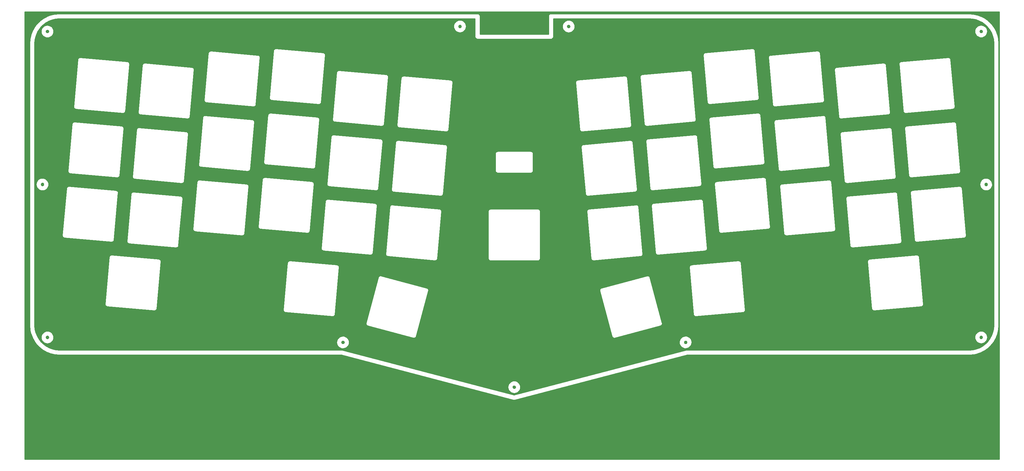
<source format=gbr>
G04 #@! TF.GenerationSoftware,KiCad,Pcbnew,(5.1.0)-1*
G04 #@! TF.CreationDate,2019-06-28T01:07:09+08:00*
G04 #@! TF.ProjectId,Kamaitachi_TopPlate,4b616d61-6974-4616-9368-695f546f7050,rev?*
G04 #@! TF.SameCoordinates,Original*
G04 #@! TF.FileFunction,Copper,L1,Top*
G04 #@! TF.FilePolarity,Positive*
%FSLAX46Y46*%
G04 Gerber Fmt 4.6, Leading zero omitted, Abs format (unit mm)*
G04 Created by KiCad (PCBNEW (5.1.0)-1) date 2019-06-28 01:07:09*
%MOMM*%
%LPD*%
G04 APERTURE LIST*
%ADD10C,0.254000*%
G04 APERTURE END LIST*
D10*
G36*
X297530500Y-160608050D02*
G01*
X10842670Y-160608050D01*
X10842670Y-121146743D01*
X12266094Y-121146743D01*
X12266379Y-121149636D01*
X12267105Y-121242071D01*
X12268465Y-121259355D01*
X12268193Y-121276686D01*
X12269823Y-121299718D01*
X12367329Y-122425536D01*
X12373650Y-122465444D01*
X12378711Y-122505506D01*
X12383571Y-122528079D01*
X12638734Y-123628926D01*
X12650610Y-123667528D01*
X12661270Y-123706495D01*
X12669261Y-123728158D01*
X13076989Y-124782069D01*
X13094192Y-124818627D01*
X13110230Y-124855688D01*
X13121194Y-124876009D01*
X13673351Y-125861958D01*
X13695528Y-125895719D01*
X13716634Y-125930160D01*
X13730352Y-125948734D01*
X14415922Y-126847045D01*
X14442635Y-126877345D01*
X14468383Y-126908469D01*
X14484581Y-126924924D01*
X15289886Y-127717677D01*
X15320599Y-127743908D01*
X15350477Y-127771095D01*
X15368832Y-127785103D01*
X16277802Y-128456478D01*
X16311920Y-128478130D01*
X16345316Y-128500826D01*
X16365461Y-128512108D01*
X17359960Y-129048711D01*
X17396786Y-129065339D01*
X17433050Y-129083104D01*
X17454584Y-129091436D01*
X18514770Y-129482559D01*
X18553577Y-129493834D01*
X18591976Y-129506310D01*
X18614469Y-129511524D01*
X19719188Y-129749364D01*
X19759180Y-129755055D01*
X19798970Y-129762000D01*
X19821974Y-129763993D01*
X20939134Y-129843092D01*
X20964990Y-129845639D01*
X103925000Y-129845639D01*
X154532852Y-143099449D01*
X154539972Y-143102726D01*
X154602791Y-143117765D01*
X154630220Y-143124949D01*
X154637917Y-143126175D01*
X154680776Y-143136436D01*
X154709238Y-143137536D01*
X154737372Y-143142018D01*
X154781414Y-143140327D01*
X154825449Y-143142029D01*
X154853581Y-143137555D01*
X154882047Y-143136462D01*
X154924910Y-143126212D01*
X154932605Y-143124988D01*
X154960026Y-143117814D01*
X155022860Y-143102788D01*
X155029983Y-143099512D01*
X205690723Y-129845639D01*
X288650400Y-129845639D01*
X288653282Y-129845355D01*
X288745727Y-129844629D01*
X288763011Y-129843269D01*
X288780342Y-129843541D01*
X288803374Y-129841911D01*
X289929192Y-129744405D01*
X289969100Y-129738084D01*
X290009162Y-129733023D01*
X290031735Y-129728163D01*
X291132582Y-129473000D01*
X291171187Y-129461123D01*
X291210151Y-129450464D01*
X291231814Y-129442473D01*
X292285726Y-129034745D01*
X292322277Y-129017545D01*
X292359346Y-129001504D01*
X292379666Y-128990540D01*
X293365614Y-128438383D01*
X293399372Y-128416208D01*
X293433817Y-128395100D01*
X293452390Y-128381382D01*
X294350703Y-127695811D01*
X294381005Y-127669096D01*
X294412126Y-127643350D01*
X294428581Y-127627152D01*
X295221332Y-126821848D01*
X295247560Y-126791140D01*
X295274751Y-126761257D01*
X295288759Y-126742902D01*
X295960135Y-125833932D01*
X295981781Y-125799823D01*
X296004483Y-125766418D01*
X296015766Y-125746272D01*
X296552368Y-124751773D01*
X296568994Y-124714951D01*
X296586761Y-124678683D01*
X296595093Y-124657149D01*
X296986216Y-123596963D01*
X296997491Y-123558156D01*
X297009967Y-123519757D01*
X297015181Y-123497264D01*
X297253021Y-122392545D01*
X297258712Y-122352553D01*
X297265657Y-122312763D01*
X297267650Y-122289759D01*
X297346752Y-121172567D01*
X297349295Y-121146744D01*
X297349295Y-38008234D01*
X297349011Y-38005352D01*
X297348285Y-37912907D01*
X297346925Y-37895623D01*
X297347197Y-37878292D01*
X297345567Y-37855260D01*
X297248061Y-36729443D01*
X297241741Y-36689539D01*
X297236679Y-36649472D01*
X297231819Y-36626899D01*
X296976656Y-35526052D01*
X296964782Y-35487455D01*
X296954120Y-35448482D01*
X296946128Y-35426820D01*
X296538401Y-34372909D01*
X296521201Y-34336358D01*
X296505160Y-34299289D01*
X296494196Y-34278969D01*
X295942039Y-33293020D01*
X295919864Y-33259262D01*
X295898756Y-33224817D01*
X295885038Y-33206244D01*
X295199468Y-32307932D01*
X295172744Y-32277619D01*
X295147008Y-32246510D01*
X295130810Y-32230055D01*
X294325504Y-31437301D01*
X294294775Y-31411056D01*
X294264912Y-31383883D01*
X294246557Y-31369874D01*
X293337588Y-30698500D01*
X293303484Y-30676857D01*
X293270074Y-30654152D01*
X293249928Y-30642869D01*
X292255430Y-30106267D01*
X292218616Y-30089645D01*
X292182341Y-30071874D01*
X292160806Y-30063542D01*
X291100620Y-29672419D01*
X291061824Y-29661148D01*
X291023414Y-29648668D01*
X291000921Y-29643454D01*
X289896202Y-29405614D01*
X289856210Y-29399923D01*
X289816420Y-29392978D01*
X289793416Y-29390985D01*
X288676256Y-29311886D01*
X288650400Y-29309339D01*
X165650400Y-29309339D01*
X165614295Y-29305783D01*
X165578190Y-29309339D01*
X165470210Y-29319974D01*
X165331662Y-29362002D01*
X165203975Y-29430252D01*
X165092057Y-29522101D01*
X165000208Y-29634019D01*
X164931958Y-29761706D01*
X164889930Y-29900254D01*
X164875739Y-30044339D01*
X164879295Y-30080444D01*
X164879296Y-35309339D01*
X144736095Y-35309339D01*
X144736095Y-30080444D01*
X144739651Y-30044339D01*
X144725460Y-29900254D01*
X144683432Y-29761706D01*
X144615182Y-29634019D01*
X144523333Y-29522101D01*
X144411415Y-29430252D01*
X144283728Y-29362002D01*
X144145180Y-29319974D01*
X144037200Y-29309339D01*
X144001095Y-29305783D01*
X143964990Y-29309339D01*
X20964990Y-29309339D01*
X20962108Y-29309623D01*
X20869663Y-29310349D01*
X20852379Y-29311709D01*
X20835048Y-29311437D01*
X20812016Y-29313067D01*
X19686199Y-29410573D01*
X19646299Y-29416893D01*
X19606227Y-29421955D01*
X19583655Y-29426815D01*
X18482809Y-29681978D01*
X18444196Y-29693857D01*
X18405241Y-29704514D01*
X18383578Y-29712505D01*
X17329665Y-30120232D01*
X17293104Y-30137437D01*
X17256045Y-30153473D01*
X17235724Y-30164437D01*
X16249777Y-30716594D01*
X16216010Y-30738775D01*
X16181575Y-30759877D01*
X16163002Y-30773595D01*
X15264688Y-31459166D01*
X15234386Y-31485881D01*
X15203265Y-31511627D01*
X15186810Y-31527825D01*
X14394058Y-32333129D01*
X14367812Y-32363859D01*
X14340641Y-32393720D01*
X14326632Y-32412075D01*
X13655256Y-33321044D01*
X13633610Y-33355153D01*
X13610908Y-33388558D01*
X13599625Y-33408704D01*
X13063022Y-34403204D01*
X13046397Y-34440026D01*
X13028630Y-34476292D01*
X13020298Y-34497827D01*
X12629175Y-35558012D01*
X12617904Y-35596808D01*
X12605424Y-35635218D01*
X12600210Y-35657711D01*
X12362370Y-36762430D01*
X12356679Y-36802422D01*
X12349734Y-36842212D01*
X12347741Y-36865216D01*
X12268641Y-37982383D01*
X12266095Y-38008234D01*
X12266094Y-121146743D01*
X10842670Y-121146743D01*
X10842670Y-28702120D01*
X297530500Y-28702120D01*
X297530500Y-160608050D01*
X297530500Y-160608050D01*
G37*
X297530500Y-160608050D02*
X10842670Y-160608050D01*
X10842670Y-121146743D01*
X12266094Y-121146743D01*
X12266379Y-121149636D01*
X12267105Y-121242071D01*
X12268465Y-121259355D01*
X12268193Y-121276686D01*
X12269823Y-121299718D01*
X12367329Y-122425536D01*
X12373650Y-122465444D01*
X12378711Y-122505506D01*
X12383571Y-122528079D01*
X12638734Y-123628926D01*
X12650610Y-123667528D01*
X12661270Y-123706495D01*
X12669261Y-123728158D01*
X13076989Y-124782069D01*
X13094192Y-124818627D01*
X13110230Y-124855688D01*
X13121194Y-124876009D01*
X13673351Y-125861958D01*
X13695528Y-125895719D01*
X13716634Y-125930160D01*
X13730352Y-125948734D01*
X14415922Y-126847045D01*
X14442635Y-126877345D01*
X14468383Y-126908469D01*
X14484581Y-126924924D01*
X15289886Y-127717677D01*
X15320599Y-127743908D01*
X15350477Y-127771095D01*
X15368832Y-127785103D01*
X16277802Y-128456478D01*
X16311920Y-128478130D01*
X16345316Y-128500826D01*
X16365461Y-128512108D01*
X17359960Y-129048711D01*
X17396786Y-129065339D01*
X17433050Y-129083104D01*
X17454584Y-129091436D01*
X18514770Y-129482559D01*
X18553577Y-129493834D01*
X18591976Y-129506310D01*
X18614469Y-129511524D01*
X19719188Y-129749364D01*
X19759180Y-129755055D01*
X19798970Y-129762000D01*
X19821974Y-129763993D01*
X20939134Y-129843092D01*
X20964990Y-129845639D01*
X103925000Y-129845639D01*
X154532852Y-143099449D01*
X154539972Y-143102726D01*
X154602791Y-143117765D01*
X154630220Y-143124949D01*
X154637917Y-143126175D01*
X154680776Y-143136436D01*
X154709238Y-143137536D01*
X154737372Y-143142018D01*
X154781414Y-143140327D01*
X154825449Y-143142029D01*
X154853581Y-143137555D01*
X154882047Y-143136462D01*
X154924910Y-143126212D01*
X154932605Y-143124988D01*
X154960026Y-143117814D01*
X155022860Y-143102788D01*
X155029983Y-143099512D01*
X205690723Y-129845639D01*
X288650400Y-129845639D01*
X288653282Y-129845355D01*
X288745727Y-129844629D01*
X288763011Y-129843269D01*
X288780342Y-129843541D01*
X288803374Y-129841911D01*
X289929192Y-129744405D01*
X289969100Y-129738084D01*
X290009162Y-129733023D01*
X290031735Y-129728163D01*
X291132582Y-129473000D01*
X291171187Y-129461123D01*
X291210151Y-129450464D01*
X291231814Y-129442473D01*
X292285726Y-129034745D01*
X292322277Y-129017545D01*
X292359346Y-129001504D01*
X292379666Y-128990540D01*
X293365614Y-128438383D01*
X293399372Y-128416208D01*
X293433817Y-128395100D01*
X293452390Y-128381382D01*
X294350703Y-127695811D01*
X294381005Y-127669096D01*
X294412126Y-127643350D01*
X294428581Y-127627152D01*
X295221332Y-126821848D01*
X295247560Y-126791140D01*
X295274751Y-126761257D01*
X295288759Y-126742902D01*
X295960135Y-125833932D01*
X295981781Y-125799823D01*
X296004483Y-125766418D01*
X296015766Y-125746272D01*
X296552368Y-124751773D01*
X296568994Y-124714951D01*
X296586761Y-124678683D01*
X296595093Y-124657149D01*
X296986216Y-123596963D01*
X296997491Y-123558156D01*
X297009967Y-123519757D01*
X297015181Y-123497264D01*
X297253021Y-122392545D01*
X297258712Y-122352553D01*
X297265657Y-122312763D01*
X297267650Y-122289759D01*
X297346752Y-121172567D01*
X297349295Y-121146744D01*
X297349295Y-38008234D01*
X297349011Y-38005352D01*
X297348285Y-37912907D01*
X297346925Y-37895623D01*
X297347197Y-37878292D01*
X297345567Y-37855260D01*
X297248061Y-36729443D01*
X297241741Y-36689539D01*
X297236679Y-36649472D01*
X297231819Y-36626899D01*
X296976656Y-35526052D01*
X296964782Y-35487455D01*
X296954120Y-35448482D01*
X296946128Y-35426820D01*
X296538401Y-34372909D01*
X296521201Y-34336358D01*
X296505160Y-34299289D01*
X296494196Y-34278969D01*
X295942039Y-33293020D01*
X295919864Y-33259262D01*
X295898756Y-33224817D01*
X295885038Y-33206244D01*
X295199468Y-32307932D01*
X295172744Y-32277619D01*
X295147008Y-32246510D01*
X295130810Y-32230055D01*
X294325504Y-31437301D01*
X294294775Y-31411056D01*
X294264912Y-31383883D01*
X294246557Y-31369874D01*
X293337588Y-30698500D01*
X293303484Y-30676857D01*
X293270074Y-30654152D01*
X293249928Y-30642869D01*
X292255430Y-30106267D01*
X292218616Y-30089645D01*
X292182341Y-30071874D01*
X292160806Y-30063542D01*
X291100620Y-29672419D01*
X291061824Y-29661148D01*
X291023414Y-29648668D01*
X291000921Y-29643454D01*
X289896202Y-29405614D01*
X289856210Y-29399923D01*
X289816420Y-29392978D01*
X289793416Y-29390985D01*
X288676256Y-29311886D01*
X288650400Y-29309339D01*
X165650400Y-29309339D01*
X165614295Y-29305783D01*
X165578190Y-29309339D01*
X165470210Y-29319974D01*
X165331662Y-29362002D01*
X165203975Y-29430252D01*
X165092057Y-29522101D01*
X165000208Y-29634019D01*
X164931958Y-29761706D01*
X164889930Y-29900254D01*
X164875739Y-30044339D01*
X164879295Y-30080444D01*
X164879296Y-35309339D01*
X144736095Y-35309339D01*
X144736095Y-30080444D01*
X144739651Y-30044339D01*
X144725460Y-29900254D01*
X144683432Y-29761706D01*
X144615182Y-29634019D01*
X144523333Y-29522101D01*
X144411415Y-29430252D01*
X144283728Y-29362002D01*
X144145180Y-29319974D01*
X144037200Y-29309339D01*
X144001095Y-29305783D01*
X143964990Y-29309339D01*
X20964990Y-29309339D01*
X20962108Y-29309623D01*
X20869663Y-29310349D01*
X20852379Y-29311709D01*
X20835048Y-29311437D01*
X20812016Y-29313067D01*
X19686199Y-29410573D01*
X19646299Y-29416893D01*
X19606227Y-29421955D01*
X19583655Y-29426815D01*
X18482809Y-29681978D01*
X18444196Y-29693857D01*
X18405241Y-29704514D01*
X18383578Y-29712505D01*
X17329665Y-30120232D01*
X17293104Y-30137437D01*
X17256045Y-30153473D01*
X17235724Y-30164437D01*
X16249777Y-30716594D01*
X16216010Y-30738775D01*
X16181575Y-30759877D01*
X16163002Y-30773595D01*
X15264688Y-31459166D01*
X15234386Y-31485881D01*
X15203265Y-31511627D01*
X15186810Y-31527825D01*
X14394058Y-32333129D01*
X14367812Y-32363859D01*
X14340641Y-32393720D01*
X14326632Y-32412075D01*
X13655256Y-33321044D01*
X13633610Y-33355153D01*
X13610908Y-33388558D01*
X13599625Y-33408704D01*
X13063022Y-34403204D01*
X13046397Y-34440026D01*
X13028630Y-34476292D01*
X13020298Y-34497827D01*
X12629175Y-35558012D01*
X12617904Y-35596808D01*
X12605424Y-35635218D01*
X12600210Y-35657711D01*
X12362370Y-36762430D01*
X12356679Y-36802422D01*
X12349734Y-36842212D01*
X12347741Y-36865216D01*
X12268641Y-37982383D01*
X12266095Y-38008234D01*
X12266094Y-121146743D01*
X10842670Y-121146743D01*
X10842670Y-28702120D01*
X297530500Y-28702120D01*
X297530500Y-160608050D01*
G36*
X143266096Y-36008224D02*
G01*
X143262539Y-36044339D01*
X143276730Y-36188424D01*
X143318758Y-36326972D01*
X143387008Y-36454659D01*
X143478857Y-36566577D01*
X143590775Y-36658426D01*
X143718462Y-36726676D01*
X143857010Y-36768704D01*
X143964990Y-36779339D01*
X144001095Y-36782895D01*
X144037200Y-36779339D01*
X165578190Y-36779339D01*
X165614295Y-36782895D01*
X165650400Y-36779339D01*
X165758380Y-36768704D01*
X165896928Y-36726676D01*
X166024615Y-36658426D01*
X166136533Y-36566577D01*
X166228382Y-36454659D01*
X166296632Y-36326972D01*
X166338660Y-36188424D01*
X166352851Y-36044339D01*
X166349295Y-36008234D01*
X166349295Y-33070239D01*
X168940976Y-33070239D01*
X168981331Y-33430015D01*
X169090799Y-33775101D01*
X169265209Y-34092353D01*
X169497920Y-34369686D01*
X169780065Y-34596537D01*
X170100900Y-34764265D01*
X170448203Y-34866482D01*
X170808745Y-34899294D01*
X171168795Y-34861451D01*
X171514636Y-34754395D01*
X171833098Y-34582204D01*
X171890514Y-34534705D01*
X290295009Y-34534705D01*
X290335364Y-34894481D01*
X290444832Y-35239567D01*
X290619242Y-35556819D01*
X290851953Y-35834152D01*
X291134098Y-36061003D01*
X291454933Y-36228731D01*
X291802236Y-36330948D01*
X292162778Y-36363760D01*
X292522828Y-36325917D01*
X292868669Y-36218861D01*
X293187131Y-36046670D01*
X293466082Y-35815901D01*
X293694897Y-35535346D01*
X293864861Y-35215691D01*
X293969500Y-34869110D01*
X294004828Y-34508805D01*
X294004105Y-34457010D01*
X293958730Y-34097833D01*
X293844455Y-33754309D01*
X293665632Y-33439523D01*
X293429072Y-33165466D01*
X293143787Y-32942577D01*
X292820642Y-32779344D01*
X292471945Y-32681987D01*
X292110980Y-32654212D01*
X291751494Y-32697078D01*
X291407181Y-32808952D01*
X291091154Y-32985573D01*
X290815453Y-33220214D01*
X290590577Y-33503936D01*
X290425093Y-33825934D01*
X290325303Y-34173942D01*
X290295009Y-34534705D01*
X171890514Y-34534705D01*
X172112049Y-34351435D01*
X172340864Y-34070880D01*
X172510828Y-33751225D01*
X172615467Y-33404644D01*
X172650795Y-33044339D01*
X172650072Y-32992544D01*
X172604697Y-32633367D01*
X172490422Y-32289843D01*
X172311599Y-31975057D01*
X172075039Y-31701000D01*
X171789754Y-31478111D01*
X171466609Y-31314878D01*
X171117912Y-31217521D01*
X170756947Y-31189746D01*
X170397461Y-31232612D01*
X170053148Y-31344486D01*
X169737121Y-31521107D01*
X169461420Y-31755748D01*
X169236544Y-32039470D01*
X169071060Y-32361468D01*
X168971270Y-32709476D01*
X168940976Y-33070239D01*
X166349295Y-33070239D01*
X166349295Y-30779339D01*
X288588301Y-30779339D01*
X289637686Y-30853640D01*
X290640651Y-31069573D01*
X291603193Y-31424673D01*
X292506090Y-31911850D01*
X293331339Y-32521388D01*
X294062472Y-33241125D01*
X294684896Y-34056695D01*
X295186197Y-34951835D01*
X295556374Y-35908682D01*
X295788033Y-36908126D01*
X295878558Y-37953338D01*
X295879295Y-38047184D01*
X295879296Y-121084644D01*
X295804995Y-122134029D01*
X295589062Y-123136994D01*
X295233963Y-124099534D01*
X294746783Y-125002436D01*
X294137246Y-125827683D01*
X293417508Y-126558817D01*
X292601938Y-127181240D01*
X291706800Y-127682541D01*
X290749952Y-128052718D01*
X289750508Y-128284377D01*
X288705297Y-128374902D01*
X288611450Y-128375639D01*
X205610344Y-128375639D01*
X205552221Y-128373392D01*
X205502350Y-128381323D01*
X205452081Y-128386274D01*
X205396397Y-128403166D01*
X154781604Y-141645020D01*
X145940529Y-139329610D01*
X152927081Y-139329610D01*
X152967436Y-139689386D01*
X153076904Y-140034472D01*
X153251314Y-140351724D01*
X153484025Y-140629057D01*
X153766170Y-140855908D01*
X154087005Y-141023636D01*
X154434308Y-141125853D01*
X154794850Y-141158665D01*
X155154900Y-141120822D01*
X155500741Y-141013766D01*
X155819203Y-140841575D01*
X156098154Y-140610806D01*
X156326969Y-140330251D01*
X156496933Y-140010596D01*
X156601572Y-139664015D01*
X156636900Y-139303710D01*
X156636177Y-139251915D01*
X156590802Y-138892738D01*
X156476527Y-138549214D01*
X156297704Y-138234428D01*
X156061144Y-137960371D01*
X155775859Y-137737482D01*
X155452714Y-137574249D01*
X155104017Y-137476892D01*
X154743052Y-137449117D01*
X154383566Y-137491983D01*
X154039253Y-137603857D01*
X153723226Y-137780478D01*
X153447525Y-138015119D01*
X153222649Y-138298841D01*
X153057165Y-138620839D01*
X152957375Y-138968847D01*
X152927081Y-139329610D01*
X145940529Y-139329610D01*
X104219526Y-128403199D01*
X104163731Y-128386274D01*
X104113551Y-128381332D01*
X104063778Y-128373403D01*
X104005554Y-128375639D01*
X21027089Y-128375639D01*
X19977704Y-128301338D01*
X18974739Y-128085405D01*
X18012199Y-127730306D01*
X17109301Y-127243129D01*
X16284051Y-126633590D01*
X15552919Y-125913853D01*
X14930492Y-125098279D01*
X14691806Y-124672072D01*
X15610742Y-124672072D01*
X15651097Y-125031848D01*
X15760565Y-125376934D01*
X15934975Y-125694186D01*
X16167686Y-125971519D01*
X16449831Y-126198370D01*
X16770666Y-126366098D01*
X17117969Y-126468315D01*
X17478511Y-126501127D01*
X17838561Y-126463284D01*
X18184402Y-126356228D01*
X18502864Y-126184037D01*
X18560279Y-126136539D01*
X102551151Y-126136539D01*
X102591506Y-126496315D01*
X102700974Y-126841401D01*
X102875384Y-127158653D01*
X103108095Y-127435986D01*
X103390240Y-127662837D01*
X103711075Y-127830565D01*
X104058378Y-127932782D01*
X104418920Y-127965594D01*
X104778970Y-127927751D01*
X105124811Y-127820695D01*
X105443273Y-127648504D01*
X105722224Y-127417735D01*
X105951039Y-127137180D01*
X106121003Y-126817525D01*
X106225642Y-126470944D01*
X106258430Y-126136539D01*
X203355411Y-126136539D01*
X203395766Y-126496315D01*
X203505234Y-126841401D01*
X203679644Y-127158653D01*
X203912355Y-127435986D01*
X204194500Y-127662837D01*
X204515335Y-127830565D01*
X204862638Y-127932782D01*
X205223180Y-127965594D01*
X205583230Y-127927751D01*
X205929071Y-127820695D01*
X206247533Y-127648504D01*
X206526484Y-127417735D01*
X206755299Y-127137180D01*
X206925263Y-126817525D01*
X207029902Y-126470944D01*
X207065230Y-126110639D01*
X207064507Y-126058844D01*
X207019132Y-125699667D01*
X206904857Y-125356143D01*
X206726034Y-125041357D01*
X206489474Y-124767300D01*
X206367588Y-124672072D01*
X290295009Y-124672072D01*
X290335364Y-125031848D01*
X290444832Y-125376934D01*
X290619242Y-125694186D01*
X290851953Y-125971519D01*
X291134098Y-126198370D01*
X291454933Y-126366098D01*
X291802236Y-126468315D01*
X292162778Y-126501127D01*
X292522828Y-126463284D01*
X292868669Y-126356228D01*
X293187131Y-126184037D01*
X293466082Y-125953268D01*
X293694897Y-125672713D01*
X293864861Y-125353058D01*
X293969500Y-125006477D01*
X294004828Y-124646172D01*
X294004105Y-124594377D01*
X293958730Y-124235200D01*
X293844455Y-123891676D01*
X293665632Y-123576890D01*
X293429072Y-123302833D01*
X293143787Y-123079944D01*
X292820642Y-122916711D01*
X292471945Y-122819354D01*
X292110980Y-122791579D01*
X291751494Y-122834445D01*
X291407181Y-122946319D01*
X291091154Y-123122940D01*
X290815453Y-123357581D01*
X290590577Y-123641303D01*
X290425093Y-123963301D01*
X290325303Y-124311309D01*
X290295009Y-124672072D01*
X206367588Y-124672072D01*
X206204189Y-124544411D01*
X205881044Y-124381178D01*
X205532347Y-124283821D01*
X205171382Y-124256046D01*
X204811896Y-124298912D01*
X204467583Y-124410786D01*
X204151556Y-124587407D01*
X203875855Y-124822048D01*
X203650979Y-125105770D01*
X203485495Y-125427768D01*
X203385705Y-125775776D01*
X203355411Y-126136539D01*
X106258430Y-126136539D01*
X106260970Y-126110639D01*
X106260247Y-126058844D01*
X106214872Y-125699667D01*
X106100597Y-125356143D01*
X105921774Y-125041357D01*
X105685214Y-124767300D01*
X105399929Y-124544411D01*
X105076784Y-124381178D01*
X104728087Y-124283821D01*
X104367122Y-124256046D01*
X104007636Y-124298912D01*
X103663323Y-124410786D01*
X103347296Y-124587407D01*
X103071595Y-124822048D01*
X102846719Y-125105770D01*
X102681235Y-125427768D01*
X102581445Y-125775776D01*
X102551151Y-126136539D01*
X18560279Y-126136539D01*
X18781815Y-125953268D01*
X19010630Y-125672713D01*
X19180594Y-125353058D01*
X19285233Y-125006477D01*
X19320561Y-124646172D01*
X19319838Y-124594377D01*
X19274463Y-124235200D01*
X19160188Y-123891676D01*
X18981365Y-123576890D01*
X18744805Y-123302833D01*
X18459520Y-123079944D01*
X18136375Y-122916711D01*
X17787678Y-122819354D01*
X17426713Y-122791579D01*
X17067227Y-122834445D01*
X16722914Y-122946319D01*
X16406887Y-123122940D01*
X16131186Y-123357581D01*
X15906310Y-123641303D01*
X15740826Y-123963301D01*
X15641036Y-124311309D01*
X15610742Y-124672072D01*
X14691806Y-124672072D01*
X14429190Y-124203138D01*
X14059016Y-123246296D01*
X13827357Y-122246852D01*
X13736832Y-121201641D01*
X13736094Y-121107667D01*
X13736094Y-120523352D01*
X111193320Y-120523352D01*
X111195299Y-120583761D01*
X111198053Y-120668004D01*
X111198059Y-120668031D01*
X111198060Y-120668055D01*
X111213419Y-120733919D01*
X111230923Y-120809006D01*
X111230934Y-120809031D01*
X111230940Y-120809055D01*
X111261800Y-120877161D01*
X111290670Y-120940886D01*
X111290683Y-120940904D01*
X111290695Y-120940931D01*
X111336625Y-121005024D01*
X111374996Y-121058576D01*
X111375014Y-121058593D01*
X111375030Y-121058615D01*
X111430784Y-121110832D01*
X111480663Y-121157553D01*
X111480683Y-121157566D01*
X111480704Y-121157585D01*
X111546718Y-121198633D01*
X111603609Y-121234014D01*
X111603632Y-121234023D01*
X111603655Y-121234037D01*
X111668575Y-121258469D01*
X111739109Y-121285020D01*
X111774934Y-121290936D01*
X125052206Y-124848255D01*
X125086159Y-124861033D01*
X125121951Y-124866941D01*
X125121953Y-124866942D01*
X125229007Y-124884614D01*
X125229008Y-124884614D01*
X125373712Y-124879874D01*
X125514711Y-124846994D01*
X125646587Y-124787239D01*
X125764271Y-124702904D01*
X125863241Y-124597230D01*
X125939693Y-124474279D01*
X125990689Y-124338775D01*
X125996598Y-124302979D01*
X129553910Y-111025731D01*
X129566685Y-110991788D01*
X129572595Y-110955994D01*
X129572598Y-110955981D01*
X129587864Y-110863505D01*
X129589115Y-110855926D01*
X179946320Y-110855926D01*
X179946324Y-110855950D01*
X179946323Y-110855978D01*
X179958304Y-110928522D01*
X179969901Y-110998775D01*
X179982690Y-111032757D01*
X183541007Y-124310053D01*
X183546918Y-124345838D01*
X183559692Y-124379770D01*
X183559694Y-124379779D01*
X183597919Y-124481325D01*
X183674380Y-124604271D01*
X183674386Y-124604278D01*
X183674389Y-124604282D01*
X183700865Y-124632546D01*
X183773357Y-124709938D01*
X183773368Y-124709946D01*
X183773369Y-124709947D01*
X183775904Y-124711763D01*
X183891047Y-124794265D01*
X184022927Y-124854011D01*
X184022938Y-124854013D01*
X184022941Y-124854015D01*
X184074855Y-124866116D01*
X184163929Y-124886881D01*
X184163935Y-124886881D01*
X184163943Y-124886883D01*
X184239159Y-124889340D01*
X184308634Y-124891611D01*
X184308641Y-124891610D01*
X184308647Y-124891610D01*
X184361265Y-124882919D01*
X184451481Y-124868020D01*
X184485446Y-124855235D01*
X197761686Y-121296933D01*
X197797444Y-121291029D01*
X197831413Y-121278244D01*
X197831448Y-121278235D01*
X197878810Y-121260406D01*
X197932947Y-121240031D01*
X197932965Y-121240020D01*
X197932994Y-121240009D01*
X198008728Y-121192907D01*
X198055897Y-121163576D01*
X198055911Y-121163563D01*
X198055938Y-121163546D01*
X198118581Y-121104866D01*
X198161569Y-121064604D01*
X198161582Y-121064585D01*
X198161603Y-121064566D01*
X198206886Y-121001365D01*
X198245902Y-120946919D01*
X198245913Y-120946894D01*
X198245927Y-120946875D01*
X198277509Y-120877161D01*
X198305655Y-120815042D01*
X198305660Y-120815020D01*
X198305672Y-120814994D01*
X198323910Y-120736751D01*
X198338532Y-120674042D01*
X198338533Y-120674019D01*
X198338539Y-120673992D01*
X198341487Y-120583761D01*
X198343269Y-120529337D01*
X198343265Y-120529313D01*
X198343266Y-120529286D01*
X198331344Y-120457107D01*
X198325595Y-120422284D01*
X198325588Y-120422259D01*
X198319672Y-120386440D01*
X198306900Y-120352512D01*
X194749597Y-107076291D01*
X194743689Y-107040503D01*
X194730908Y-107006541D01*
X194730906Y-107006535D01*
X194719597Y-106976488D01*
X194692693Y-106904999D01*
X194692689Y-106904993D01*
X194692687Y-106904987D01*
X194661831Y-106855366D01*
X194616241Y-106782048D01*
X194616235Y-106782041D01*
X194616232Y-106782037D01*
X194574708Y-106737702D01*
X194517271Y-106676374D01*
X194517263Y-106676368D01*
X194517260Y-106676365D01*
X194464734Y-106638725D01*
X194399587Y-106592039D01*
X194399581Y-106592036D01*
X194399575Y-106592032D01*
X194315570Y-106553970D01*
X194267711Y-106532284D01*
X194267707Y-106532283D01*
X194267698Y-106532279D01*
X194177545Y-106511258D01*
X194126712Y-106499404D01*
X194126706Y-106499404D01*
X194126698Y-106499402D01*
X194051528Y-106496941D01*
X193982007Y-106494664D01*
X193982000Y-106494665D01*
X193981994Y-106494665D01*
X193932162Y-106502892D01*
X193874953Y-106512336D01*
X193874940Y-106512339D01*
X193839146Y-106518249D01*
X193805203Y-106531024D01*
X180527934Y-110088342D01*
X180492109Y-110094258D01*
X180421575Y-110120809D01*
X180356655Y-110145241D01*
X180356632Y-110145255D01*
X180356609Y-110145264D01*
X180299718Y-110180645D01*
X180233704Y-110221693D01*
X180233683Y-110221712D01*
X180233663Y-110221725D01*
X180183784Y-110268446D01*
X180128030Y-110320663D01*
X180128014Y-110320685D01*
X180127996Y-110320702D01*
X180089625Y-110374254D01*
X180043695Y-110438347D01*
X180043683Y-110438374D01*
X180043670Y-110438392D01*
X180015601Y-110500348D01*
X179983940Y-110570223D01*
X179983934Y-110570247D01*
X179983923Y-110570272D01*
X179966419Y-110645359D01*
X179951060Y-110711223D01*
X179951059Y-110711247D01*
X179951053Y-110711274D01*
X179948540Y-110788141D01*
X179946320Y-110855926D01*
X129589115Y-110855926D01*
X129590269Y-110848940D01*
X129590269Y-110848934D01*
X129590270Y-110848927D01*
X129587989Y-110779294D01*
X129585532Y-110704235D01*
X129585530Y-110704227D01*
X129585530Y-110704222D01*
X129575043Y-110659251D01*
X129552655Y-110563235D01*
X129492902Y-110431358D01*
X129492897Y-110431350D01*
X129492895Y-110431347D01*
X129465495Y-110393113D01*
X129408569Y-110313673D01*
X129408563Y-110313668D01*
X129408560Y-110313663D01*
X129365708Y-110273529D01*
X129302897Y-110214701D01*
X129302890Y-110214696D01*
X129302886Y-110214693D01*
X129263515Y-110190212D01*
X129179947Y-110138246D01*
X129179937Y-110138242D01*
X129179935Y-110138241D01*
X129156631Y-110129471D01*
X129078399Y-110100027D01*
X129078384Y-110100023D01*
X129044431Y-110087245D01*
X129008653Y-110081339D01*
X115732422Y-106524034D01*
X115698481Y-106511258D01*
X115662663Y-106505343D01*
X115662649Y-106505339D01*
X115636372Y-106501001D01*
X115555634Y-106487667D01*
X115555612Y-106487668D01*
X115555596Y-106487665D01*
X115488887Y-106489849D01*
X115410929Y-106492397D01*
X115410910Y-106492401D01*
X115410892Y-106492402D01*
X115342427Y-106508366D01*
X115269927Y-106525267D01*
X115269910Y-106525275D01*
X115269892Y-106525279D01*
X115209055Y-106552844D01*
X115138047Y-106585013D01*
X115138030Y-106585025D01*
X115138015Y-106585032D01*
X115089768Y-106619606D01*
X115020357Y-106669340D01*
X115020341Y-106669357D01*
X115020330Y-106669365D01*
X114983711Y-106708463D01*
X114921380Y-106775007D01*
X114921368Y-106775026D01*
X114921358Y-106775037D01*
X114891247Y-106823460D01*
X114844919Y-106897953D01*
X114844911Y-106897974D01*
X114844903Y-106897987D01*
X114827620Y-106943908D01*
X114806694Y-106999499D01*
X114806684Y-106999535D01*
X114793905Y-107033490D01*
X114788002Y-107069247D01*
X111229690Y-120346521D01*
X111216901Y-120380503D01*
X111206559Y-120443154D01*
X111193323Y-120523300D01*
X111193324Y-120523328D01*
X111193320Y-120523352D01*
X13736094Y-120523352D01*
X13736094Y-114795233D01*
X34433353Y-114795233D01*
X34433747Y-114831534D01*
X34433746Y-114831547D01*
X34434046Y-114859019D01*
X34434925Y-114940006D01*
X34434929Y-114940024D01*
X34434929Y-114940042D01*
X34449255Y-115008171D01*
X34464711Y-115081691D01*
X34464719Y-115081709D01*
X34464722Y-115081725D01*
X34493906Y-115150063D01*
X34521566Y-115214843D01*
X34521575Y-115214856D01*
X34521583Y-115214875D01*
X34563999Y-115276880D01*
X34603305Y-115334345D01*
X34603319Y-115334358D01*
X34603328Y-115334372D01*
X34650341Y-115380370D01*
X34706787Y-115435604D01*
X34706804Y-115435615D01*
X34706815Y-115435626D01*
X34755609Y-115467465D01*
X34828035Y-115514729D01*
X34828057Y-115514738D01*
X34828068Y-115514745D01*
X34882357Y-115536542D01*
X34962390Y-115568679D01*
X34962409Y-115568683D01*
X34962425Y-115568689D01*
X35031222Y-115581595D01*
X35069032Y-115588690D01*
X35069051Y-115588692D01*
X35104725Y-115595384D01*
X35140983Y-115594989D01*
X48834263Y-116793693D01*
X48869941Y-116800385D01*
X48936964Y-116799653D01*
X49014662Y-116798809D01*
X49014689Y-116798803D01*
X49014714Y-116798803D01*
X49088888Y-116783205D01*
X49156347Y-116769023D01*
X49156368Y-116769014D01*
X49156397Y-116769008D01*
X49228608Y-116738168D01*
X49289499Y-116712168D01*
X49289520Y-116712154D01*
X49289545Y-116712143D01*
X49353359Y-116668488D01*
X49409001Y-116630429D01*
X49409018Y-116630412D01*
X49409041Y-116630396D01*
X49466419Y-116571750D01*
X49510260Y-116526947D01*
X49510274Y-116526925D01*
X49510292Y-116526907D01*
X49517871Y-116515290D01*
X86869548Y-116515290D01*
X86870356Y-116589140D01*
X86871125Y-116660005D01*
X86871131Y-116660032D01*
X86871131Y-116660062D01*
X86885483Y-116728306D01*
X86900910Y-116801690D01*
X86900923Y-116801720D01*
X86900928Y-116801745D01*
X86927567Y-116864118D01*
X86957765Y-116934842D01*
X86957782Y-116934866D01*
X86957793Y-116934893D01*
X86998607Y-116994553D01*
X87039504Y-117054344D01*
X87039525Y-117054364D01*
X87039541Y-117054388D01*
X87090506Y-117104251D01*
X87142986Y-117155603D01*
X87143011Y-117155619D01*
X87143031Y-117155639D01*
X87202313Y-117194319D01*
X87264234Y-117234728D01*
X87264262Y-117234739D01*
X87264286Y-117234755D01*
X87329504Y-117260938D01*
X87398589Y-117288679D01*
X87398619Y-117288685D01*
X87398645Y-117288695D01*
X87469602Y-117302004D01*
X87540888Y-117315381D01*
X87577191Y-117314987D01*
X101271290Y-118512698D01*
X101306941Y-118519385D01*
X101343217Y-118518989D01*
X101343222Y-118518989D01*
X101451718Y-118517803D01*
X101511308Y-118505271D01*
X101593397Y-118488008D01*
X101726545Y-118431143D01*
X101726546Y-118431142D01*
X101726549Y-118431141D01*
X101778800Y-118395396D01*
X101846041Y-118349396D01*
X101947292Y-118245907D01*
X101947296Y-118245903D01*
X102002283Y-118161627D01*
X102026409Y-118124652D01*
X102026411Y-118124648D01*
X102080351Y-117990289D01*
X102107042Y-117847988D01*
X102106645Y-117811712D01*
X103304353Y-104118645D01*
X103311041Y-104082992D01*
X206303549Y-104082992D01*
X206310242Y-104118671D01*
X207508945Y-117811760D01*
X207508549Y-117847993D01*
X207515238Y-117883651D01*
X207515243Y-117883704D01*
X207526879Y-117945715D01*
X207535241Y-117990293D01*
X207535247Y-117990308D01*
X207535254Y-117990345D01*
X207568962Y-118074289D01*
X207589181Y-118124652D01*
X207589193Y-118124671D01*
X207589205Y-118124700D01*
X207635287Y-118195315D01*
X207668298Y-118245907D01*
X207668314Y-118245923D01*
X207668330Y-118245948D01*
X207723658Y-118302491D01*
X207769549Y-118349396D01*
X207769569Y-118349410D01*
X207769589Y-118349430D01*
X207835103Y-118394242D01*
X207889045Y-118431143D01*
X207889066Y-118431152D01*
X207889091Y-118431169D01*
X207961354Y-118462025D01*
X208022193Y-118488008D01*
X208022218Y-118488013D01*
X208022243Y-118488024D01*
X208096825Y-118503703D01*
X208163876Y-118517803D01*
X208163901Y-118517803D01*
X208163928Y-118517809D01*
X208238256Y-118518616D01*
X208272371Y-118518989D01*
X208272396Y-118518987D01*
X208308702Y-118519381D01*
X208344336Y-118512694D01*
X222037408Y-117314987D01*
X222073702Y-117315381D01*
X222136119Y-117303669D01*
X222215950Y-117288694D01*
X222215975Y-117288684D01*
X222216001Y-117288679D01*
X222279377Y-117263230D01*
X222350309Y-117234754D01*
X222350333Y-117234738D01*
X222350356Y-117234729D01*
X222403559Y-117200009D01*
X222471563Y-117155637D01*
X222471585Y-117155615D01*
X222471604Y-117155603D01*
X222514209Y-117113913D01*
X222575052Y-117054386D01*
X222575070Y-117054360D01*
X222575086Y-117054344D01*
X222609751Y-117003664D01*
X222656800Y-116934890D01*
X222656812Y-116934862D01*
X222656825Y-116934843D01*
X222681984Y-116875921D01*
X222713664Y-116801742D01*
X222713670Y-116801713D01*
X222713680Y-116801690D01*
X222726888Y-116738861D01*
X222743460Y-116660059D01*
X222743460Y-116660027D01*
X222743465Y-116660005D01*
X222744197Y-116592631D01*
X222745042Y-116515285D01*
X222738348Y-116479597D01*
X221539645Y-102786529D01*
X221540041Y-102750285D01*
X221533349Y-102714608D01*
X221533346Y-102714575D01*
X221524561Y-102667759D01*
X221513349Y-102607985D01*
X221513341Y-102607965D01*
X221513335Y-102607933D01*
X221481369Y-102528329D01*
X221459408Y-102473626D01*
X221459396Y-102473607D01*
X221459384Y-102473578D01*
X221416700Y-102408171D01*
X221387910Y-102364046D01*
X258741553Y-102364046D01*
X258748240Y-102399680D01*
X259945947Y-116092752D01*
X259945553Y-116129046D01*
X259957265Y-116191463D01*
X259972240Y-116271294D01*
X259972250Y-116271319D01*
X259972255Y-116271345D01*
X259995685Y-116329694D01*
X260026180Y-116405653D01*
X260026199Y-116405681D01*
X260026206Y-116405700D01*
X260057199Y-116453192D01*
X260105297Y-116526907D01*
X260105319Y-116526929D01*
X260105331Y-116526948D01*
X260147021Y-116569553D01*
X260206548Y-116630396D01*
X260206574Y-116630414D01*
X260206590Y-116630430D01*
X260254625Y-116663286D01*
X260326044Y-116712144D01*
X260326074Y-116712157D01*
X260326092Y-116712169D01*
X260382053Y-116736064D01*
X260459192Y-116769008D01*
X260459221Y-116769014D01*
X260459244Y-116769024D01*
X260522073Y-116782232D01*
X260600875Y-116798804D01*
X260600907Y-116798804D01*
X260600929Y-116798809D01*
X260664169Y-116799496D01*
X260745649Y-116800386D01*
X260781338Y-116793692D01*
X274474405Y-115594990D01*
X274510649Y-115595386D01*
X274546325Y-115588694D01*
X274546360Y-115588691D01*
X274594622Y-115579635D01*
X274652949Y-115568694D01*
X274652969Y-115568686D01*
X274653001Y-115568680D01*
X274732605Y-115536714D01*
X274787308Y-115514753D01*
X274787327Y-115514741D01*
X274787356Y-115514729D01*
X274852763Y-115472045D01*
X274908563Y-115435637D01*
X274908582Y-115435618D01*
X274908604Y-115435604D01*
X274961760Y-115383590D01*
X275012052Y-115334385D01*
X275012066Y-115334365D01*
X275012086Y-115334345D01*
X275054499Y-115272338D01*
X275093799Y-115214890D01*
X275093809Y-115214866D01*
X275093825Y-115214843D01*
X275123698Y-115144883D01*
X275150664Y-115081741D01*
X275150669Y-115081716D01*
X275150680Y-115081691D01*
X275166359Y-115007109D01*
X275180459Y-114940058D01*
X275180459Y-114940033D01*
X275180465Y-114940006D01*
X275181273Y-114865576D01*
X275181645Y-114831562D01*
X275181643Y-114831537D01*
X275182037Y-114795232D01*
X275175350Y-114759599D01*
X273977643Y-101066536D01*
X273978037Y-101030232D01*
X273963359Y-100952011D01*
X273951349Y-100887985D01*
X273951341Y-100887965D01*
X273951335Y-100887933D01*
X273916706Y-100801694D01*
X273897409Y-100753626D01*
X273897397Y-100753607D01*
X273897385Y-100753578D01*
X273853481Y-100686302D01*
X273818292Y-100632371D01*
X273818273Y-100632352D01*
X273818259Y-100632330D01*
X273769750Y-100582756D01*
X273717041Y-100528882D01*
X273717018Y-100528866D01*
X273717000Y-100528848D01*
X273654720Y-100486248D01*
X273597545Y-100447135D01*
X273597524Y-100447126D01*
X273597499Y-100447109D01*
X273527778Y-100417339D01*
X273464397Y-100390270D01*
X273464370Y-100390264D01*
X273464346Y-100390254D01*
X273392623Y-100375176D01*
X273322714Y-100360475D01*
X273322688Y-100360475D01*
X273322661Y-100360469D01*
X273245119Y-100359627D01*
X273177941Y-100358893D01*
X273142263Y-100365585D01*
X259449185Y-101564289D01*
X259412941Y-101563893D01*
X259377264Y-101570585D01*
X259377231Y-101570588D01*
X259330415Y-101579373D01*
X259270641Y-101590585D01*
X259270621Y-101590593D01*
X259270589Y-101590599D01*
X259197303Y-101620027D01*
X259136282Y-101644525D01*
X259136259Y-101644540D01*
X259136234Y-101644550D01*
X259075267Y-101684336D01*
X259015027Y-101723642D01*
X259015008Y-101723661D01*
X259014986Y-101723675D01*
X258966229Y-101771385D01*
X258911538Y-101824893D01*
X258911522Y-101824916D01*
X258911504Y-101824934D01*
X258871312Y-101883695D01*
X258829791Y-101944389D01*
X258829781Y-101944413D01*
X258829765Y-101944436D01*
X258800983Y-102011842D01*
X258772926Y-102077537D01*
X258772920Y-102077564D01*
X258772910Y-102077588D01*
X258757832Y-102149311D01*
X258743131Y-102219220D01*
X258743131Y-102219246D01*
X258743125Y-102219273D01*
X258742348Y-102290870D01*
X258741945Y-102327715D01*
X258741947Y-102327740D01*
X258741553Y-102364046D01*
X221387910Y-102364046D01*
X221380292Y-102352371D01*
X221380273Y-102352352D01*
X221380259Y-102352330D01*
X221327404Y-102298315D01*
X221279040Y-102248882D01*
X221279020Y-102248868D01*
X221279000Y-102248848D01*
X221216993Y-102206435D01*
X221159545Y-102167135D01*
X221159521Y-102167125D01*
X221159498Y-102167109D01*
X221089538Y-102137236D01*
X221026396Y-102110270D01*
X221026371Y-102110265D01*
X221026346Y-102110254D01*
X220951764Y-102094575D01*
X220884713Y-102080475D01*
X220884688Y-102080475D01*
X220884661Y-102080469D01*
X220810154Y-102079660D01*
X220776217Y-102079289D01*
X220776192Y-102079291D01*
X220739888Y-102078897D01*
X220704255Y-102085583D01*
X207011193Y-103283290D01*
X206974888Y-103282896D01*
X206896667Y-103297574D01*
X206832641Y-103309584D01*
X206832621Y-103309592D01*
X206832589Y-103309598D01*
X206759303Y-103339026D01*
X206698282Y-103363524D01*
X206698259Y-103363539D01*
X206698234Y-103363549D01*
X206637267Y-103403335D01*
X206577027Y-103442641D01*
X206577008Y-103442660D01*
X206576986Y-103442674D01*
X206527412Y-103491183D01*
X206473538Y-103543892D01*
X206473522Y-103543915D01*
X206473504Y-103543933D01*
X206433312Y-103602694D01*
X206391791Y-103663388D01*
X206391781Y-103663412D01*
X206391765Y-103663435D01*
X206362983Y-103730841D01*
X206334926Y-103796536D01*
X206334920Y-103796563D01*
X206334910Y-103796587D01*
X206319832Y-103868310D01*
X206305131Y-103938219D01*
X206305131Y-103938245D01*
X206305125Y-103938272D01*
X206304337Y-104010870D01*
X206303549Y-104082992D01*
X103311041Y-104082992D01*
X103310335Y-104018315D01*
X103309459Y-103938219D01*
X103279664Y-103796536D01*
X103222799Y-103663387D01*
X103141052Y-103543892D01*
X103037563Y-103442640D01*
X102989685Y-103411401D01*
X102916308Y-103363523D01*
X102781949Y-103309583D01*
X102675306Y-103289579D01*
X102675302Y-103289579D01*
X102639649Y-103282891D01*
X102603375Y-103283287D01*
X88910336Y-102085584D01*
X88874702Y-102078897D01*
X88838396Y-102079291D01*
X88838371Y-102079289D01*
X88804256Y-102079662D01*
X88729928Y-102080469D01*
X88729901Y-102080475D01*
X88729876Y-102080475D01*
X88662825Y-102094575D01*
X88588243Y-102110254D01*
X88588218Y-102110265D01*
X88588193Y-102110270D01*
X88527354Y-102136253D01*
X88455091Y-102167109D01*
X88455066Y-102167126D01*
X88455045Y-102167135D01*
X88401103Y-102204036D01*
X88335589Y-102248848D01*
X88335569Y-102248868D01*
X88335549Y-102248882D01*
X88289658Y-102295787D01*
X88234330Y-102352330D01*
X88234314Y-102352355D01*
X88234298Y-102352371D01*
X88202612Y-102400933D01*
X88155205Y-102473578D01*
X88155193Y-102473607D01*
X88155181Y-102473626D01*
X88134962Y-102523989D01*
X88101254Y-102607933D01*
X88101247Y-102607970D01*
X88101241Y-102607985D01*
X88092879Y-102652563D01*
X88081243Y-102714574D01*
X88081239Y-102714619D01*
X88074549Y-102750285D01*
X88074945Y-102786518D01*
X86876242Y-116479602D01*
X86869548Y-116515290D01*
X49517871Y-116515290D01*
X49548082Y-116468990D01*
X49589385Y-116405699D01*
X49589396Y-116405672D01*
X49589409Y-116405652D01*
X49613238Y-116346297D01*
X49643335Y-116271344D01*
X49643341Y-116271314D01*
X49643349Y-116271293D01*
X49655890Y-116204435D01*
X49670037Y-116129045D01*
X49669643Y-116092741D01*
X50867351Y-102399677D01*
X50874037Y-102364046D01*
X50873643Y-102327741D01*
X50873645Y-102327716D01*
X50873242Y-102290870D01*
X50872465Y-102219273D01*
X50872459Y-102219246D01*
X50872459Y-102219220D01*
X50857758Y-102149311D01*
X50842680Y-102077588D01*
X50842670Y-102077564D01*
X50842664Y-102077537D01*
X50814608Y-102011844D01*
X50785825Y-101944435D01*
X50785809Y-101944412D01*
X50785799Y-101944388D01*
X50746499Y-101886940D01*
X50704086Y-101824933D01*
X50704066Y-101824913D01*
X50704052Y-101824893D01*
X50649362Y-101771385D01*
X50600604Y-101723674D01*
X50600582Y-101723660D01*
X50600563Y-101723641D01*
X50544763Y-101687233D01*
X50479356Y-101644549D01*
X50479327Y-101644537D01*
X50479308Y-101644525D01*
X50419443Y-101620491D01*
X50345001Y-101590599D01*
X50344974Y-101590594D01*
X50344949Y-101590584D01*
X50281111Y-101578609D01*
X50238360Y-101570587D01*
X50238325Y-101570584D01*
X50202649Y-101563892D01*
X50166406Y-101564288D01*
X36473440Y-100365587D01*
X36437765Y-100358894D01*
X36365965Y-100359677D01*
X36293030Y-100360469D01*
X36293012Y-100360473D01*
X36292991Y-100360473D01*
X36212825Y-100377330D01*
X36151345Y-100390254D01*
X36151330Y-100390260D01*
X36151308Y-100390265D01*
X36074151Y-100423215D01*
X36018192Y-100447109D01*
X36018178Y-100447118D01*
X36018158Y-100447127D01*
X35951484Y-100492737D01*
X35898690Y-100528848D01*
X35898678Y-100528861D01*
X35898661Y-100528872D01*
X35847291Y-100581375D01*
X35797431Y-100632329D01*
X35797420Y-100632345D01*
X35797407Y-100632359D01*
X35753437Y-100699745D01*
X35718306Y-100753578D01*
X35718300Y-100753592D01*
X35718288Y-100753611D01*
X35682731Y-100842173D01*
X35664356Y-100887933D01*
X35664354Y-100887944D01*
X35664344Y-100887969D01*
X35646302Y-100984140D01*
X35637653Y-101030232D01*
X35638047Y-101066517D01*
X34440042Y-114759588D01*
X34433353Y-114795233D01*
X13736094Y-114795233D01*
X13736094Y-98367232D01*
X98019553Y-98367232D01*
X98019947Y-98403538D01*
X98019945Y-98403563D01*
X98020225Y-98429140D01*
X98021125Y-98512005D01*
X98021131Y-98512032D01*
X98021131Y-98512058D01*
X98035832Y-98581967D01*
X98050910Y-98653690D01*
X98050920Y-98653714D01*
X98050926Y-98653741D01*
X98078983Y-98719436D01*
X98107765Y-98786842D01*
X98107781Y-98786865D01*
X98107791Y-98786889D01*
X98149312Y-98847583D01*
X98189504Y-98906344D01*
X98189522Y-98906362D01*
X98189538Y-98906385D01*
X98243412Y-98959094D01*
X98292986Y-99007603D01*
X98293008Y-99007617D01*
X98293027Y-99007636D01*
X98353267Y-99046942D01*
X98414234Y-99086728D01*
X98414259Y-99086738D01*
X98414282Y-99086753D01*
X98475303Y-99111251D01*
X98548589Y-99140679D01*
X98548621Y-99140685D01*
X98548641Y-99140693D01*
X98608415Y-99151905D01*
X98655231Y-99160690D01*
X98655264Y-99160693D01*
X98690941Y-99167385D01*
X98727185Y-99166989D01*
X112420263Y-100365693D01*
X112455941Y-100372385D01*
X112523119Y-100371651D01*
X112600661Y-100370809D01*
X112600688Y-100370803D01*
X112600714Y-100370803D01*
X112670623Y-100356102D01*
X112742346Y-100341024D01*
X112742370Y-100341014D01*
X112742397Y-100341008D01*
X112805778Y-100313939D01*
X112875499Y-100284169D01*
X112875524Y-100284152D01*
X112875545Y-100284143D01*
X112932720Y-100245030D01*
X112995000Y-100202430D01*
X112995018Y-100202412D01*
X112995041Y-100202396D01*
X113047750Y-100148522D01*
X113096259Y-100098948D01*
X113096273Y-100098926D01*
X113096292Y-100098907D01*
X113132699Y-100043110D01*
X113142373Y-100028285D01*
X116996549Y-100028285D01*
X116996945Y-100064559D01*
X116996945Y-100064563D01*
X116998131Y-100173058D01*
X117027926Y-100314741D01*
X117084791Y-100447889D01*
X117166538Y-100567385D01*
X117270027Y-100668636D01*
X117391282Y-100747753D01*
X117525641Y-100801693D01*
X117632283Y-100821697D01*
X117632289Y-100821697D01*
X117667941Y-100828385D01*
X117704214Y-100827989D01*
X131397288Y-102025697D01*
X131432941Y-102032385D01*
X131469214Y-102031989D01*
X131469218Y-102031989D01*
X131577714Y-102030803D01*
X131719397Y-102001008D01*
X131852546Y-101944143D01*
X131972041Y-101862396D01*
X132073293Y-101758907D01*
X132152409Y-101637652D01*
X132206350Y-101503293D01*
X132233042Y-101360993D01*
X132232646Y-101324710D01*
X133430353Y-87631645D01*
X133437041Y-87595992D01*
X133436636Y-87558856D01*
X133436558Y-87551639D01*
X147159739Y-87551639D01*
X147163296Y-87587754D01*
X147163295Y-101332534D01*
X147159739Y-101368639D01*
X147173930Y-101512724D01*
X147215958Y-101651272D01*
X147284208Y-101778959D01*
X147376057Y-101890877D01*
X147458608Y-101958625D01*
X147487975Y-101982726D01*
X147615662Y-102050976D01*
X147754210Y-102093004D01*
X147898295Y-102107195D01*
X147934400Y-102103639D01*
X161680190Y-102103639D01*
X161716295Y-102107195D01*
X161752400Y-102103639D01*
X161860380Y-102093004D01*
X161998928Y-102050976D01*
X162126615Y-101982726D01*
X162238533Y-101890877D01*
X162330382Y-101778959D01*
X162398632Y-101651272D01*
X162440660Y-101512724D01*
X162454851Y-101368639D01*
X162451295Y-101332534D01*
X162451295Y-87595992D01*
X176177549Y-87595992D01*
X176184237Y-87631645D01*
X177381945Y-101324731D01*
X177381549Y-101360993D01*
X177388235Y-101396635D01*
X177388236Y-101396651D01*
X177408240Y-101503294D01*
X177462180Y-101637653D01*
X177541297Y-101758907D01*
X177642548Y-101862396D01*
X177762044Y-101944144D01*
X177895192Y-102001008D01*
X178036875Y-102030804D01*
X178181649Y-102032386D01*
X178217312Y-102025696D01*
X191910376Y-100827990D01*
X191946649Y-100828386D01*
X191982301Y-100821698D01*
X191982307Y-100821698D01*
X192088950Y-100801694D01*
X192223309Y-100747754D01*
X192344563Y-100668637D01*
X192448052Y-100567386D01*
X192529800Y-100447890D01*
X192586664Y-100314742D01*
X192616460Y-100173059D01*
X192618042Y-100028285D01*
X192611353Y-99992622D01*
X191413645Y-86299558D01*
X191414041Y-86263285D01*
X191407353Y-86227633D01*
X191407353Y-86227627D01*
X191387349Y-86120985D01*
X191333409Y-85986626D01*
X191300407Y-85936046D01*
X195154553Y-85936046D01*
X195161245Y-85971706D01*
X196359947Y-99664781D01*
X196359553Y-99701046D01*
X196366242Y-99736693D01*
X196366243Y-99736704D01*
X196386254Y-99843345D01*
X196440205Y-99977700D01*
X196519330Y-100098948D01*
X196620589Y-100202430D01*
X196740091Y-100284169D01*
X196873243Y-100341024D01*
X197014928Y-100370809D01*
X197159702Y-100372381D01*
X197195362Y-100365689D01*
X210888436Y-99166987D01*
X210924701Y-99167381D01*
X210960347Y-99160692D01*
X210960359Y-99160691D01*
X211067000Y-99140680D01*
X211201355Y-99086729D01*
X211322603Y-99007604D01*
X211426085Y-98906345D01*
X211507824Y-98786843D01*
X211564679Y-98653691D01*
X211594464Y-98512006D01*
X211596036Y-98367232D01*
X211589345Y-98331573D01*
X210390643Y-84638508D01*
X210391037Y-84602232D01*
X210364335Y-84459933D01*
X210310385Y-84325578D01*
X210231259Y-84204330D01*
X210130000Y-84100848D01*
X210010499Y-84019109D01*
X209877346Y-83962254D01*
X209735661Y-83932469D01*
X209590888Y-83930897D01*
X209555229Y-83937588D01*
X195862164Y-85136291D01*
X195825888Y-85135897D01*
X195790230Y-85142588D01*
X195790231Y-85142588D01*
X195683589Y-85162599D01*
X195549234Y-85216550D01*
X195427986Y-85295675D01*
X195324504Y-85396934D01*
X195242765Y-85516436D01*
X195185910Y-85649588D01*
X195156125Y-85791273D01*
X195154553Y-85936046D01*
X191300407Y-85936046D01*
X191254292Y-85865371D01*
X191153041Y-85761882D01*
X191033545Y-85680135D01*
X190900397Y-85623270D01*
X190758714Y-85593475D01*
X190755857Y-85593444D01*
X190650217Y-85592289D01*
X190650213Y-85592289D01*
X190613941Y-85591893D01*
X190578289Y-85598580D01*
X176885214Y-86796288D01*
X176848941Y-86795892D01*
X176813289Y-86802580D01*
X176813283Y-86802580D01*
X176706646Y-86822583D01*
X176706641Y-86822584D01*
X176572282Y-86876524D01*
X176451027Y-86955641D01*
X176347538Y-87056892D01*
X176265791Y-87176388D01*
X176208926Y-87309536D01*
X176179131Y-87451219D01*
X176177955Y-87558856D01*
X176177549Y-87595992D01*
X162451295Y-87595992D01*
X162451295Y-87587744D01*
X162454851Y-87551639D01*
X162440660Y-87407554D01*
X162398632Y-87269006D01*
X162330382Y-87141319D01*
X162238533Y-87029401D01*
X162126615Y-86937552D01*
X161998928Y-86869302D01*
X161860380Y-86827274D01*
X161752400Y-86816639D01*
X161716295Y-86813083D01*
X161680190Y-86816639D01*
X147934400Y-86816639D01*
X147898295Y-86813083D01*
X147862190Y-86816639D01*
X147754210Y-86827274D01*
X147615662Y-86869302D01*
X147487975Y-86937552D01*
X147376057Y-87029401D01*
X147284208Y-87141319D01*
X147215958Y-87269006D01*
X147173930Y-87407554D01*
X147159739Y-87551639D01*
X133436558Y-87551639D01*
X133435459Y-87451219D01*
X133405664Y-87309536D01*
X133348799Y-87176387D01*
X133267052Y-87056892D01*
X133163563Y-86955640D01*
X133115685Y-86924401D01*
X133042308Y-86876523D01*
X132907949Y-86822583D01*
X132801306Y-86802579D01*
X132801302Y-86802579D01*
X132765649Y-86795891D01*
X132729375Y-86796287D01*
X119036312Y-85598582D01*
X119000649Y-85591892D01*
X118855875Y-85593474D01*
X118714192Y-85623270D01*
X118581044Y-85680134D01*
X118461548Y-85761882D01*
X118360297Y-85865371D01*
X118281180Y-85986625D01*
X118227240Y-86120984D01*
X118207236Y-86227627D01*
X118207235Y-86227643D01*
X118200549Y-86263285D01*
X118200945Y-86299547D01*
X117003237Y-99992632D01*
X116996549Y-100028285D01*
X113142373Y-100028285D01*
X113175385Y-99977700D01*
X113175397Y-99977671D01*
X113175409Y-99977652D01*
X113197372Y-99922945D01*
X113229335Y-99843345D01*
X113229341Y-99843313D01*
X113229349Y-99843293D01*
X113241359Y-99779267D01*
X113256037Y-99701046D01*
X113255643Y-99664741D01*
X114453350Y-85971679D01*
X114460036Y-85936046D01*
X114459642Y-85899742D01*
X114459644Y-85899717D01*
X114459220Y-85860913D01*
X114458464Y-85791272D01*
X114458458Y-85791245D01*
X114458458Y-85791221D01*
X114444959Y-85727028D01*
X114428679Y-85649587D01*
X114428668Y-85649561D01*
X114428663Y-85649538D01*
X114403849Y-85591436D01*
X114371824Y-85516435D01*
X114371807Y-85516410D01*
X114371798Y-85516389D01*
X114336870Y-85465333D01*
X114290085Y-85396933D01*
X114290063Y-85396911D01*
X114290051Y-85396894D01*
X114247232Y-85355000D01*
X114186603Y-85295674D01*
X114186578Y-85295658D01*
X114186562Y-85295642D01*
X114139699Y-85265065D01*
X114065355Y-85216549D01*
X114065322Y-85216536D01*
X114065307Y-85216526D01*
X114022181Y-85199212D01*
X113931000Y-85162598D01*
X113930963Y-85162591D01*
X113930948Y-85162585D01*
X113886370Y-85154223D01*
X113824359Y-85142587D01*
X113824314Y-85142583D01*
X113788648Y-85135893D01*
X113752415Y-85136289D01*
X100059338Y-83937586D01*
X100023649Y-83930892D01*
X99942169Y-83931782D01*
X99878929Y-83932469D01*
X99878907Y-83932474D01*
X99878875Y-83932474D01*
X99800073Y-83949046D01*
X99737244Y-83962254D01*
X99737221Y-83962264D01*
X99737192Y-83962270D01*
X99660053Y-83995214D01*
X99604092Y-84019109D01*
X99604074Y-84019121D01*
X99604044Y-84019134D01*
X99532625Y-84067992D01*
X99484590Y-84100848D01*
X99484574Y-84100864D01*
X99484548Y-84100882D01*
X99425021Y-84161725D01*
X99383331Y-84204330D01*
X99383319Y-84204349D01*
X99383297Y-84204371D01*
X99335199Y-84278086D01*
X99304206Y-84325578D01*
X99304199Y-84325597D01*
X99304180Y-84325625D01*
X99273685Y-84401584D01*
X99250255Y-84459933D01*
X99250250Y-84459959D01*
X99250240Y-84459984D01*
X99235265Y-84539815D01*
X99223553Y-84602232D01*
X99223947Y-84638526D01*
X98026240Y-98331598D01*
X98019553Y-98367232D01*
X13736094Y-98367232D01*
X13736094Y-94573285D01*
X21860049Y-94573285D01*
X21860464Y-94611219D01*
X21861629Y-94718042D01*
X21861631Y-94718051D01*
X21861631Y-94718058D01*
X21881958Y-94814719D01*
X21891422Y-94859725D01*
X21891423Y-94859728D01*
X21891426Y-94859741D01*
X21924611Y-94937443D01*
X21948283Y-94992875D01*
X21948288Y-94992883D01*
X21948291Y-94992889D01*
X21996322Y-95063100D01*
X22030028Y-95112372D01*
X22030031Y-95112375D01*
X22030038Y-95112385D01*
X22097177Y-95178072D01*
X22133515Y-95213626D01*
X22133520Y-95213629D01*
X22133527Y-95213636D01*
X22213135Y-95265579D01*
X22254768Y-95292745D01*
X22254773Y-95292747D01*
X22254782Y-95292753D01*
X22321333Y-95319471D01*
X22389125Y-95346689D01*
X22389136Y-95346691D01*
X22389141Y-95346693D01*
X22452540Y-95358585D01*
X22531425Y-95373384D01*
X22567709Y-95372988D01*
X36260777Y-96570696D01*
X36296425Y-96577383D01*
X36332709Y-96576987D01*
X36332717Y-96576988D01*
X36366407Y-96576620D01*
X36441198Y-96575804D01*
X36441207Y-96575802D01*
X36441213Y-96575802D01*
X36522978Y-96558607D01*
X36582881Y-96546011D01*
X36582885Y-96546009D01*
X36582896Y-96546007D01*
X36655250Y-96515106D01*
X36716031Y-96489150D01*
X36716039Y-96489145D01*
X36716045Y-96489142D01*
X36771996Y-96450866D01*
X36835528Y-96407405D01*
X36835533Y-96407400D01*
X36835540Y-96407395D01*
X36892240Y-96349443D01*
X36936782Y-96303918D01*
X36936785Y-96303913D01*
X36936792Y-96303906D01*
X36982870Y-96233285D01*
X40837549Y-96233285D01*
X40837962Y-96271049D01*
X40839129Y-96378042D01*
X40839131Y-96378051D01*
X40839131Y-96378058D01*
X40847452Y-96417625D01*
X40868922Y-96519725D01*
X40868923Y-96519728D01*
X40868926Y-96519741D01*
X40902111Y-96597443D01*
X40925783Y-96652875D01*
X40925788Y-96652883D01*
X40925791Y-96652889D01*
X40973822Y-96723100D01*
X41007528Y-96772372D01*
X41007531Y-96772375D01*
X41007538Y-96772385D01*
X41074677Y-96838072D01*
X41111015Y-96873626D01*
X41111020Y-96873629D01*
X41111027Y-96873636D01*
X41190635Y-96925579D01*
X41232268Y-96952745D01*
X41232273Y-96952747D01*
X41232282Y-96952753D01*
X41298833Y-96979471D01*
X41366625Y-97006689D01*
X41366636Y-97006691D01*
X41366641Y-97006693D01*
X41430040Y-97018585D01*
X41508925Y-97033384D01*
X41545209Y-97032988D01*
X55238288Y-98230697D01*
X55273941Y-98237385D01*
X55310214Y-98236989D01*
X55310218Y-98236989D01*
X55418714Y-98235803D01*
X55560397Y-98206008D01*
X55693546Y-98149143D01*
X55813041Y-98067396D01*
X55914293Y-97963907D01*
X55993409Y-97842652D01*
X56047350Y-97708293D01*
X56074042Y-97565993D01*
X56073646Y-97529710D01*
X56498345Y-92674232D01*
X60271553Y-92674232D01*
X60271947Y-92710538D01*
X60271945Y-92710563D01*
X60272231Y-92736693D01*
X60273125Y-92819005D01*
X60273131Y-92819032D01*
X60273131Y-92819058D01*
X60287832Y-92888967D01*
X60302910Y-92960690D01*
X60302920Y-92960714D01*
X60302926Y-92960741D01*
X60330983Y-93026436D01*
X60359765Y-93093842D01*
X60359781Y-93093865D01*
X60359791Y-93093889D01*
X60399011Y-93151220D01*
X60441504Y-93213344D01*
X60441522Y-93213362D01*
X60441538Y-93213385D01*
X60495412Y-93266094D01*
X60544986Y-93314603D01*
X60545008Y-93314617D01*
X60545027Y-93314636D01*
X60605267Y-93353942D01*
X60666234Y-93393728D01*
X60666259Y-93393738D01*
X60666282Y-93393753D01*
X60727303Y-93418251D01*
X60800589Y-93447679D01*
X60800621Y-93447685D01*
X60800641Y-93447693D01*
X60860415Y-93458905D01*
X60907231Y-93467690D01*
X60907264Y-93467693D01*
X60942941Y-93474385D01*
X60979185Y-93473989D01*
X74672263Y-94672693D01*
X74707941Y-94679385D01*
X74775119Y-94678651D01*
X74852661Y-94677809D01*
X74852688Y-94677803D01*
X74852714Y-94677803D01*
X74924438Y-94662720D01*
X74994346Y-94648024D01*
X74994370Y-94648014D01*
X74994397Y-94648008D01*
X75057778Y-94620939D01*
X75127499Y-94591169D01*
X75127524Y-94591152D01*
X75127545Y-94591143D01*
X75184720Y-94552030D01*
X75247000Y-94509430D01*
X75247018Y-94509412D01*
X75247041Y-94509396D01*
X75299750Y-94455522D01*
X75348259Y-94405948D01*
X75348273Y-94405926D01*
X75348292Y-94405907D01*
X75384699Y-94350110D01*
X75427385Y-94284700D01*
X75427397Y-94284671D01*
X75427409Y-94284652D01*
X75449372Y-94229945D01*
X75481335Y-94150345D01*
X75481341Y-94150313D01*
X75481349Y-94150293D01*
X75493359Y-94086267D01*
X75508037Y-94008046D01*
X75507643Y-93971742D01*
X75683319Y-91963285D01*
X79456549Y-91963285D01*
X79456945Y-91999559D01*
X79456945Y-91999563D01*
X79457946Y-92091109D01*
X79458131Y-92108058D01*
X79487926Y-92249741D01*
X79544791Y-92382889D01*
X79626538Y-92502385D01*
X79730027Y-92603636D01*
X79851282Y-92682753D01*
X79985641Y-92736693D01*
X80092283Y-92756697D01*
X80092289Y-92756697D01*
X80127941Y-92763385D01*
X80164214Y-92762989D01*
X93857288Y-93960697D01*
X93892941Y-93967385D01*
X93929214Y-93966989D01*
X93929218Y-93966989D01*
X94037714Y-93965803D01*
X94179397Y-93936008D01*
X94312546Y-93879143D01*
X94432041Y-93797396D01*
X94533293Y-93693907D01*
X94612409Y-93572652D01*
X94666350Y-93438293D01*
X94693042Y-93295993D01*
X94692646Y-93259710D01*
X95890353Y-79566645D01*
X95897041Y-79530992D01*
X95896556Y-79486537D01*
X95895504Y-79390285D01*
X99679549Y-79390285D01*
X99679945Y-79426559D01*
X99679945Y-79426563D01*
X99680690Y-79494714D01*
X99681131Y-79535058D01*
X99710926Y-79676741D01*
X99767791Y-79809889D01*
X99849538Y-79929385D01*
X99953027Y-80030636D01*
X100074282Y-80109753D01*
X100208641Y-80163693D01*
X100315283Y-80183697D01*
X100315289Y-80183697D01*
X100350941Y-80190385D01*
X100387214Y-80189989D01*
X114080288Y-81387697D01*
X114115941Y-81394385D01*
X114152214Y-81393989D01*
X114152218Y-81393989D01*
X114260714Y-81392803D01*
X114402397Y-81363008D01*
X114535546Y-81306143D01*
X114655041Y-81224396D01*
X114756293Y-81120907D01*
X114802372Y-81050285D01*
X118656549Y-81050285D01*
X118657260Y-81115353D01*
X118658125Y-81195005D01*
X118658131Y-81195032D01*
X118658131Y-81195058D01*
X118672832Y-81264967D01*
X118687910Y-81336690D01*
X118687920Y-81336714D01*
X118687926Y-81336741D01*
X118714785Y-81399631D01*
X118744765Y-81469842D01*
X118744781Y-81469865D01*
X118744791Y-81469889D01*
X118786312Y-81530583D01*
X118826504Y-81589344D01*
X118826522Y-81589362D01*
X118826538Y-81589385D01*
X118880412Y-81642094D01*
X118929986Y-81690603D01*
X118930008Y-81690617D01*
X118930027Y-81690636D01*
X118990267Y-81729942D01*
X119051234Y-81769728D01*
X119051259Y-81769738D01*
X119051282Y-81769753D01*
X119112303Y-81794251D01*
X119185589Y-81823679D01*
X119185621Y-81823685D01*
X119185641Y-81823693D01*
X119249667Y-81835703D01*
X119327888Y-81850381D01*
X119364192Y-81849987D01*
X133057255Y-83047694D01*
X133092888Y-83054381D01*
X133129193Y-83053987D01*
X133129218Y-83053989D01*
X133163304Y-83053616D01*
X133237661Y-83052809D01*
X133237688Y-83052803D01*
X133237714Y-83052803D01*
X133307623Y-83038102D01*
X133379346Y-83023024D01*
X133379370Y-83023014D01*
X133379397Y-83023008D01*
X133447579Y-82993889D01*
X133512498Y-82966169D01*
X133512519Y-82966154D01*
X133512546Y-82966143D01*
X133576385Y-82922470D01*
X133632000Y-82884430D01*
X133632018Y-82884412D01*
X133632041Y-82884396D01*
X133688556Y-82826632D01*
X133733259Y-82780948D01*
X133733271Y-82780929D01*
X133733293Y-82780907D01*
X133775532Y-82716170D01*
X133812384Y-82659700D01*
X133812394Y-82659675D01*
X133812409Y-82659652D01*
X133839809Y-82591403D01*
X133866335Y-82525345D01*
X133866340Y-82525318D01*
X133866350Y-82525293D01*
X133880205Y-82451429D01*
X133886346Y-82418703D01*
X133886348Y-82418680D01*
X133893042Y-82382993D01*
X133892646Y-82346739D01*
X134923360Y-70572639D01*
X149231739Y-70572639D01*
X149235295Y-70608744D01*
X149235296Y-75448524D01*
X149231739Y-75484639D01*
X149245930Y-75628724D01*
X149287958Y-75767272D01*
X149356208Y-75894959D01*
X149448057Y-76006877D01*
X149559975Y-76098726D01*
X149687662Y-76166976D01*
X149826210Y-76209004D01*
X149934190Y-76219639D01*
X149970295Y-76223195D01*
X150006400Y-76219639D01*
X159609190Y-76219639D01*
X159645295Y-76223195D01*
X159681400Y-76219639D01*
X159789380Y-76209004D01*
X159927928Y-76166976D01*
X160055615Y-76098726D01*
X160167533Y-76006877D01*
X160259382Y-75894959D01*
X160327632Y-75767272D01*
X160369660Y-75628724D01*
X160383851Y-75484639D01*
X160380295Y-75448534D01*
X160380295Y-70608744D01*
X160383851Y-70572639D01*
X160369660Y-70428554D01*
X160327632Y-70290006D01*
X160259382Y-70162319D01*
X160167533Y-70050401D01*
X160055615Y-69958552D01*
X159927928Y-69890302D01*
X159789380Y-69848274D01*
X159681400Y-69837639D01*
X159645295Y-69834083D01*
X159609190Y-69837639D01*
X150006400Y-69837639D01*
X149970295Y-69834083D01*
X149934190Y-69837639D01*
X149826210Y-69848274D01*
X149687662Y-69890302D01*
X149559975Y-69958552D01*
X149448057Y-70050401D01*
X149356208Y-70162319D01*
X149287958Y-70290006D01*
X149245930Y-70428554D01*
X149231739Y-70572639D01*
X134923360Y-70572639D01*
X135091348Y-68653681D01*
X135098042Y-68617993D01*
X174517549Y-68617993D01*
X174524237Y-68653646D01*
X175721945Y-82346731D01*
X175721549Y-82382993D01*
X175728235Y-82418635D01*
X175728236Y-82418651D01*
X175748240Y-82525294D01*
X175802180Y-82659653D01*
X175881297Y-82780907D01*
X175982548Y-82884396D01*
X176102044Y-82966144D01*
X176235192Y-83023008D01*
X176376875Y-83052804D01*
X176521649Y-83054386D01*
X176557312Y-83047696D01*
X190250376Y-81849990D01*
X190286649Y-81850386D01*
X190322301Y-81843698D01*
X190322307Y-81843698D01*
X190428950Y-81823694D01*
X190563309Y-81769754D01*
X190684563Y-81690637D01*
X190788052Y-81589386D01*
X190869800Y-81469890D01*
X190926664Y-81336742D01*
X190956460Y-81195059D01*
X190958042Y-81050285D01*
X190951353Y-81014622D01*
X189753646Y-67321568D01*
X189754042Y-67285285D01*
X189727350Y-67142985D01*
X189673409Y-67008626D01*
X189640373Y-66957993D01*
X193494549Y-66957993D01*
X193501237Y-66993646D01*
X194698945Y-80686731D01*
X194698549Y-80722993D01*
X194705235Y-80758635D01*
X194705236Y-80758651D01*
X194725240Y-80865294D01*
X194779180Y-80999653D01*
X194858297Y-81120907D01*
X194959548Y-81224396D01*
X195079044Y-81306144D01*
X195212192Y-81363008D01*
X195353875Y-81392804D01*
X195498649Y-81394386D01*
X195534312Y-81387696D01*
X209227386Y-80189989D01*
X209263648Y-80190385D01*
X209299290Y-80183699D01*
X209299306Y-80183698D01*
X209405949Y-80163694D01*
X209540308Y-80109754D01*
X209661562Y-80030637D01*
X209765051Y-79929386D01*
X209846799Y-79809890D01*
X209903663Y-79676742D01*
X209933459Y-79535058D01*
X209933503Y-79530992D01*
X213717549Y-79530992D01*
X213724237Y-79566645D01*
X214921945Y-93259731D01*
X214921549Y-93295993D01*
X214928235Y-93331635D01*
X214928236Y-93331651D01*
X214948240Y-93438294D01*
X215002180Y-93572653D01*
X215081297Y-93693907D01*
X215182548Y-93797396D01*
X215302044Y-93879144D01*
X215435192Y-93936008D01*
X215576875Y-93965804D01*
X215721649Y-93967386D01*
X215757312Y-93960696D01*
X229450376Y-92762990D01*
X229486649Y-92763386D01*
X229522301Y-92756698D01*
X229522307Y-92756698D01*
X229628950Y-92736694D01*
X229763309Y-92682754D01*
X229884563Y-92603637D01*
X229988052Y-92502386D01*
X230069800Y-92382890D01*
X230126664Y-92249742D01*
X230156460Y-92108059D01*
X230158042Y-91963285D01*
X230151353Y-91927622D01*
X229129324Y-80243046D01*
X232902553Y-80243046D01*
X232909240Y-80278680D01*
X234106947Y-93971752D01*
X234106553Y-94008046D01*
X234118265Y-94070463D01*
X234133240Y-94150294D01*
X234133250Y-94150319D01*
X234133255Y-94150345D01*
X234156685Y-94208694D01*
X234187180Y-94284653D01*
X234187199Y-94284681D01*
X234187206Y-94284700D01*
X234218199Y-94332192D01*
X234266297Y-94405907D01*
X234266319Y-94405929D01*
X234266331Y-94405948D01*
X234308021Y-94448553D01*
X234367548Y-94509396D01*
X234367574Y-94509414D01*
X234367590Y-94509430D01*
X234410943Y-94539083D01*
X234487044Y-94591144D01*
X234487074Y-94591157D01*
X234487092Y-94591169D01*
X234543053Y-94615064D01*
X234620192Y-94648008D01*
X234620221Y-94648014D01*
X234620244Y-94648024D01*
X234683073Y-94661232D01*
X234761875Y-94677804D01*
X234761907Y-94677804D01*
X234761929Y-94677809D01*
X234825169Y-94678496D01*
X234906649Y-94679386D01*
X234942338Y-94672692D01*
X248635405Y-93473990D01*
X248671649Y-93474386D01*
X248707325Y-93467694D01*
X248707360Y-93467691D01*
X248755622Y-93458635D01*
X248813949Y-93447694D01*
X248813969Y-93447686D01*
X248814001Y-93447680D01*
X248893605Y-93415714D01*
X248948308Y-93393753D01*
X248948327Y-93393741D01*
X248948356Y-93393729D01*
X249013763Y-93351045D01*
X249069563Y-93314637D01*
X249069582Y-93314618D01*
X249069604Y-93314604D01*
X249122760Y-93262590D01*
X249173052Y-93213385D01*
X249173066Y-93213365D01*
X249173086Y-93213345D01*
X249215580Y-93151219D01*
X249254799Y-93093890D01*
X249254809Y-93093866D01*
X249254825Y-93093843D01*
X249284698Y-93023883D01*
X249311664Y-92960741D01*
X249311669Y-92960716D01*
X249311680Y-92960691D01*
X249327359Y-92886109D01*
X249341459Y-92819058D01*
X249341459Y-92819033D01*
X249341465Y-92819006D01*
X249342359Y-92736693D01*
X249342645Y-92710562D01*
X249342643Y-92710537D01*
X249343037Y-92674232D01*
X249336350Y-92638599D01*
X248563341Y-83800993D01*
X252336549Y-83800993D01*
X252343237Y-83836646D01*
X253540945Y-97529731D01*
X253540549Y-97565993D01*
X253547235Y-97601635D01*
X253547236Y-97601651D01*
X253567240Y-97708294D01*
X253621180Y-97842653D01*
X253700297Y-97963907D01*
X253801548Y-98067396D01*
X253921044Y-98149144D01*
X254054192Y-98206008D01*
X254195875Y-98235804D01*
X254340649Y-98237386D01*
X254376312Y-98230696D01*
X268069376Y-97032990D01*
X268105649Y-97033386D01*
X268141301Y-97026698D01*
X268141307Y-97026698D01*
X268247950Y-97006694D01*
X268382309Y-96952754D01*
X268503563Y-96873637D01*
X268607052Y-96772386D01*
X268688800Y-96652890D01*
X268745664Y-96519742D01*
X268775460Y-96378059D01*
X268777042Y-96233285D01*
X268770353Y-96197622D01*
X267572646Y-82504568D01*
X267573042Y-82468285D01*
X267546350Y-82325985D01*
X267492409Y-82191626D01*
X267459373Y-82140993D01*
X271313549Y-82140993D01*
X271320242Y-82176672D01*
X272518945Y-95869759D01*
X272518549Y-95905992D01*
X272525239Y-95941658D01*
X272525243Y-95941703D01*
X272536879Y-96003714D01*
X272545241Y-96048292D01*
X272545247Y-96048307D01*
X272545254Y-96048344D01*
X272578962Y-96132288D01*
X272599181Y-96182651D01*
X272599193Y-96182670D01*
X272599205Y-96182699D01*
X272645287Y-96253314D01*
X272678298Y-96303906D01*
X272678314Y-96303922D01*
X272678330Y-96303947D01*
X272733658Y-96360490D01*
X272779549Y-96407395D01*
X272779569Y-96407409D01*
X272779589Y-96407429D01*
X272845103Y-96452241D01*
X272899045Y-96489142D01*
X272899066Y-96489151D01*
X272899091Y-96489168D01*
X272970654Y-96519725D01*
X273032193Y-96546007D01*
X273032218Y-96546012D01*
X273032243Y-96546023D01*
X273106825Y-96561702D01*
X273173876Y-96575802D01*
X273173901Y-96575802D01*
X273173928Y-96575808D01*
X273248256Y-96576615D01*
X273282371Y-96576988D01*
X273282396Y-96576986D01*
X273318702Y-96577380D01*
X273354336Y-96570693D01*
X287047407Y-95372987D01*
X287083702Y-95373381D01*
X287148876Y-95361151D01*
X287225949Y-95346694D01*
X287225974Y-95346684D01*
X287226001Y-95346679D01*
X287294025Y-95319364D01*
X287360308Y-95292754D01*
X287360331Y-95292739D01*
X287360356Y-95292729D01*
X287419685Y-95254011D01*
X287481562Y-95213637D01*
X287481582Y-95213617D01*
X287481604Y-95213603D01*
X287531027Y-95165242D01*
X287585051Y-95112386D01*
X287585067Y-95112363D01*
X287585086Y-95112344D01*
X287626332Y-95052043D01*
X287666799Y-94992890D01*
X287666809Y-94992866D01*
X287666825Y-94992843D01*
X287697090Y-94921963D01*
X287723663Y-94859742D01*
X287723668Y-94859718D01*
X287723680Y-94859690D01*
X287739496Y-94784455D01*
X287753459Y-94718059D01*
X287753459Y-94718032D01*
X287753465Y-94718005D01*
X287754402Y-94631750D01*
X287755041Y-94573285D01*
X287748349Y-94537607D01*
X286549646Y-80844539D01*
X286550042Y-80808285D01*
X286543348Y-80772598D01*
X286543346Y-80772575D01*
X286537057Y-80739058D01*
X286523350Y-80665985D01*
X286523340Y-80665960D01*
X286523335Y-80665933D01*
X286495113Y-80595652D01*
X286469409Y-80531626D01*
X286469394Y-80531603D01*
X286469384Y-80531578D01*
X286432532Y-80475108D01*
X286390293Y-80410371D01*
X286390271Y-80410349D01*
X286390259Y-80410330D01*
X286345556Y-80364646D01*
X286289041Y-80306882D01*
X286289018Y-80306866D01*
X286289000Y-80306848D01*
X286233385Y-80268808D01*
X286169546Y-80225135D01*
X286169519Y-80225124D01*
X286169498Y-80225109D01*
X286104579Y-80197389D01*
X286036397Y-80168270D01*
X286036370Y-80168264D01*
X286036346Y-80168254D01*
X285964623Y-80153176D01*
X285894714Y-80138475D01*
X285894688Y-80138475D01*
X285894661Y-80138469D01*
X285820304Y-80137662D01*
X285786218Y-80137289D01*
X285786193Y-80137291D01*
X285749888Y-80136897D01*
X285714255Y-80143584D01*
X272021192Y-81341291D01*
X271984888Y-81340897D01*
X271906667Y-81355575D01*
X271842641Y-81367585D01*
X271842621Y-81367593D01*
X271842589Y-81367599D01*
X271769303Y-81397027D01*
X271708282Y-81421525D01*
X271708259Y-81421540D01*
X271708234Y-81421550D01*
X271647267Y-81461336D01*
X271587027Y-81500642D01*
X271587008Y-81500661D01*
X271586986Y-81500675D01*
X271537412Y-81549184D01*
X271483538Y-81601893D01*
X271483522Y-81601916D01*
X271483504Y-81601934D01*
X271443312Y-81660695D01*
X271401791Y-81721389D01*
X271401781Y-81721413D01*
X271401765Y-81721436D01*
X271372983Y-81788842D01*
X271344926Y-81854537D01*
X271344920Y-81854564D01*
X271344910Y-81854588D01*
X271329832Y-81926311D01*
X271315131Y-81996220D01*
X271315131Y-81996246D01*
X271315125Y-81996273D01*
X271314315Y-82070870D01*
X271313549Y-82140993D01*
X267459373Y-82140993D01*
X267413293Y-82070371D01*
X267312041Y-81966882D01*
X267192546Y-81885135D01*
X267059397Y-81828270D01*
X266917714Y-81798475D01*
X266809218Y-81797289D01*
X266809214Y-81797289D01*
X266772941Y-81796893D01*
X266737288Y-81803581D01*
X253044214Y-83001289D01*
X253007941Y-83000893D01*
X252972289Y-83007581D01*
X252972283Y-83007581D01*
X252865646Y-83027584D01*
X252865641Y-83027585D01*
X252731282Y-83081525D01*
X252610027Y-83160642D01*
X252506538Y-83261893D01*
X252424791Y-83381389D01*
X252367926Y-83514537D01*
X252338131Y-83656220D01*
X252337125Y-83748315D01*
X252336549Y-83800993D01*
X248563341Y-83800993D01*
X248196185Y-79603389D01*
X291759476Y-79603389D01*
X291799831Y-79963165D01*
X291909299Y-80308251D01*
X292083709Y-80625503D01*
X292316420Y-80902836D01*
X292598565Y-81129687D01*
X292919400Y-81297415D01*
X293266703Y-81399632D01*
X293627245Y-81432444D01*
X293987295Y-81394601D01*
X294333136Y-81287545D01*
X294651598Y-81115354D01*
X294930549Y-80884585D01*
X295159364Y-80604030D01*
X295329328Y-80284375D01*
X295433967Y-79937794D01*
X295469295Y-79577489D01*
X295468572Y-79525694D01*
X295423197Y-79166517D01*
X295308922Y-78822993D01*
X295130099Y-78508207D01*
X294893539Y-78234150D01*
X294608254Y-78011261D01*
X294285109Y-77848028D01*
X293936412Y-77750671D01*
X293575447Y-77722896D01*
X293215961Y-77765762D01*
X292871648Y-77877636D01*
X292555621Y-78054257D01*
X292279920Y-78288898D01*
X292055044Y-78572620D01*
X291889560Y-78894618D01*
X291789770Y-79242626D01*
X291759476Y-79603389D01*
X248196185Y-79603389D01*
X248138643Y-78945536D01*
X248139037Y-78909232D01*
X248124359Y-78831011D01*
X248112349Y-78766985D01*
X248112341Y-78766965D01*
X248112335Y-78766933D01*
X248080372Y-78687333D01*
X248058409Y-78632626D01*
X248058397Y-78632607D01*
X248058385Y-78632578D01*
X248015699Y-78567168D01*
X247979292Y-78511371D01*
X247979273Y-78511352D01*
X247979259Y-78511330D01*
X247930750Y-78461756D01*
X247878041Y-78407882D01*
X247878018Y-78407866D01*
X247878000Y-78407848D01*
X247815720Y-78365248D01*
X247758545Y-78326135D01*
X247758524Y-78326126D01*
X247758499Y-78326109D01*
X247688778Y-78296339D01*
X247625397Y-78269270D01*
X247625370Y-78269264D01*
X247625346Y-78269254D01*
X247553623Y-78254176D01*
X247483714Y-78239475D01*
X247483688Y-78239475D01*
X247483661Y-78239469D01*
X247406119Y-78238627D01*
X247338941Y-78237893D01*
X247303263Y-78244585D01*
X233610185Y-79443289D01*
X233573941Y-79442893D01*
X233538264Y-79449585D01*
X233538231Y-79449588D01*
X233491415Y-79458373D01*
X233431641Y-79469585D01*
X233431621Y-79469593D01*
X233431589Y-79469599D01*
X233358303Y-79499027D01*
X233297282Y-79523525D01*
X233297259Y-79523540D01*
X233297234Y-79523550D01*
X233239561Y-79561187D01*
X233176027Y-79602642D01*
X233176008Y-79602661D01*
X233175986Y-79602675D01*
X233126412Y-79651184D01*
X233072538Y-79703893D01*
X233072522Y-79703916D01*
X233072504Y-79703934D01*
X233032312Y-79762695D01*
X232990791Y-79823389D01*
X232990781Y-79823413D01*
X232990765Y-79823436D01*
X232964192Y-79885669D01*
X232933926Y-79956537D01*
X232933920Y-79956564D01*
X232933910Y-79956588D01*
X232918832Y-80028311D01*
X232904131Y-80098220D01*
X232904131Y-80098246D01*
X232904125Y-80098273D01*
X232903337Y-80170870D01*
X232902945Y-80206715D01*
X232902947Y-80206740D01*
X232902553Y-80243046D01*
X229129324Y-80243046D01*
X228953645Y-78234558D01*
X228954041Y-78198285D01*
X228947353Y-78162628D01*
X228947353Y-78162627D01*
X228927349Y-78055985D01*
X228873409Y-77921626D01*
X228794292Y-77800371D01*
X228693041Y-77696882D01*
X228573545Y-77615135D01*
X228440397Y-77558270D01*
X228298714Y-77528475D01*
X228295857Y-77528444D01*
X228190217Y-77527289D01*
X228190213Y-77527289D01*
X228153941Y-77526893D01*
X228118289Y-77533580D01*
X214425214Y-78731288D01*
X214388941Y-78730892D01*
X214353289Y-78737580D01*
X214353283Y-78737580D01*
X214246646Y-78757583D01*
X214246641Y-78757584D01*
X214112282Y-78811524D01*
X213991027Y-78890641D01*
X213887538Y-78991892D01*
X213805791Y-79111388D01*
X213748926Y-79244536D01*
X213719131Y-79386219D01*
X213718035Y-79486537D01*
X213717549Y-79530992D01*
X209933503Y-79530992D01*
X209935041Y-79390285D01*
X209928352Y-79354623D01*
X208730646Y-65661568D01*
X208731042Y-65625285D01*
X208704350Y-65482985D01*
X208650409Y-65348626D01*
X208571293Y-65227371D01*
X208470041Y-65123882D01*
X208350546Y-65042135D01*
X208217397Y-64985270D01*
X208075714Y-64955475D01*
X207967218Y-64954289D01*
X207967214Y-64954289D01*
X207930941Y-64953893D01*
X207895288Y-64960581D01*
X194202214Y-66158289D01*
X194165941Y-66157893D01*
X194130289Y-66164581D01*
X194130283Y-66164581D01*
X194023646Y-66184584D01*
X194023641Y-66184585D01*
X193889282Y-66238525D01*
X193768027Y-66317642D01*
X193664538Y-66418893D01*
X193582791Y-66538389D01*
X193525926Y-66671537D01*
X193496131Y-66813220D01*
X193495092Y-66908315D01*
X193494549Y-66957993D01*
X189640373Y-66957993D01*
X189594293Y-66887371D01*
X189493041Y-66783882D01*
X189373546Y-66702135D01*
X189240397Y-66645270D01*
X189098714Y-66615475D01*
X188990218Y-66614289D01*
X188990214Y-66614289D01*
X188953941Y-66613893D01*
X188918288Y-66620581D01*
X175225214Y-67818289D01*
X175188941Y-67817893D01*
X175153289Y-67824581D01*
X175153283Y-67824581D01*
X175046646Y-67844584D01*
X175046641Y-67844585D01*
X174912282Y-67898525D01*
X174791027Y-67977642D01*
X174687538Y-68078893D01*
X174605791Y-68198389D01*
X174548926Y-68331537D01*
X174519131Y-68473220D01*
X174517977Y-68578856D01*
X174517549Y-68617993D01*
X135098042Y-68617993D01*
X135097151Y-68536422D01*
X135096465Y-68473273D01*
X135096460Y-68473251D01*
X135096460Y-68473219D01*
X135079888Y-68394417D01*
X135066680Y-68331588D01*
X135066670Y-68331565D01*
X135066664Y-68331536D01*
X135034984Y-68257357D01*
X135009825Y-68198435D01*
X135009812Y-68198416D01*
X135009800Y-68198388D01*
X134962751Y-68129614D01*
X134928086Y-68078934D01*
X134928070Y-68078918D01*
X134928052Y-68078892D01*
X134867209Y-68019365D01*
X134824604Y-67977675D01*
X134824585Y-67977663D01*
X134824563Y-67977641D01*
X134756559Y-67933269D01*
X134703356Y-67898549D01*
X134703333Y-67898540D01*
X134703309Y-67898524D01*
X134632377Y-67870048D01*
X134569001Y-67844599D01*
X134568975Y-67844594D01*
X134568950Y-67844584D01*
X134489119Y-67829609D01*
X134426702Y-67817897D01*
X134390408Y-67818291D01*
X120697336Y-66620584D01*
X120661702Y-66613897D01*
X120625396Y-66614291D01*
X120625371Y-66614289D01*
X120591256Y-66614662D01*
X120516928Y-66615469D01*
X120516901Y-66615475D01*
X120516876Y-66615475D01*
X120449825Y-66629575D01*
X120375243Y-66645254D01*
X120375218Y-66645265D01*
X120375193Y-66645270D01*
X120314354Y-66671253D01*
X120242091Y-66702109D01*
X120242066Y-66702126D01*
X120242045Y-66702135D01*
X120188103Y-66739036D01*
X120122589Y-66783848D01*
X120122569Y-66783868D01*
X120122549Y-66783882D01*
X120076658Y-66830787D01*
X120021330Y-66887330D01*
X120021314Y-66887355D01*
X120021298Y-66887371D01*
X119988287Y-66937963D01*
X119942205Y-67008578D01*
X119942193Y-67008607D01*
X119942181Y-67008626D01*
X119921962Y-67058989D01*
X119888254Y-67142933D01*
X119888247Y-67142970D01*
X119888241Y-67142985D01*
X119879879Y-67187563D01*
X119868243Y-67249574D01*
X119868239Y-67249619D01*
X119861549Y-67285285D01*
X119861945Y-67321518D01*
X118663242Y-81014606D01*
X118656549Y-81050285D01*
X114802372Y-81050285D01*
X114835409Y-80999652D01*
X114889350Y-80865293D01*
X114916042Y-80722993D01*
X114915646Y-80686710D01*
X116113352Y-66993655D01*
X116120041Y-66957993D01*
X116118459Y-66813220D01*
X116088663Y-66671536D01*
X116031799Y-66538388D01*
X115950051Y-66418892D01*
X115846562Y-66317641D01*
X115725308Y-66238524D01*
X115590949Y-66184584D01*
X115484306Y-66164580D01*
X115484290Y-66164579D01*
X115448648Y-66157893D01*
X115412386Y-66158289D01*
X101719312Y-64960582D01*
X101683649Y-64953892D01*
X101538875Y-64955474D01*
X101397192Y-64985270D01*
X101264044Y-65042134D01*
X101144548Y-65123882D01*
X101043297Y-65227371D01*
X100964180Y-65348625D01*
X100910240Y-65482984D01*
X100890236Y-65589627D01*
X100890235Y-65589643D01*
X100883549Y-65625285D01*
X100883945Y-65661547D01*
X99686237Y-79354632D01*
X99679549Y-79390285D01*
X95895504Y-79390285D01*
X95895459Y-79386219D01*
X95865664Y-79244536D01*
X95808799Y-79111387D01*
X95727052Y-78991892D01*
X95623563Y-78890640D01*
X95575685Y-78859401D01*
X95502308Y-78811523D01*
X95367949Y-78757583D01*
X95261306Y-78737579D01*
X95261302Y-78737579D01*
X95225649Y-78730891D01*
X95189375Y-78731287D01*
X81496301Y-77533581D01*
X81460648Y-77526893D01*
X81424374Y-77527289D01*
X81424370Y-77527289D01*
X81318605Y-77528445D01*
X81315874Y-77528475D01*
X81286079Y-77534741D01*
X81174192Y-77558270D01*
X81140419Y-77572694D01*
X81041043Y-77615135D01*
X80921547Y-77696883D01*
X80820296Y-77800372D01*
X80741179Y-77921626D01*
X80687239Y-78055985D01*
X80667235Y-78162628D01*
X80667234Y-78162642D01*
X80660548Y-78198285D01*
X80660944Y-78234548D01*
X79463237Y-91927632D01*
X79456549Y-91963285D01*
X75683319Y-91963285D01*
X76705350Y-80278679D01*
X76712037Y-80243046D01*
X76711643Y-80206741D01*
X76711645Y-80206716D01*
X76711253Y-80170870D01*
X76710465Y-80098272D01*
X76710459Y-80098245D01*
X76710459Y-80098220D01*
X76696247Y-80030636D01*
X76680680Y-79956587D01*
X76680669Y-79956562D01*
X76680664Y-79956537D01*
X76650398Y-79885669D01*
X76623825Y-79823435D01*
X76623809Y-79823412D01*
X76623799Y-79823388D01*
X76584499Y-79765940D01*
X76542086Y-79703933D01*
X76542066Y-79703913D01*
X76542052Y-79703893D01*
X76491760Y-79654688D01*
X76438604Y-79602674D01*
X76438582Y-79602660D01*
X76438563Y-79602641D01*
X76382763Y-79566233D01*
X76317356Y-79523549D01*
X76317327Y-79523537D01*
X76317308Y-79523525D01*
X76262605Y-79501564D01*
X76183001Y-79469598D01*
X76182969Y-79469592D01*
X76182949Y-79469584D01*
X76124622Y-79458643D01*
X76076360Y-79449587D01*
X76076325Y-79449584D01*
X76040649Y-79442892D01*
X76004405Y-79443288D01*
X62311338Y-78244586D01*
X62275649Y-78237892D01*
X62194169Y-78238782D01*
X62130929Y-78239469D01*
X62130907Y-78239474D01*
X62130875Y-78239474D01*
X62052073Y-78256046D01*
X61989244Y-78269254D01*
X61989221Y-78269264D01*
X61989192Y-78269270D01*
X61912053Y-78302214D01*
X61856092Y-78326109D01*
X61856074Y-78326121D01*
X61856044Y-78326134D01*
X61784625Y-78374992D01*
X61736590Y-78407848D01*
X61736574Y-78407864D01*
X61736548Y-78407882D01*
X61677021Y-78468725D01*
X61635331Y-78511330D01*
X61635319Y-78511349D01*
X61635297Y-78511371D01*
X61587199Y-78585086D01*
X61556206Y-78632578D01*
X61556199Y-78632597D01*
X61556180Y-78632625D01*
X61525685Y-78708584D01*
X61502255Y-78766933D01*
X61502250Y-78766959D01*
X61502240Y-78766984D01*
X61487265Y-78846815D01*
X61475553Y-78909232D01*
X61475947Y-78945526D01*
X60278240Y-92638598D01*
X60271553Y-92674232D01*
X56498345Y-92674232D01*
X57271353Y-83836655D01*
X57278042Y-83800994D01*
X57276460Y-83656221D01*
X57246664Y-83514538D01*
X57189800Y-83381389D01*
X57108053Y-83261893D01*
X57004564Y-83160642D01*
X57004563Y-83160641D01*
X56979064Y-83144003D01*
X56883310Y-83081525D01*
X56748951Y-83027584D01*
X56642308Y-83007580D01*
X56642300Y-83007579D01*
X56606649Y-83000892D01*
X56570379Y-83001288D01*
X42877614Y-81803582D01*
X42841965Y-81796894D01*
X42805681Y-81797290D01*
X42805673Y-81797289D01*
X42772334Y-81797653D01*
X42697191Y-81798473D01*
X42697182Y-81798475D01*
X42697178Y-81798475D01*
X42662535Y-81805760D01*
X42555508Y-81828265D01*
X42555498Y-81828269D01*
X42555495Y-81828270D01*
X42525230Y-81841195D01*
X42422358Y-81885127D01*
X42422351Y-81885132D01*
X42422346Y-81885134D01*
X42368525Y-81921953D01*
X42302861Y-81966872D01*
X42302857Y-81966876D01*
X42302850Y-81966881D01*
X42274094Y-81996273D01*
X42201607Y-82070359D01*
X42201601Y-82070367D01*
X42201599Y-82070370D01*
X42189925Y-82088262D01*
X42122488Y-82191611D01*
X42122484Y-82191621D01*
X42122482Y-82191624D01*
X42114730Y-82210933D01*
X42068544Y-82325969D01*
X42068542Y-82325981D01*
X42068541Y-82325983D01*
X42066614Y-82336258D01*
X42048538Y-82432611D01*
X42048537Y-82432627D01*
X42041849Y-82468284D01*
X42042245Y-82504537D01*
X40844239Y-96197620D01*
X40837549Y-96233285D01*
X36982870Y-96233285D01*
X36989070Y-96223784D01*
X37015901Y-96182665D01*
X37015904Y-96182656D01*
X37015908Y-96182651D01*
X37035468Y-96133930D01*
X37069845Y-96048308D01*
X37069847Y-96048297D01*
X37069849Y-96048292D01*
X37077624Y-96006843D01*
X37089851Y-95941666D01*
X37089852Y-95941650D01*
X37096541Y-95905992D01*
X37096145Y-95869729D01*
X38294150Y-82176667D01*
X38300842Y-82140993D01*
X38299261Y-81996273D01*
X38299261Y-81996236D01*
X38299260Y-81996232D01*
X38299260Y-81996219D01*
X38272702Y-81869933D01*
X38269468Y-81854552D01*
X38269467Y-81854549D01*
X38269464Y-81854536D01*
X38218660Y-81735578D01*
X38212607Y-81721403D01*
X38212605Y-81721401D01*
X38212600Y-81721388D01*
X38139381Y-81614359D01*
X38130862Y-81601905D01*
X38130859Y-81601902D01*
X38130852Y-81601892D01*
X38063713Y-81536205D01*
X38027375Y-81500651D01*
X38027370Y-81500648D01*
X38027363Y-81500641D01*
X37922845Y-81432444D01*
X37906122Y-81421532D01*
X37906120Y-81421531D01*
X37906109Y-81421524D01*
X37807870Y-81382085D01*
X37771765Y-81367589D01*
X37771760Y-81367588D01*
X37771750Y-81367584D01*
X37665107Y-81347580D01*
X37665104Y-81347580D01*
X37629465Y-81340894D01*
X37593191Y-81341290D01*
X23900115Y-80143582D01*
X23864465Y-80136894D01*
X23828180Y-80137290D01*
X23828171Y-80137289D01*
X23793950Y-80137663D01*
X23719691Y-80138473D01*
X23719682Y-80138475D01*
X23719676Y-80138475D01*
X23665171Y-80149937D01*
X23578008Y-80168265D01*
X23577999Y-80168269D01*
X23577993Y-80168270D01*
X23529791Y-80188856D01*
X23444858Y-80225127D01*
X23444848Y-80225134D01*
X23444845Y-80225135D01*
X23405089Y-80252332D01*
X23325361Y-80306872D01*
X23325356Y-80306877D01*
X23325349Y-80306882D01*
X23280088Y-80353143D01*
X23224107Y-80410359D01*
X23224102Y-80410367D01*
X23224098Y-80410371D01*
X23207026Y-80436536D01*
X23144988Y-80531611D01*
X23144984Y-80531622D01*
X23144981Y-80531626D01*
X23133001Y-80561467D01*
X23091044Y-80665969D01*
X23071038Y-80772611D01*
X23071036Y-80772637D01*
X23064349Y-80808285D01*
X23064745Y-80844538D01*
X21866739Y-94537620D01*
X21860049Y-94573285D01*
X13736094Y-94573285D01*
X13736094Y-79603389D01*
X14146277Y-79603389D01*
X14186632Y-79963165D01*
X14296100Y-80308251D01*
X14470510Y-80625502D01*
X14703220Y-80902835D01*
X14985366Y-81129686D01*
X15306200Y-81297414D01*
X15653503Y-81399631D01*
X16014045Y-81432443D01*
X16374094Y-81394600D01*
X16719936Y-81287544D01*
X17038397Y-81115353D01*
X17317348Y-80884585D01*
X17546163Y-80604030D01*
X17716127Y-80284374D01*
X17820766Y-79937794D01*
X17856094Y-79577489D01*
X17855371Y-79525694D01*
X17809996Y-79166517D01*
X17695721Y-78822993D01*
X17516898Y-78508208D01*
X17280339Y-78234151D01*
X16995053Y-78011262D01*
X16671908Y-77848029D01*
X16323212Y-77750672D01*
X15962247Y-77722897D01*
X15602761Y-77765763D01*
X15258448Y-77877637D01*
X14942422Y-78054258D01*
X14666720Y-78288898D01*
X14441845Y-78572621D01*
X14276361Y-78894618D01*
X14176571Y-79242626D01*
X14146277Y-79603389D01*
X13736094Y-79603389D01*
X13736094Y-75595285D01*
X23520349Y-75595285D01*
X23521047Y-75659140D01*
X23521929Y-75740042D01*
X23521931Y-75740051D01*
X23521931Y-75740058D01*
X23542258Y-75836719D01*
X23551722Y-75881725D01*
X23551723Y-75881728D01*
X23551726Y-75881741D01*
X23584911Y-75959443D01*
X23608583Y-76014875D01*
X23608588Y-76014883D01*
X23608591Y-76014889D01*
X23656622Y-76085100D01*
X23690328Y-76134372D01*
X23690331Y-76134375D01*
X23690338Y-76134385D01*
X23757477Y-76200072D01*
X23793815Y-76235626D01*
X23793820Y-76235629D01*
X23793827Y-76235636D01*
X23873435Y-76287579D01*
X23915068Y-76314745D01*
X23915073Y-76314747D01*
X23915082Y-76314753D01*
X23981633Y-76341471D01*
X24049425Y-76368689D01*
X24049436Y-76368691D01*
X24049441Y-76368693D01*
X24112840Y-76380585D01*
X24191725Y-76395384D01*
X24228009Y-76394988D01*
X37921076Y-77592696D01*
X37956725Y-77599384D01*
X37993009Y-77598988D01*
X37993018Y-77598989D01*
X38027152Y-77598616D01*
X38101498Y-77597805D01*
X38101507Y-77597803D01*
X38101514Y-77597803D01*
X38198175Y-77577476D01*
X38243181Y-77568012D01*
X38243184Y-77568011D01*
X38243197Y-77568008D01*
X38328395Y-77531622D01*
X38376331Y-77511151D01*
X38376337Y-77511147D01*
X38376346Y-77511143D01*
X38456566Y-77456264D01*
X38495828Y-77429406D01*
X38495831Y-77429403D01*
X38495841Y-77429396D01*
X38578130Y-77345289D01*
X38597082Y-77325919D01*
X38597083Y-77325917D01*
X38597093Y-77325907D01*
X38643208Y-77255230D01*
X42497953Y-77255230D01*
X42498347Y-77291533D01*
X42498346Y-77291547D01*
X42498646Y-77319019D01*
X42499525Y-77400003D01*
X42499529Y-77400021D01*
X42499529Y-77400042D01*
X42514384Y-77470688D01*
X42529310Y-77541688D01*
X42529318Y-77541707D01*
X42529322Y-77541725D01*
X42553945Y-77599384D01*
X42586164Y-77674841D01*
X42586176Y-77674858D01*
X42586183Y-77674875D01*
X42619034Y-77722897D01*
X42667903Y-77794342D01*
X42667917Y-77794355D01*
X42667928Y-77794372D01*
X42716193Y-77841595D01*
X42771384Y-77895602D01*
X42771403Y-77895615D01*
X42771415Y-77895626D01*
X42824504Y-77930267D01*
X42892633Y-77974727D01*
X42892652Y-77974735D01*
X42892668Y-77974745D01*
X42960604Y-78002021D01*
X43026988Y-78028678D01*
X43027006Y-78028681D01*
X43027025Y-78028689D01*
X43105572Y-78043424D01*
X43133629Y-78048689D01*
X43133643Y-78048690D01*
X43169325Y-78055384D01*
X43205587Y-78054988D01*
X56898229Y-79253690D01*
X56933888Y-79260381D01*
X57078661Y-79258809D01*
X57220346Y-79229024D01*
X57353498Y-79172169D01*
X57473000Y-79090430D01*
X57530759Y-79031403D01*
X57574258Y-78986950D01*
X57619415Y-78917753D01*
X57653384Y-78865700D01*
X57707335Y-78731345D01*
X57727346Y-78624703D01*
X57727347Y-78624697D01*
X57734036Y-78589048D01*
X57733642Y-78552778D01*
X58158696Y-73697285D01*
X61931549Y-73697285D01*
X61932220Y-73758679D01*
X61933125Y-73842005D01*
X61933131Y-73842032D01*
X61933131Y-73842058D01*
X61947832Y-73911967D01*
X61962910Y-73983690D01*
X61962920Y-73983714D01*
X61962926Y-73983741D01*
X61990983Y-74049436D01*
X62019765Y-74116842D01*
X62019781Y-74116865D01*
X62019791Y-74116889D01*
X62058327Y-74173220D01*
X62101504Y-74236344D01*
X62101522Y-74236362D01*
X62101538Y-74236385D01*
X62155412Y-74289094D01*
X62204986Y-74337603D01*
X62205008Y-74337617D01*
X62205027Y-74337636D01*
X62265267Y-74376942D01*
X62326234Y-74416728D01*
X62326259Y-74416738D01*
X62326282Y-74416753D01*
X62387303Y-74441251D01*
X62460589Y-74470679D01*
X62460621Y-74470685D01*
X62460641Y-74470693D01*
X62524667Y-74482703D01*
X62602888Y-74497381D01*
X62639193Y-74496987D01*
X76332254Y-75694694D01*
X76367887Y-75701380D01*
X76404191Y-75700986D01*
X76404216Y-75700988D01*
X76438153Y-75700617D01*
X76512660Y-75699808D01*
X76512687Y-75699802D01*
X76512712Y-75699802D01*
X76579763Y-75685702D01*
X76654345Y-75670023D01*
X76654370Y-75670012D01*
X76654395Y-75670007D01*
X76720559Y-75641750D01*
X76787497Y-75613168D01*
X76787520Y-75613152D01*
X76787544Y-75613142D01*
X76845076Y-75573784D01*
X76906999Y-75531429D01*
X76907019Y-75531409D01*
X76907039Y-75531395D01*
X76956244Y-75481103D01*
X77008258Y-75427947D01*
X77008272Y-75427925D01*
X77008291Y-75427906D01*
X77044699Y-75372106D01*
X77087383Y-75306699D01*
X77087395Y-75306670D01*
X77087407Y-75306651D01*
X77109368Y-75251948D01*
X77141334Y-75172344D01*
X77141340Y-75172312D01*
X77141348Y-75172292D01*
X77152560Y-75112518D01*
X77161345Y-75065702D01*
X77161348Y-75065669D01*
X77168040Y-75029992D01*
X77167644Y-74993748D01*
X77343466Y-72985285D01*
X81116549Y-72985285D01*
X81117282Y-73052352D01*
X81118125Y-73130005D01*
X81118131Y-73130032D01*
X81118131Y-73130058D01*
X81132832Y-73199967D01*
X81147910Y-73271690D01*
X81147920Y-73271714D01*
X81147926Y-73271741D01*
X81175983Y-73337436D01*
X81204765Y-73404842D01*
X81204781Y-73404865D01*
X81204791Y-73404889D01*
X81246312Y-73465583D01*
X81286504Y-73524344D01*
X81286522Y-73524362D01*
X81286538Y-73524385D01*
X81340412Y-73577094D01*
X81389986Y-73625603D01*
X81390008Y-73625617D01*
X81390027Y-73625636D01*
X81453569Y-73667096D01*
X81511235Y-73704728D01*
X81511258Y-73704737D01*
X81511282Y-73704753D01*
X81576583Y-73730969D01*
X81645590Y-73758679D01*
X81645620Y-73758685D01*
X81645641Y-73758693D01*
X81711194Y-73770989D01*
X81787888Y-73785381D01*
X81824192Y-73784987D01*
X95517254Y-74982694D01*
X95552887Y-74989381D01*
X95589192Y-74988987D01*
X95589217Y-74988989D01*
X95623303Y-74988616D01*
X95697660Y-74987809D01*
X95697687Y-74987803D01*
X95697713Y-74987803D01*
X95767622Y-74973102D01*
X95839345Y-74958024D01*
X95839369Y-74958014D01*
X95839396Y-74958008D01*
X95905948Y-74929585D01*
X95972497Y-74901169D01*
X95972520Y-74901153D01*
X95972544Y-74901143D01*
X96033238Y-74859622D01*
X96091999Y-74819430D01*
X96092017Y-74819412D01*
X96092040Y-74819396D01*
X96149884Y-74760274D01*
X96193258Y-74715948D01*
X96193270Y-74715929D01*
X96193292Y-74715907D01*
X96235531Y-74651170D01*
X96272383Y-74594700D01*
X96272393Y-74594675D01*
X96272408Y-74594652D01*
X96299017Y-74528373D01*
X96326334Y-74460345D01*
X96326339Y-74460318D01*
X96326349Y-74460293D01*
X96340204Y-74386429D01*
X96346345Y-74353703D01*
X96346347Y-74353680D01*
X96353041Y-74317993D01*
X96352645Y-74281739D01*
X97551348Y-60588681D01*
X97558042Y-60552993D01*
X97557145Y-60470913D01*
X97556508Y-60412232D01*
X101339553Y-60412232D01*
X101339947Y-60448538D01*
X101339945Y-60448563D01*
X101340298Y-60480870D01*
X101341125Y-60557005D01*
X101341131Y-60557032D01*
X101341131Y-60557058D01*
X101355832Y-60626967D01*
X101370910Y-60698690D01*
X101370920Y-60698714D01*
X101370926Y-60698741D01*
X101398983Y-60764436D01*
X101427765Y-60831842D01*
X101427781Y-60831865D01*
X101427791Y-60831889D01*
X101469312Y-60892583D01*
X101509504Y-60951344D01*
X101509522Y-60951362D01*
X101509538Y-60951385D01*
X101563412Y-61004094D01*
X101612986Y-61052603D01*
X101613008Y-61052617D01*
X101613027Y-61052636D01*
X101673267Y-61091942D01*
X101734234Y-61131728D01*
X101734259Y-61131738D01*
X101734282Y-61131753D01*
X101795303Y-61156251D01*
X101868589Y-61185679D01*
X101868621Y-61185685D01*
X101868641Y-61185693D01*
X101928415Y-61196905D01*
X101975231Y-61205690D01*
X101975264Y-61205693D01*
X102010941Y-61212385D01*
X102047185Y-61211989D01*
X115740259Y-62410692D01*
X115775946Y-62417386D01*
X115850735Y-62416568D01*
X115920661Y-62415809D01*
X115920688Y-62415803D01*
X115920718Y-62415803D01*
X115988962Y-62401451D01*
X116062346Y-62386024D01*
X116062376Y-62386011D01*
X116062401Y-62386006D01*
X116123900Y-62359741D01*
X116195499Y-62329169D01*
X116195525Y-62329151D01*
X116195549Y-62329141D01*
X116252088Y-62290462D01*
X116315000Y-62247430D01*
X116315020Y-62247409D01*
X116315044Y-62247393D01*
X116364907Y-62196428D01*
X116416259Y-62143948D01*
X116416275Y-62143923D01*
X116416295Y-62143903D01*
X116452552Y-62088335D01*
X116462373Y-62073285D01*
X120317549Y-62073285D01*
X120317945Y-62109559D01*
X120317945Y-62109563D01*
X120318526Y-62162720D01*
X120319131Y-62218058D01*
X120348926Y-62359741D01*
X120405791Y-62492889D01*
X120487538Y-62612385D01*
X120591027Y-62713636D01*
X120712282Y-62792753D01*
X120846641Y-62846693D01*
X120953283Y-62866697D01*
X120953289Y-62866697D01*
X120988941Y-62873385D01*
X121025214Y-62872989D01*
X134718288Y-64070697D01*
X134753941Y-64077385D01*
X134790214Y-64076989D01*
X134790218Y-64076989D01*
X134898714Y-64075803D01*
X135040397Y-64046008D01*
X135173546Y-63989143D01*
X135293041Y-63907396D01*
X135394293Y-63803907D01*
X135473409Y-63682652D01*
X135527350Y-63548293D01*
X135554042Y-63405993D01*
X135553646Y-63369710D01*
X136751353Y-49676656D01*
X136758042Y-49640993D01*
X172856549Y-49640993D01*
X172863237Y-49676646D01*
X174060945Y-63369731D01*
X174060549Y-63405993D01*
X174067235Y-63441635D01*
X174067236Y-63441651D01*
X174087240Y-63548294D01*
X174141180Y-63682653D01*
X174220297Y-63803907D01*
X174321548Y-63907396D01*
X174441044Y-63989144D01*
X174574192Y-64046008D01*
X174715875Y-64075804D01*
X174860649Y-64077386D01*
X174896312Y-64070696D01*
X188589376Y-62872990D01*
X188625649Y-62873386D01*
X188661301Y-62866698D01*
X188661307Y-62866698D01*
X188767950Y-62846694D01*
X188902309Y-62792754D01*
X189023563Y-62713637D01*
X189127052Y-62612386D01*
X189208800Y-62492890D01*
X189265664Y-62359742D01*
X189295460Y-62218059D01*
X189297042Y-62073285D01*
X189290353Y-62037622D01*
X188092646Y-48344568D01*
X188093042Y-48308285D01*
X188066350Y-48165985D01*
X188012409Y-48031626D01*
X187978720Y-47979993D01*
X191834549Y-47979993D01*
X191841237Y-48015645D01*
X193038947Y-61709743D01*
X193038553Y-61746046D01*
X193051206Y-61813475D01*
X193065238Y-61888289D01*
X193065250Y-61888319D01*
X193065255Y-61888345D01*
X193086561Y-61941403D01*
X193119178Y-62022648D01*
X193119197Y-62022676D01*
X193119206Y-62022700D01*
X193152217Y-62073285D01*
X193198294Y-62143903D01*
X193198317Y-62143926D01*
X193198331Y-62143948D01*
X193243285Y-62189889D01*
X193299545Y-62247393D01*
X193299572Y-62247411D01*
X193299590Y-62247430D01*
X193353453Y-62284272D01*
X193419040Y-62329141D01*
X193419069Y-62329154D01*
X193419092Y-62329169D01*
X193484959Y-62357294D01*
X193552188Y-62386006D01*
X193552215Y-62386012D01*
X193552244Y-62386024D01*
X193623229Y-62400946D01*
X193693871Y-62415803D01*
X193693902Y-62415803D01*
X193693929Y-62415809D01*
X193763873Y-62416568D01*
X193838644Y-62417386D01*
X193874332Y-62410692D01*
X207567405Y-61211990D01*
X207603649Y-61212386D01*
X207639325Y-61205694D01*
X207639360Y-61205691D01*
X207687622Y-61196635D01*
X207745949Y-61185694D01*
X207745969Y-61185686D01*
X207746001Y-61185680D01*
X207826197Y-61153477D01*
X207880308Y-61131753D01*
X207880327Y-61131741D01*
X207880356Y-61131729D01*
X207945763Y-61089045D01*
X208001563Y-61052637D01*
X208001582Y-61052618D01*
X208001604Y-61052604D01*
X208054760Y-61000590D01*
X208105052Y-60951385D01*
X208105066Y-60951365D01*
X208105086Y-60951345D01*
X208147499Y-60889338D01*
X208186799Y-60831890D01*
X208186809Y-60831866D01*
X208186825Y-60831843D01*
X208216698Y-60761883D01*
X208243664Y-60698741D01*
X208243669Y-60698716D01*
X208243680Y-60698691D01*
X208259359Y-60624109D01*
X208273459Y-60557058D01*
X208273459Y-60557033D01*
X208273465Y-60557006D01*
X208273508Y-60552993D01*
X212056549Y-60552993D01*
X212063242Y-60588672D01*
X213261945Y-74281760D01*
X213261549Y-74317993D01*
X213268239Y-74353659D01*
X213268243Y-74353704D01*
X213278651Y-74409169D01*
X213288241Y-74460293D01*
X213288247Y-74460308D01*
X213288254Y-74460345D01*
X213321962Y-74544289D01*
X213342181Y-74594652D01*
X213342193Y-74594671D01*
X213342205Y-74594700D01*
X213388287Y-74665315D01*
X213421298Y-74715907D01*
X213421314Y-74715923D01*
X213421330Y-74715948D01*
X213476658Y-74772491D01*
X213522549Y-74819396D01*
X213522569Y-74819410D01*
X213522589Y-74819430D01*
X213583638Y-74861187D01*
X213642045Y-74901143D01*
X213642066Y-74901152D01*
X213642091Y-74901169D01*
X213712493Y-74931230D01*
X213775193Y-74958008D01*
X213775218Y-74958013D01*
X213775243Y-74958024D01*
X213849825Y-74973703D01*
X213916876Y-74987803D01*
X213916901Y-74987803D01*
X213916928Y-74987809D01*
X213991256Y-74988616D01*
X214025371Y-74988989D01*
X214025396Y-74988987D01*
X214061702Y-74989381D01*
X214097336Y-74982694D01*
X227790408Y-73784987D01*
X227826702Y-73785381D01*
X227889119Y-73773669D01*
X227968950Y-73758694D01*
X227968975Y-73758684D01*
X227969001Y-73758679D01*
X228032377Y-73733230D01*
X228103309Y-73704754D01*
X228103333Y-73704738D01*
X228103356Y-73704729D01*
X228156559Y-73670009D01*
X228224563Y-73625637D01*
X228224585Y-73625615D01*
X228224604Y-73625603D01*
X228267209Y-73583913D01*
X228328052Y-73524386D01*
X228328070Y-73524360D01*
X228328086Y-73524344D01*
X228362751Y-73473664D01*
X228409800Y-73404890D01*
X228409812Y-73404862D01*
X228409825Y-73404843D01*
X228434984Y-73345921D01*
X228466664Y-73271742D01*
X228466670Y-73271713D01*
X228466680Y-73271690D01*
X228479888Y-73208861D01*
X228496460Y-73130059D01*
X228496460Y-73130027D01*
X228496465Y-73130005D01*
X228497197Y-73062631D01*
X228498042Y-72985285D01*
X228491348Y-72949597D01*
X227468468Y-61264988D01*
X231241548Y-61264988D01*
X231248242Y-61300676D01*
X232446945Y-74993759D01*
X232446549Y-75029992D01*
X232453239Y-75065658D01*
X232453243Y-75065703D01*
X232464879Y-75127714D01*
X232473241Y-75172292D01*
X232473247Y-75172307D01*
X232473254Y-75172344D01*
X232506962Y-75256288D01*
X232527181Y-75306651D01*
X232527193Y-75306670D01*
X232527205Y-75306699D01*
X232573287Y-75377314D01*
X232606298Y-75427906D01*
X232606314Y-75427922D01*
X232606330Y-75427947D01*
X232661658Y-75484490D01*
X232707549Y-75531395D01*
X232707569Y-75531409D01*
X232707589Y-75531429D01*
X232769512Y-75573784D01*
X232827045Y-75613142D01*
X232827066Y-75613151D01*
X232827091Y-75613168D01*
X232899354Y-75644024D01*
X232960193Y-75670007D01*
X232960218Y-75670012D01*
X232960243Y-75670023D01*
X233034825Y-75685702D01*
X233101876Y-75699802D01*
X233101901Y-75699802D01*
X233101928Y-75699808D01*
X233176256Y-75700615D01*
X233210371Y-75700988D01*
X233210396Y-75700986D01*
X233246702Y-75701380D01*
X233282336Y-75694693D01*
X246975375Y-74496990D01*
X247011649Y-74497386D01*
X247047302Y-74490698D01*
X247047306Y-74490698D01*
X247153949Y-74470694D01*
X247288308Y-74416754D01*
X247384938Y-74353704D01*
X247409563Y-74337637D01*
X247513052Y-74236385D01*
X247594799Y-74116890D01*
X247651664Y-73983741D01*
X247681459Y-73842058D01*
X247682645Y-73733562D01*
X247682645Y-73733558D01*
X247683041Y-73697285D01*
X247676353Y-73661632D01*
X246903346Y-64824046D01*
X250676553Y-64824046D01*
X250683240Y-64859680D01*
X251880947Y-78552752D01*
X251880553Y-78589046D01*
X251892265Y-78651463D01*
X251907240Y-78731294D01*
X251907250Y-78731319D01*
X251907255Y-78731345D01*
X251930685Y-78789694D01*
X251961180Y-78865653D01*
X251961199Y-78865681D01*
X251961206Y-78865700D01*
X251992199Y-78913192D01*
X252040297Y-78986907D01*
X252040319Y-78986929D01*
X252040331Y-78986948D01*
X252082021Y-79029553D01*
X252141548Y-79090396D01*
X252141574Y-79090414D01*
X252141590Y-79090430D01*
X252189625Y-79123286D01*
X252261044Y-79172144D01*
X252261074Y-79172157D01*
X252261092Y-79172169D01*
X252316177Y-79195690D01*
X252394192Y-79229008D01*
X252394221Y-79229014D01*
X252394244Y-79229024D01*
X252457073Y-79242232D01*
X252535875Y-79258804D01*
X252535907Y-79258804D01*
X252535929Y-79258809D01*
X252599169Y-79259496D01*
X252680649Y-79260386D01*
X252716338Y-79253692D01*
X266409405Y-78054990D01*
X266445649Y-78055386D01*
X266481325Y-78048694D01*
X266481360Y-78048691D01*
X266529622Y-78039635D01*
X266587949Y-78028694D01*
X266587969Y-78028686D01*
X266588001Y-78028680D01*
X266667605Y-77996714D01*
X266722308Y-77974753D01*
X266722327Y-77974741D01*
X266722356Y-77974729D01*
X266787763Y-77932045D01*
X266843563Y-77895637D01*
X266843582Y-77895618D01*
X266843604Y-77895604D01*
X266896760Y-77843590D01*
X266947052Y-77794385D01*
X266947066Y-77794365D01*
X266947086Y-77794345D01*
X266989499Y-77732338D01*
X267028799Y-77674890D01*
X267028809Y-77674866D01*
X267028825Y-77674843D01*
X267061045Y-77599386D01*
X267085664Y-77541741D01*
X267085669Y-77541716D01*
X267085680Y-77541691D01*
X267101359Y-77467109D01*
X267115459Y-77400058D01*
X267115459Y-77400033D01*
X267115465Y-77400006D01*
X267116273Y-77325576D01*
X267116645Y-77291562D01*
X267116643Y-77291537D01*
X267117037Y-77255232D01*
X267110350Y-77219599D01*
X265912643Y-63526536D01*
X265913037Y-63490232D01*
X265897230Y-63405993D01*
X265886349Y-63347985D01*
X265886341Y-63347965D01*
X265886335Y-63347933D01*
X265851516Y-63261220D01*
X265832409Y-63213626D01*
X265832397Y-63213607D01*
X265832385Y-63213578D01*
X265799374Y-63162993D01*
X269653549Y-63162993D01*
X269660237Y-63198646D01*
X270857945Y-76891731D01*
X270857549Y-76927993D01*
X270864235Y-76963635D01*
X270864236Y-76963651D01*
X270884240Y-77070294D01*
X270938180Y-77204653D01*
X271017297Y-77325907D01*
X271118548Y-77429396D01*
X271238044Y-77511144D01*
X271371192Y-77568008D01*
X271512875Y-77597804D01*
X271657649Y-77599386D01*
X271693312Y-77592696D01*
X285386376Y-76394990D01*
X285422649Y-76395386D01*
X285458301Y-76388698D01*
X285458307Y-76388698D01*
X285564950Y-76368694D01*
X285699309Y-76314754D01*
X285820563Y-76235637D01*
X285924052Y-76134386D01*
X286005800Y-76014890D01*
X286062664Y-75881742D01*
X286092460Y-75740059D01*
X286094042Y-75595285D01*
X286087353Y-75559622D01*
X284889645Y-61866568D01*
X284890041Y-61830285D01*
X284863349Y-61687985D01*
X284809408Y-61553626D01*
X284730292Y-61432371D01*
X284629040Y-61328882D01*
X284509544Y-61247135D01*
X284376396Y-61190270D01*
X284234713Y-61160475D01*
X284126217Y-61159289D01*
X284126213Y-61159289D01*
X284089940Y-61158893D01*
X284054287Y-61165581D01*
X270361214Y-62363289D01*
X270324941Y-62362893D01*
X270289289Y-62369581D01*
X270289283Y-62369581D01*
X270201721Y-62386006D01*
X270182641Y-62389585D01*
X270048282Y-62443525D01*
X269927027Y-62522642D01*
X269823538Y-62623893D01*
X269741791Y-62743389D01*
X269684926Y-62876537D01*
X269655131Y-63018220D01*
X269654024Y-63119537D01*
X269653549Y-63162993D01*
X265799374Y-63162993D01*
X265785508Y-63141746D01*
X265753292Y-63092371D01*
X265753273Y-63092352D01*
X265753259Y-63092330D01*
X265704750Y-63042756D01*
X265652041Y-62988882D01*
X265652018Y-62988866D01*
X265652000Y-62988848D01*
X265589720Y-62946248D01*
X265532545Y-62907135D01*
X265532524Y-62907126D01*
X265532499Y-62907109D01*
X265462778Y-62877339D01*
X265399397Y-62850270D01*
X265399370Y-62850264D01*
X265399346Y-62850254D01*
X265327623Y-62835176D01*
X265257714Y-62820475D01*
X265257688Y-62820475D01*
X265257661Y-62820469D01*
X265180119Y-62819627D01*
X265112941Y-62818893D01*
X265077263Y-62825585D01*
X251384185Y-64024289D01*
X251347941Y-64023893D01*
X251312264Y-64030585D01*
X251312231Y-64030588D01*
X251265415Y-64039373D01*
X251205641Y-64050585D01*
X251205621Y-64050593D01*
X251205589Y-64050599D01*
X251132303Y-64080027D01*
X251071282Y-64104525D01*
X251071259Y-64104540D01*
X251071234Y-64104550D01*
X251010267Y-64144336D01*
X250950027Y-64183642D01*
X250950008Y-64183661D01*
X250949986Y-64183675D01*
X250900412Y-64232184D01*
X250846538Y-64284893D01*
X250846522Y-64284916D01*
X250846504Y-64284934D01*
X250806312Y-64343695D01*
X250764791Y-64404389D01*
X250764781Y-64404413D01*
X250764765Y-64404436D01*
X250735983Y-64471842D01*
X250707926Y-64537537D01*
X250707920Y-64537564D01*
X250707910Y-64537588D01*
X250692832Y-64609311D01*
X250678131Y-64679220D01*
X250678131Y-64679246D01*
X250678125Y-64679273D01*
X250677348Y-64750870D01*
X250676945Y-64787715D01*
X250676947Y-64787740D01*
X250676553Y-64824046D01*
X246903346Y-64824046D01*
X246478645Y-59968566D01*
X246479042Y-59932290D01*
X246452351Y-59789989D01*
X246398411Y-59655630D01*
X246398409Y-59655626D01*
X246369285Y-59610991D01*
X246319296Y-59534375D01*
X246218044Y-59430885D01*
X246218041Y-59430882D01*
X246150800Y-59384882D01*
X246098549Y-59349137D01*
X246098546Y-59349136D01*
X246098545Y-59349135D01*
X245965397Y-59292270D01*
X245883308Y-59275007D01*
X245823718Y-59262475D01*
X245715222Y-59261289D01*
X245715217Y-59261289D01*
X245678941Y-59260893D01*
X245643290Y-59267580D01*
X231949191Y-60465291D01*
X231912888Y-60464897D01*
X231841602Y-60478274D01*
X231770645Y-60491583D01*
X231770619Y-60491593D01*
X231770589Y-60491599D01*
X231701504Y-60519340D01*
X231636286Y-60545523D01*
X231636262Y-60545539D01*
X231636234Y-60545550D01*
X231574313Y-60585959D01*
X231515031Y-60624639D01*
X231515011Y-60624659D01*
X231514986Y-60624675D01*
X231462506Y-60676027D01*
X231411541Y-60725890D01*
X231411525Y-60725914D01*
X231411504Y-60725934D01*
X231370607Y-60785725D01*
X231329793Y-60845385D01*
X231329782Y-60845412D01*
X231329765Y-60845436D01*
X231299567Y-60916160D01*
X231272928Y-60978533D01*
X231272923Y-60978558D01*
X231272910Y-60978588D01*
X231257483Y-61051972D01*
X231243131Y-61120216D01*
X231243131Y-61120246D01*
X231243125Y-61120273D01*
X231242467Y-61180913D01*
X231241548Y-61264988D01*
X227468468Y-61264988D01*
X227292646Y-59256539D01*
X227293042Y-59220285D01*
X227286348Y-59184598D01*
X227286346Y-59184575D01*
X227280205Y-59151849D01*
X227266350Y-59077985D01*
X227266340Y-59077960D01*
X227266335Y-59077933D01*
X227239018Y-59009905D01*
X227212409Y-58943626D01*
X227212394Y-58943603D01*
X227212384Y-58943578D01*
X227175532Y-58887108D01*
X227133293Y-58822371D01*
X227133271Y-58822349D01*
X227133259Y-58822330D01*
X227088556Y-58776646D01*
X227032041Y-58718882D01*
X227032018Y-58718866D01*
X227032000Y-58718848D01*
X226976385Y-58680808D01*
X226912546Y-58637135D01*
X226912519Y-58637124D01*
X226912498Y-58637109D01*
X226847579Y-58609389D01*
X226779397Y-58580270D01*
X226779370Y-58580264D01*
X226779346Y-58580254D01*
X226705476Y-58564725D01*
X226637714Y-58550475D01*
X226637688Y-58550475D01*
X226637661Y-58550469D01*
X226563304Y-58549662D01*
X226529218Y-58549289D01*
X226529193Y-58549291D01*
X226492888Y-58548897D01*
X226457255Y-58555584D01*
X212764192Y-59753291D01*
X212727888Y-59752897D01*
X212649667Y-59767575D01*
X212585641Y-59779585D01*
X212585621Y-59779593D01*
X212585589Y-59779599D01*
X212512303Y-59809027D01*
X212451282Y-59833525D01*
X212451259Y-59833540D01*
X212451234Y-59833550D01*
X212390267Y-59873336D01*
X212330027Y-59912642D01*
X212330008Y-59912661D01*
X212329986Y-59912675D01*
X212280412Y-59961184D01*
X212226538Y-60013893D01*
X212226522Y-60013916D01*
X212226504Y-60013934D01*
X212186312Y-60072695D01*
X212144791Y-60133389D01*
X212144781Y-60133413D01*
X212144765Y-60133436D01*
X212115983Y-60200842D01*
X212087926Y-60266537D01*
X212087920Y-60266564D01*
X212087910Y-60266588D01*
X212072832Y-60338311D01*
X212058131Y-60408220D01*
X212058131Y-60408246D01*
X212058125Y-60408273D01*
X212057337Y-60480870D01*
X212056549Y-60552993D01*
X208273508Y-60552993D01*
X208274292Y-60480870D01*
X208274645Y-60448562D01*
X208274643Y-60448537D01*
X208275037Y-60412232D01*
X208268350Y-60376599D01*
X207070646Y-46683568D01*
X207071042Y-46647285D01*
X207044350Y-46504985D01*
X206990409Y-46370626D01*
X206911293Y-46249371D01*
X206810041Y-46145882D01*
X206690546Y-46064135D01*
X206557397Y-46007270D01*
X206415714Y-45977475D01*
X206307218Y-45976289D01*
X206307214Y-45976289D01*
X206270941Y-45975893D01*
X206235288Y-45982581D01*
X192542222Y-47180289D01*
X192505946Y-47179892D01*
X192470285Y-47186581D01*
X192470283Y-47186581D01*
X192455002Y-47189447D01*
X192363645Y-47206583D01*
X192229286Y-47260523D01*
X192229282Y-47260525D01*
X192187732Y-47287636D01*
X192108031Y-47339639D01*
X192108030Y-47339640D01*
X192108027Y-47339642D01*
X192004538Y-47440893D01*
X191958538Y-47508134D01*
X191922793Y-47560385D01*
X191922792Y-47560388D01*
X191922791Y-47560389D01*
X191865926Y-47693537D01*
X191848663Y-47775626D01*
X191836131Y-47835216D01*
X191835114Y-47928315D01*
X191834549Y-47979993D01*
X187978720Y-47979993D01*
X187933293Y-47910371D01*
X187832041Y-47806882D01*
X187712546Y-47725135D01*
X187579397Y-47668270D01*
X187437714Y-47638475D01*
X187329218Y-47637289D01*
X187329214Y-47637289D01*
X187292941Y-47636893D01*
X187257288Y-47643581D01*
X173564214Y-48841289D01*
X173527941Y-48840893D01*
X173492289Y-48847581D01*
X173492283Y-48847581D01*
X173385646Y-48867584D01*
X173385641Y-48867585D01*
X173251282Y-48921525D01*
X173130027Y-49000642D01*
X173026538Y-49101893D01*
X172944791Y-49221389D01*
X172887926Y-49354537D01*
X172858131Y-49496220D01*
X172857464Y-49557287D01*
X172856549Y-49640993D01*
X136758042Y-49640993D01*
X136756460Y-49496219D01*
X136726664Y-49354536D01*
X136669800Y-49221388D01*
X136588052Y-49101892D01*
X136484563Y-49000641D01*
X136363309Y-48921524D01*
X136228950Y-48867584D01*
X136122307Y-48847580D01*
X136122301Y-48847580D01*
X136086649Y-48840892D01*
X136050376Y-48841288D01*
X122357312Y-47643582D01*
X122321649Y-47636892D01*
X122176875Y-47638474D01*
X122035192Y-47668270D01*
X121902044Y-47725134D01*
X121782548Y-47806882D01*
X121681297Y-47910371D01*
X121602180Y-48031625D01*
X121548240Y-48165984D01*
X121528236Y-48272627D01*
X121528235Y-48272643D01*
X121521549Y-48308285D01*
X121521945Y-48344547D01*
X120324237Y-62037632D01*
X120317549Y-62073285D01*
X116462373Y-62073285D01*
X116495385Y-62022700D01*
X116495398Y-62022668D01*
X116495411Y-62022648D01*
X116519204Y-61963382D01*
X116549335Y-61888345D01*
X116549341Y-61888315D01*
X116549351Y-61888289D01*
X116563244Y-61814221D01*
X116576037Y-61746046D01*
X116575643Y-61709743D01*
X117773353Y-48015654D01*
X117780042Y-47979993D01*
X117778460Y-47835219D01*
X117748664Y-47693536D01*
X117691800Y-47560388D01*
X117610052Y-47440892D01*
X117506563Y-47339641D01*
X117506560Y-47339639D01*
X117506559Y-47339638D01*
X117488729Y-47328004D01*
X117385309Y-47260524D01*
X117250950Y-47206584D01*
X117144307Y-47186580D01*
X117144295Y-47186579D01*
X117108644Y-47179892D01*
X117072378Y-47180289D01*
X103379312Y-45982582D01*
X103343649Y-45975892D01*
X103198875Y-45977474D01*
X103057192Y-46007270D01*
X102924044Y-46064134D01*
X102804548Y-46145882D01*
X102703297Y-46249371D01*
X102624180Y-46370625D01*
X102570240Y-46504984D01*
X102550236Y-46611627D01*
X102550235Y-46611643D01*
X102543549Y-46647285D01*
X102543945Y-46683547D01*
X101346240Y-60376598D01*
X101339553Y-60412232D01*
X97556508Y-60412232D01*
X97556465Y-60408273D01*
X97556460Y-60408251D01*
X97556460Y-60408219D01*
X97539818Y-60329083D01*
X97526680Y-60266588D01*
X97526670Y-60266565D01*
X97526664Y-60266536D01*
X97494984Y-60192357D01*
X97469825Y-60133435D01*
X97469812Y-60133416D01*
X97469800Y-60133388D01*
X97422681Y-60064511D01*
X97388086Y-60013934D01*
X97388070Y-60013918D01*
X97388052Y-60013892D01*
X97327209Y-59954365D01*
X97284604Y-59912675D01*
X97284585Y-59912663D01*
X97284563Y-59912641D01*
X97210848Y-59864543D01*
X97163356Y-59833550D01*
X97163337Y-59833543D01*
X97163309Y-59833524D01*
X97087350Y-59803029D01*
X97029001Y-59779599D01*
X97028975Y-59779594D01*
X97028950Y-59779584D01*
X96949119Y-59764609D01*
X96886702Y-59752897D01*
X96850408Y-59753291D01*
X83157335Y-58555584D01*
X83121701Y-58548897D01*
X83085395Y-58549291D01*
X83085370Y-58549289D01*
X83051255Y-58549662D01*
X82976927Y-58550469D01*
X82976900Y-58550475D01*
X82976875Y-58550475D01*
X82909824Y-58564575D01*
X82835242Y-58580254D01*
X82835217Y-58580265D01*
X82835192Y-58580270D01*
X82774353Y-58606253D01*
X82702090Y-58637109D01*
X82702065Y-58637126D01*
X82702044Y-58637135D01*
X82648102Y-58674036D01*
X82582588Y-58718848D01*
X82582568Y-58718868D01*
X82582548Y-58718882D01*
X82536657Y-58765787D01*
X82481329Y-58822330D01*
X82481313Y-58822355D01*
X82481297Y-58822371D01*
X82448286Y-58872963D01*
X82402204Y-58943578D01*
X82402192Y-58943607D01*
X82402180Y-58943626D01*
X82383502Y-58990151D01*
X82348253Y-59077933D01*
X82348246Y-59077970D01*
X82348240Y-59077985D01*
X82339878Y-59122563D01*
X82328242Y-59184574D01*
X82328238Y-59184619D01*
X82321548Y-59220285D01*
X82321944Y-59256518D01*
X81123242Y-72949606D01*
X81116549Y-72985285D01*
X77343466Y-72985285D01*
X78366348Y-61300681D01*
X78373042Y-61264993D01*
X78372123Y-61180870D01*
X78371465Y-61120273D01*
X78371460Y-61120251D01*
X78371460Y-61120219D01*
X78354888Y-61041417D01*
X78341680Y-60978588D01*
X78341670Y-60978565D01*
X78341664Y-60978536D01*
X78309984Y-60904357D01*
X78284825Y-60845435D01*
X78284812Y-60845416D01*
X78284800Y-60845388D01*
X78237751Y-60776614D01*
X78203086Y-60725934D01*
X78203070Y-60725918D01*
X78203052Y-60725892D01*
X78142209Y-60666365D01*
X78099604Y-60624675D01*
X78099585Y-60624663D01*
X78099563Y-60624641D01*
X78025848Y-60576543D01*
X77978356Y-60545550D01*
X77978337Y-60545543D01*
X77978309Y-60545524D01*
X77902350Y-60515029D01*
X77844001Y-60491599D01*
X77843975Y-60491594D01*
X77843950Y-60491584D01*
X77764119Y-60476609D01*
X77701702Y-60464897D01*
X77665408Y-60465291D01*
X63972336Y-59267584D01*
X63936702Y-59260897D01*
X63900396Y-59261291D01*
X63900371Y-59261289D01*
X63866256Y-59261662D01*
X63791928Y-59262469D01*
X63791901Y-59262475D01*
X63791876Y-59262475D01*
X63724825Y-59276575D01*
X63650243Y-59292254D01*
X63650218Y-59292265D01*
X63650193Y-59292270D01*
X63589354Y-59318253D01*
X63517091Y-59349109D01*
X63517066Y-59349126D01*
X63517045Y-59349135D01*
X63463103Y-59386036D01*
X63397589Y-59430848D01*
X63397569Y-59430868D01*
X63397549Y-59430882D01*
X63353747Y-59475652D01*
X63296330Y-59534330D01*
X63296314Y-59534355D01*
X63296298Y-59534371D01*
X63263287Y-59584963D01*
X63217205Y-59655578D01*
X63217193Y-59655607D01*
X63217181Y-59655626D01*
X63196962Y-59705989D01*
X63163254Y-59789933D01*
X63163247Y-59789970D01*
X63163241Y-59789985D01*
X63155074Y-59833524D01*
X63143243Y-59896574D01*
X63143239Y-59896619D01*
X63136549Y-59932285D01*
X63136945Y-59968518D01*
X61938242Y-73661606D01*
X61931549Y-73697285D01*
X58158696Y-73697285D01*
X58932346Y-64859703D01*
X58939037Y-64824045D01*
X58937465Y-64679271D01*
X58907680Y-64537586D01*
X58850825Y-64404433D01*
X58769085Y-64284932D01*
X58665603Y-64183673D01*
X58544355Y-64104548D01*
X58410000Y-64050598D01*
X58303358Y-64030587D01*
X58303351Y-64030586D01*
X58267702Y-64023897D01*
X58231434Y-64024291D01*
X44538040Y-62825587D01*
X44502365Y-62818894D01*
X44431008Y-62819672D01*
X44357628Y-62820469D01*
X44357610Y-62820473D01*
X44357591Y-62820473D01*
X44274211Y-62838005D01*
X44215943Y-62850255D01*
X44215931Y-62850260D01*
X44215908Y-62850265D01*
X44136403Y-62884218D01*
X44082790Y-62907110D01*
X44082777Y-62907119D01*
X44082758Y-62907127D01*
X44015896Y-62952866D01*
X43963289Y-62988849D01*
X43963278Y-62988861D01*
X43963261Y-62988872D01*
X43907027Y-63046346D01*
X43862030Y-63092331D01*
X43862021Y-63092344D01*
X43862007Y-63092359D01*
X43815917Y-63162993D01*
X43782905Y-63213580D01*
X43782900Y-63213593D01*
X43782888Y-63213611D01*
X43748805Y-63298500D01*
X43728955Y-63347935D01*
X43728953Y-63347947D01*
X43728944Y-63347969D01*
X43711744Y-63439652D01*
X43702253Y-63490233D01*
X43702647Y-63526517D01*
X42504642Y-77219585D01*
X42497953Y-77255230D01*
X38643208Y-77255230D01*
X38657201Y-77233784D01*
X38676201Y-77204666D01*
X38676203Y-77204661D01*
X38676209Y-77204652D01*
X38709953Y-77120601D01*
X38730145Y-77070309D01*
X38730146Y-77070302D01*
X38730150Y-77070293D01*
X38745712Y-76987330D01*
X38750151Y-76963667D01*
X38750151Y-76963661D01*
X38756842Y-76927993D01*
X38756446Y-76891720D01*
X39954450Y-63198667D01*
X39961142Y-63162993D01*
X39959935Y-63052521D01*
X39959561Y-63018236D01*
X39959560Y-63018232D01*
X39959560Y-63018219D01*
X39933010Y-62891969D01*
X39929768Y-62876552D01*
X39929767Y-62876549D01*
X39929764Y-62876536D01*
X39878974Y-62757611D01*
X39872907Y-62743403D01*
X39872905Y-62743401D01*
X39872900Y-62743388D01*
X39811871Y-62654178D01*
X39791162Y-62623905D01*
X39791159Y-62623902D01*
X39791152Y-62623892D01*
X39724013Y-62558205D01*
X39687675Y-62522651D01*
X39687670Y-62522648D01*
X39687663Y-62522641D01*
X39578074Y-62451135D01*
X39566422Y-62443532D01*
X39566420Y-62443531D01*
X39566409Y-62443524D01*
X39468170Y-62404085D01*
X39432065Y-62389589D01*
X39432060Y-62389588D01*
X39432050Y-62389584D01*
X39325407Y-62369580D01*
X39325404Y-62369580D01*
X39289765Y-62362894D01*
X39253491Y-62363290D01*
X25560415Y-61165582D01*
X25524765Y-61158894D01*
X25488480Y-61159290D01*
X25488471Y-61159289D01*
X25454250Y-61159663D01*
X25379991Y-61160473D01*
X25379982Y-61160475D01*
X25379976Y-61160475D01*
X25325471Y-61171937D01*
X25238308Y-61190265D01*
X25238299Y-61190269D01*
X25238293Y-61190270D01*
X25190213Y-61210804D01*
X25105158Y-61247127D01*
X25105148Y-61247134D01*
X25105145Y-61247135D01*
X25065389Y-61274332D01*
X24985661Y-61328872D01*
X24985656Y-61328877D01*
X24985649Y-61328882D01*
X24940388Y-61375143D01*
X24884407Y-61432359D01*
X24884402Y-61432367D01*
X24884398Y-61432371D01*
X24861012Y-61468212D01*
X24805288Y-61553611D01*
X24805284Y-61553622D01*
X24805281Y-61553626D01*
X24803352Y-61558432D01*
X24751344Y-61687969D01*
X24731338Y-61794611D01*
X24731336Y-61794637D01*
X24724649Y-61830285D01*
X24725045Y-61866538D01*
X23527039Y-75559620D01*
X23520349Y-75595285D01*
X13736094Y-75595285D01*
X13736094Y-56618285D01*
X25180649Y-56618285D01*
X25181390Y-56686108D01*
X25182229Y-56763042D01*
X25182231Y-56763051D01*
X25182231Y-56763058D01*
X25202558Y-56859719D01*
X25212022Y-56904725D01*
X25212023Y-56904728D01*
X25212026Y-56904741D01*
X25245211Y-56982443D01*
X25268883Y-57037875D01*
X25268888Y-57037883D01*
X25268891Y-57037889D01*
X25316922Y-57108100D01*
X25350628Y-57157372D01*
X25350631Y-57157375D01*
X25350638Y-57157385D01*
X25417777Y-57223072D01*
X25454115Y-57258626D01*
X25454120Y-57258629D01*
X25454127Y-57258636D01*
X25533735Y-57310579D01*
X25575368Y-57337745D01*
X25575373Y-57337747D01*
X25575382Y-57337753D01*
X25641933Y-57364471D01*
X25709725Y-57391689D01*
X25709736Y-57391691D01*
X25709741Y-57391693D01*
X25773140Y-57403585D01*
X25852025Y-57418384D01*
X25888309Y-57417988D01*
X39581376Y-58615696D01*
X39617025Y-58622384D01*
X39653309Y-58621988D01*
X39653318Y-58621989D01*
X39687452Y-58621616D01*
X39761798Y-58620805D01*
X39761807Y-58620803D01*
X39761814Y-58620803D01*
X39858475Y-58600476D01*
X39903481Y-58591012D01*
X39903484Y-58591011D01*
X39903497Y-58591008D01*
X39998405Y-58550475D01*
X40036631Y-58534151D01*
X40036637Y-58534147D01*
X40036646Y-58534143D01*
X40116866Y-58479264D01*
X40156128Y-58452406D01*
X40156131Y-58452403D01*
X40156141Y-58452396D01*
X40245185Y-58361385D01*
X40257382Y-58348919D01*
X40257383Y-58348917D01*
X40257393Y-58348907D01*
X40303470Y-58278287D01*
X44158148Y-58278287D01*
X44159057Y-58361385D01*
X44159729Y-58423042D01*
X44159731Y-58423051D01*
X44159731Y-58423059D01*
X44175371Y-58497431D01*
X44189522Y-58564725D01*
X44189525Y-58564732D01*
X44189527Y-58564742D01*
X44217205Y-58629549D01*
X44246383Y-58697875D01*
X44246389Y-58697883D01*
X44246392Y-58697891D01*
X44282796Y-58751104D01*
X44328128Y-58817372D01*
X44328135Y-58817379D01*
X44328140Y-58817386D01*
X44387221Y-58875190D01*
X44431615Y-58918626D01*
X44431620Y-58918629D01*
X44431629Y-58918638D01*
X44526734Y-58980692D01*
X44552868Y-58997745D01*
X44552871Y-58997746D01*
X44552883Y-58997754D01*
X44636177Y-59031193D01*
X44687225Y-59051689D01*
X44687234Y-59051691D01*
X44687242Y-59051694D01*
X44754598Y-59064328D01*
X44829525Y-59078384D01*
X44865813Y-59077988D01*
X58559289Y-60275698D01*
X58594941Y-60282385D01*
X58631215Y-60281989D01*
X58631219Y-60281989D01*
X58739715Y-60280803D01*
X58769510Y-60274537D01*
X58881397Y-60251008D01*
X59014545Y-60194143D01*
X59014546Y-60194143D01*
X59014547Y-60194142D01*
X59040672Y-60176269D01*
X59134041Y-60112396D01*
X59235292Y-60008907D01*
X59235294Y-60008905D01*
X59314410Y-59887651D01*
X59368350Y-59753292D01*
X59395042Y-59610991D01*
X59394645Y-59574713D01*
X59819345Y-54719232D01*
X63592553Y-54719232D01*
X63592947Y-54755538D01*
X63592945Y-54755563D01*
X63593311Y-54789019D01*
X63594125Y-54864005D01*
X63594131Y-54864032D01*
X63594131Y-54864058D01*
X63608832Y-54933967D01*
X63623910Y-55005690D01*
X63623920Y-55005714D01*
X63623926Y-55005741D01*
X63651983Y-55071436D01*
X63680765Y-55138842D01*
X63680781Y-55138865D01*
X63680791Y-55138889D01*
X63720011Y-55196220D01*
X63762504Y-55258344D01*
X63762522Y-55258362D01*
X63762538Y-55258385D01*
X63811730Y-55306513D01*
X63865986Y-55359603D01*
X63866008Y-55359617D01*
X63866027Y-55359636D01*
X63926267Y-55398942D01*
X63987234Y-55438728D01*
X63987259Y-55438738D01*
X63987282Y-55438753D01*
X64048303Y-55463251D01*
X64121589Y-55492679D01*
X64121621Y-55492685D01*
X64121641Y-55492693D01*
X64181415Y-55503905D01*
X64228231Y-55512690D01*
X64228264Y-55512693D01*
X64263941Y-55519385D01*
X64300185Y-55518989D01*
X77993263Y-56717693D01*
X78028941Y-56724385D01*
X78096119Y-56723651D01*
X78173661Y-56722809D01*
X78173688Y-56722803D01*
X78173714Y-56722803D01*
X78243623Y-56708102D01*
X78315346Y-56693024D01*
X78315370Y-56693014D01*
X78315397Y-56693008D01*
X78378778Y-56665939D01*
X78448499Y-56636169D01*
X78448524Y-56636152D01*
X78448545Y-56636143D01*
X78505720Y-56597030D01*
X78568000Y-56554430D01*
X78568018Y-56554412D01*
X78568041Y-56554396D01*
X78620750Y-56500522D01*
X78669259Y-56450948D01*
X78669273Y-56450926D01*
X78669292Y-56450907D01*
X78705699Y-56395110D01*
X78748385Y-56329700D01*
X78748397Y-56329671D01*
X78748409Y-56329652D01*
X78770372Y-56274945D01*
X78802335Y-56195345D01*
X78802341Y-56195313D01*
X78802349Y-56195293D01*
X78814359Y-56131267D01*
X78829037Y-56053046D01*
X78828643Y-56016741D01*
X79004318Y-54008285D01*
X82777549Y-54008285D01*
X82777945Y-54044559D01*
X82777945Y-54044563D01*
X82778580Y-54102631D01*
X82779131Y-54153058D01*
X82808926Y-54294741D01*
X82865791Y-54427889D01*
X82947538Y-54547385D01*
X83051027Y-54648636D01*
X83172282Y-54727753D01*
X83306641Y-54781693D01*
X83413283Y-54801697D01*
X83413289Y-54801697D01*
X83448941Y-54808385D01*
X83485214Y-54807989D01*
X97178288Y-56005697D01*
X97213941Y-56012385D01*
X97250214Y-56011989D01*
X97250218Y-56011989D01*
X97358714Y-56010803D01*
X97500397Y-55981008D01*
X97633546Y-55924143D01*
X97753041Y-55842396D01*
X97854293Y-55738907D01*
X97933409Y-55617652D01*
X97987350Y-55483293D01*
X98014042Y-55340993D01*
X98013646Y-55304710D01*
X99211353Y-41611656D01*
X99218042Y-41575993D01*
X210396549Y-41575993D01*
X210403237Y-41611646D01*
X211600944Y-55304730D01*
X211600548Y-55340993D01*
X211607234Y-55376636D01*
X211607235Y-55376650D01*
X211627239Y-55483293D01*
X211681179Y-55617652D01*
X211760296Y-55738906D01*
X211861547Y-55842395D01*
X211981043Y-55924143D01*
X212015239Y-55938747D01*
X212114192Y-55981008D01*
X212210011Y-56001158D01*
X212255874Y-56010803D01*
X212258605Y-56010833D01*
X212364370Y-56011989D01*
X212364374Y-56011989D01*
X212400648Y-56012385D01*
X212436301Y-56005697D01*
X226129386Y-54807989D01*
X226165648Y-54808385D01*
X226201290Y-54801699D01*
X226201306Y-54801698D01*
X226307949Y-54781694D01*
X226442308Y-54727754D01*
X226563562Y-54648637D01*
X226667051Y-54547386D01*
X226748799Y-54427890D01*
X226805663Y-54294742D01*
X226835459Y-54153059D01*
X226837041Y-54008285D01*
X226830352Y-53972623D01*
X225808324Y-42288046D01*
X229581553Y-42288046D01*
X229588240Y-42323680D01*
X230785947Y-56016752D01*
X230785553Y-56053046D01*
X230797265Y-56115463D01*
X230812240Y-56195294D01*
X230812250Y-56195319D01*
X230812255Y-56195345D01*
X230835685Y-56253694D01*
X230866180Y-56329653D01*
X230866199Y-56329681D01*
X230866206Y-56329700D01*
X230897199Y-56377192D01*
X230945297Y-56450907D01*
X230945319Y-56450929D01*
X230945331Y-56450948D01*
X230987021Y-56493553D01*
X231046548Y-56554396D01*
X231046574Y-56554414D01*
X231046590Y-56554430D01*
X231094625Y-56587286D01*
X231166044Y-56636144D01*
X231166074Y-56636157D01*
X231166092Y-56636169D01*
X231222053Y-56660064D01*
X231299192Y-56693008D01*
X231299221Y-56693014D01*
X231299244Y-56693024D01*
X231362073Y-56706232D01*
X231440875Y-56722804D01*
X231440907Y-56722804D01*
X231440929Y-56722809D01*
X231504169Y-56723496D01*
X231585649Y-56724386D01*
X231621338Y-56717692D01*
X245314415Y-55518989D01*
X245350648Y-55519385D01*
X245386314Y-55512695D01*
X245386359Y-55512691D01*
X245448370Y-55501055D01*
X245492948Y-55492693D01*
X245492963Y-55492687D01*
X245493000Y-55492680D01*
X245584181Y-55456066D01*
X245627307Y-55438752D01*
X245627322Y-55438742D01*
X245627355Y-55438729D01*
X245701699Y-55390213D01*
X245748562Y-55359636D01*
X245748578Y-55359620D01*
X245748603Y-55359604D01*
X245809232Y-55300278D01*
X245852051Y-55258384D01*
X245852063Y-55258367D01*
X245852085Y-55258345D01*
X245898870Y-55189945D01*
X245933798Y-55138889D01*
X245933807Y-55138868D01*
X245933824Y-55138843D01*
X245965849Y-55063842D01*
X245990663Y-55005740D01*
X245990668Y-55005717D01*
X245990679Y-55005691D01*
X246008401Y-54921389D01*
X246020458Y-54864057D01*
X246020458Y-54864033D01*
X246020464Y-54864006D01*
X246021278Y-54789019D01*
X246021644Y-54755561D01*
X246021642Y-54755536D01*
X246022036Y-54719232D01*
X246015350Y-54683599D01*
X245242341Y-45845993D01*
X249015549Y-45845993D01*
X249022242Y-45881672D01*
X250220945Y-59574760D01*
X250220549Y-59610993D01*
X250227238Y-59646651D01*
X250227243Y-59646704D01*
X250238879Y-59708715D01*
X250247241Y-59753293D01*
X250247247Y-59753308D01*
X250247254Y-59753345D01*
X250279451Y-59833525D01*
X250301181Y-59887652D01*
X250301193Y-59887671D01*
X250301205Y-59887700D01*
X250347287Y-59958315D01*
X250380298Y-60008907D01*
X250380314Y-60008923D01*
X250380330Y-60008948D01*
X250434706Y-60064518D01*
X250481549Y-60112396D01*
X250481569Y-60112410D01*
X250481589Y-60112430D01*
X250547103Y-60157242D01*
X250601045Y-60194143D01*
X250601066Y-60194152D01*
X250601091Y-60194169D01*
X250673354Y-60225025D01*
X250734193Y-60251008D01*
X250734218Y-60251013D01*
X250734243Y-60251024D01*
X250808037Y-60266537D01*
X250875876Y-60280803D01*
X250875901Y-60280803D01*
X250875928Y-60280809D01*
X250950256Y-60281616D01*
X250984371Y-60281989D01*
X250984396Y-60281987D01*
X251020702Y-60282381D01*
X251056336Y-60275694D01*
X264749407Y-59077987D01*
X264785701Y-59078381D01*
X264846930Y-59066891D01*
X264927949Y-59051694D01*
X264927975Y-59051683D01*
X264927999Y-59051679D01*
X264988832Y-59027252D01*
X265062308Y-58997754D01*
X265062332Y-58997738D01*
X265062355Y-58997729D01*
X265115558Y-58963009D01*
X265183562Y-58918637D01*
X265183584Y-58918615D01*
X265183603Y-58918603D01*
X265226208Y-58876913D01*
X265287051Y-58817386D01*
X265287069Y-58817360D01*
X265287085Y-58817344D01*
X265321750Y-58766664D01*
X265368799Y-58697890D01*
X265368811Y-58697862D01*
X265368824Y-58697843D01*
X265394757Y-58637109D01*
X265425663Y-58564742D01*
X265425669Y-58564713D01*
X265425679Y-58564690D01*
X265439135Y-58500681D01*
X265455459Y-58423058D01*
X265455459Y-58423027D01*
X265455464Y-58423005D01*
X265456186Y-58356537D01*
X265457041Y-58278285D01*
X265450347Y-58242597D01*
X264251646Y-44549540D01*
X264252042Y-44513285D01*
X264245348Y-44477598D01*
X264245346Y-44477575D01*
X264239354Y-44445641D01*
X264225350Y-44370985D01*
X264225340Y-44370960D01*
X264225335Y-44370934D01*
X264199884Y-44307554D01*
X264171409Y-44236626D01*
X264171393Y-44236602D01*
X264171384Y-44236579D01*
X264138373Y-44185993D01*
X267993549Y-44185993D01*
X268000237Y-44221646D01*
X269197945Y-57914731D01*
X269197549Y-57950993D01*
X269204235Y-57986635D01*
X269204236Y-57986651D01*
X269224240Y-58093294D01*
X269278180Y-58227653D01*
X269357297Y-58348907D01*
X269458548Y-58452396D01*
X269578044Y-58534144D01*
X269711192Y-58591008D01*
X269852875Y-58620804D01*
X269997649Y-58622386D01*
X270033312Y-58615696D01*
X283726376Y-57417990D01*
X283762649Y-57418386D01*
X283798301Y-57411698D01*
X283798307Y-57411698D01*
X283904950Y-57391694D01*
X284039309Y-57337754D01*
X284160563Y-57258637D01*
X284264052Y-57157386D01*
X284345800Y-57037890D01*
X284402664Y-56904742D01*
X284432460Y-56763059D01*
X284434042Y-56618285D01*
X284427353Y-56582622D01*
X283229646Y-42889568D01*
X283230042Y-42853285D01*
X283203350Y-42710985D01*
X283149409Y-42576626D01*
X283070293Y-42455371D01*
X282969041Y-42351882D01*
X282849546Y-42270135D01*
X282716397Y-42213270D01*
X282574714Y-42183475D01*
X282466218Y-42182289D01*
X282466214Y-42182289D01*
X282429941Y-42181893D01*
X282394288Y-42188581D01*
X268701214Y-43386289D01*
X268664941Y-43385893D01*
X268629289Y-43392581D01*
X268629283Y-43392581D01*
X268522646Y-43412584D01*
X268522641Y-43412585D01*
X268388282Y-43466525D01*
X268267027Y-43545642D01*
X268163538Y-43646893D01*
X268081791Y-43766389D01*
X268024926Y-43899537D01*
X267995131Y-44041220D01*
X267993955Y-44148856D01*
X267993549Y-44185993D01*
X264138373Y-44185993D01*
X264136668Y-44183381D01*
X264092293Y-44115371D01*
X264092271Y-44115349D01*
X264092259Y-44115330D01*
X264047556Y-44069646D01*
X263991041Y-44011882D01*
X263991018Y-44011866D01*
X263991000Y-44011848D01*
X263935385Y-43973808D01*
X263871546Y-43930135D01*
X263871519Y-43930124D01*
X263871498Y-43930109D01*
X263806579Y-43902389D01*
X263738397Y-43873270D01*
X263738370Y-43873264D01*
X263738346Y-43873254D01*
X263666623Y-43858176D01*
X263596714Y-43843475D01*
X263596688Y-43843475D01*
X263596661Y-43843469D01*
X263522304Y-43842662D01*
X263488218Y-43842289D01*
X263488193Y-43842291D01*
X263451888Y-43841897D01*
X263416255Y-43848583D01*
X249723192Y-45046291D01*
X249686888Y-45045897D01*
X249608667Y-45060575D01*
X249544641Y-45072585D01*
X249544621Y-45072593D01*
X249544589Y-45072599D01*
X249471303Y-45102027D01*
X249410282Y-45126525D01*
X249410259Y-45126540D01*
X249410234Y-45126550D01*
X249349267Y-45166336D01*
X249289027Y-45205642D01*
X249289008Y-45205661D01*
X249288986Y-45205675D01*
X249239412Y-45254184D01*
X249185538Y-45306893D01*
X249185522Y-45306916D01*
X249185504Y-45306934D01*
X249145312Y-45365695D01*
X249103791Y-45426389D01*
X249103781Y-45426413D01*
X249103765Y-45426436D01*
X249074983Y-45493842D01*
X249046926Y-45559537D01*
X249046920Y-45559564D01*
X249046910Y-45559588D01*
X249031832Y-45631311D01*
X249017131Y-45701220D01*
X249017131Y-45701246D01*
X249017125Y-45701273D01*
X249016398Y-45768262D01*
X249015549Y-45845993D01*
X245242341Y-45845993D01*
X244817643Y-40990537D01*
X244818037Y-40954232D01*
X244801131Y-40864135D01*
X244791349Y-40811985D01*
X244791341Y-40811965D01*
X244791335Y-40811933D01*
X244759372Y-40732333D01*
X244737409Y-40677626D01*
X244737397Y-40677607D01*
X244737385Y-40677578D01*
X244694699Y-40612168D01*
X244658292Y-40556371D01*
X244658273Y-40556352D01*
X244658259Y-40556330D01*
X244609750Y-40506756D01*
X244557041Y-40452882D01*
X244557018Y-40452866D01*
X244557000Y-40452848D01*
X244494720Y-40410248D01*
X244437545Y-40371135D01*
X244437524Y-40371126D01*
X244437499Y-40371109D01*
X244367778Y-40341339D01*
X244304397Y-40314270D01*
X244304370Y-40314264D01*
X244304346Y-40314254D01*
X244232623Y-40299176D01*
X244162714Y-40284475D01*
X244162688Y-40284475D01*
X244162661Y-40284469D01*
X244085119Y-40283627D01*
X244017941Y-40282893D01*
X243982263Y-40289585D01*
X230289185Y-41488289D01*
X230252941Y-41487893D01*
X230217264Y-41494585D01*
X230217231Y-41494588D01*
X230170415Y-41503373D01*
X230110641Y-41514585D01*
X230110621Y-41514593D01*
X230110589Y-41514599D01*
X230037303Y-41544027D01*
X229976282Y-41568525D01*
X229976259Y-41568540D01*
X229976234Y-41568550D01*
X229915267Y-41608336D01*
X229855027Y-41647642D01*
X229855008Y-41647661D01*
X229854986Y-41647675D01*
X229805412Y-41696184D01*
X229751538Y-41748893D01*
X229751522Y-41748916D01*
X229751504Y-41748934D01*
X229711312Y-41807695D01*
X229669791Y-41868389D01*
X229669781Y-41868413D01*
X229669765Y-41868436D01*
X229640983Y-41935842D01*
X229612926Y-42001537D01*
X229612920Y-42001564D01*
X229612910Y-42001588D01*
X229597832Y-42073311D01*
X229583131Y-42143220D01*
X229583131Y-42143246D01*
X229583125Y-42143273D01*
X229582416Y-42208585D01*
X229581945Y-42251715D01*
X229581947Y-42251740D01*
X229581553Y-42288046D01*
X225808324Y-42288046D01*
X225632646Y-40279568D01*
X225633042Y-40243285D01*
X225606350Y-40100985D01*
X225552409Y-39966626D01*
X225473293Y-39845371D01*
X225372041Y-39741882D01*
X225252546Y-39660135D01*
X225119397Y-39603270D01*
X224977714Y-39573475D01*
X224869218Y-39572289D01*
X224869214Y-39572289D01*
X224832941Y-39571893D01*
X224797288Y-39578581D01*
X211104214Y-40776289D01*
X211067941Y-40775893D01*
X211032289Y-40782581D01*
X211032283Y-40782581D01*
X210925646Y-40802584D01*
X210925641Y-40802585D01*
X210791282Y-40856525D01*
X210670027Y-40935642D01*
X210566538Y-41036893D01*
X210484791Y-41156389D01*
X210427926Y-41289537D01*
X210398131Y-41431220D01*
X210397071Y-41528262D01*
X210396549Y-41575993D01*
X99218042Y-41575993D01*
X99216460Y-41431219D01*
X99186664Y-41289536D01*
X99129800Y-41156388D01*
X99048052Y-41036892D01*
X98944563Y-40935641D01*
X98823309Y-40856524D01*
X98688950Y-40802584D01*
X98582307Y-40782580D01*
X98582301Y-40782580D01*
X98546649Y-40775892D01*
X98510376Y-40776288D01*
X84817312Y-39578582D01*
X84781649Y-39571892D01*
X84636875Y-39573474D01*
X84495192Y-39603270D01*
X84362044Y-39660134D01*
X84242548Y-39741882D01*
X84141297Y-39845371D01*
X84062180Y-39966625D01*
X84008240Y-40100984D01*
X83988236Y-40207627D01*
X83988235Y-40207643D01*
X83981549Y-40243285D01*
X83981945Y-40279547D01*
X82784237Y-53972632D01*
X82777549Y-54008285D01*
X79004318Y-54008285D01*
X80026350Y-42323679D01*
X80033036Y-42288046D01*
X80032642Y-42251742D01*
X80032644Y-42251717D01*
X80032173Y-42208585D01*
X80031464Y-42143272D01*
X80031458Y-42143245D01*
X80031458Y-42143221D01*
X80017959Y-42079028D01*
X80001679Y-42001587D01*
X80001668Y-42001561D01*
X80001663Y-42001538D01*
X79976849Y-41943436D01*
X79944824Y-41868435D01*
X79944807Y-41868410D01*
X79944798Y-41868389D01*
X79909870Y-41817333D01*
X79863085Y-41748933D01*
X79863063Y-41748911D01*
X79863051Y-41748894D01*
X79820232Y-41707000D01*
X79759603Y-41647674D01*
X79759578Y-41647658D01*
X79759562Y-41647642D01*
X79712699Y-41617065D01*
X79638355Y-41568549D01*
X79638322Y-41568536D01*
X79638307Y-41568526D01*
X79595181Y-41551212D01*
X79504000Y-41514598D01*
X79503963Y-41514591D01*
X79503948Y-41514585D01*
X79459370Y-41506223D01*
X79397359Y-41494587D01*
X79397314Y-41494583D01*
X79361648Y-41487893D01*
X79325415Y-41488289D01*
X65632338Y-40289586D01*
X65596649Y-40282892D01*
X65515169Y-40283782D01*
X65451929Y-40284469D01*
X65451907Y-40284474D01*
X65451875Y-40284474D01*
X65373073Y-40301046D01*
X65310244Y-40314254D01*
X65310221Y-40314264D01*
X65310192Y-40314270D01*
X65233053Y-40347214D01*
X65177092Y-40371109D01*
X65177074Y-40371121D01*
X65177044Y-40371134D01*
X65107090Y-40418990D01*
X65057590Y-40452848D01*
X65057574Y-40452864D01*
X65057548Y-40452882D01*
X64998021Y-40513725D01*
X64956331Y-40556330D01*
X64956319Y-40556349D01*
X64956297Y-40556371D01*
X64908199Y-40630086D01*
X64877206Y-40677578D01*
X64877199Y-40677597D01*
X64877180Y-40677625D01*
X64846685Y-40753584D01*
X64823255Y-40811933D01*
X64823250Y-40811959D01*
X64823240Y-40811984D01*
X64808265Y-40891815D01*
X64796553Y-40954232D01*
X64796947Y-40990526D01*
X63599240Y-54683598D01*
X63592553Y-54719232D01*
X59819345Y-54719232D01*
X60592354Y-45881644D01*
X60599041Y-45845992D01*
X60598636Y-45808856D01*
X60597459Y-45701220D01*
X60567664Y-45559537D01*
X60510799Y-45426388D01*
X60429052Y-45306893D01*
X60325563Y-45205641D01*
X60325562Y-45205640D01*
X60204308Y-45126524D01*
X60069949Y-45072583D01*
X59963306Y-45052580D01*
X59963302Y-45052580D01*
X59927649Y-45045892D01*
X59891375Y-45046288D01*
X46198214Y-43848582D01*
X46162565Y-43841894D01*
X46126280Y-43842290D01*
X46126271Y-43842289D01*
X46092050Y-43842663D01*
X46017791Y-43843473D01*
X46017782Y-43843475D01*
X46017776Y-43843475D01*
X45976898Y-43852072D01*
X45876108Y-43873265D01*
X45876095Y-43873271D01*
X45876093Y-43873271D01*
X45857163Y-43881356D01*
X45742958Y-43930127D01*
X45742948Y-43930134D01*
X45742945Y-43930135D01*
X45713980Y-43949950D01*
X45623461Y-44011872D01*
X45623453Y-44011880D01*
X45623449Y-44011883D01*
X45591786Y-44044245D01*
X45522207Y-44115359D01*
X45522202Y-44115367D01*
X45522197Y-44115372D01*
X45499789Y-44149715D01*
X45443088Y-44236611D01*
X45443084Y-44236622D01*
X45443081Y-44236626D01*
X45427578Y-44275240D01*
X45389144Y-44370969D01*
X45389142Y-44370980D01*
X45389140Y-44370985D01*
X45383121Y-44403072D01*
X45369138Y-44477611D01*
X45369136Y-44477634D01*
X45362449Y-44513285D01*
X45362845Y-44549538D01*
X44164839Y-58242613D01*
X44158148Y-58278287D01*
X40303470Y-58278287D01*
X40315647Y-58259625D01*
X40336501Y-58227666D01*
X40336503Y-58227661D01*
X40336509Y-58227652D01*
X40373310Y-58135986D01*
X40390445Y-58093309D01*
X40390446Y-58093302D01*
X40390450Y-58093293D01*
X40406012Y-58010330D01*
X40410451Y-57986667D01*
X40410451Y-57986661D01*
X40417142Y-57950993D01*
X40416746Y-57914720D01*
X41614750Y-44221667D01*
X41621442Y-44185993D01*
X41620235Y-44075521D01*
X41619861Y-44041236D01*
X41619860Y-44041232D01*
X41619860Y-44041219D01*
X41593310Y-43914969D01*
X41590068Y-43899552D01*
X41590067Y-43899549D01*
X41590064Y-43899536D01*
X41539274Y-43780611D01*
X41533207Y-43766403D01*
X41533205Y-43766401D01*
X41533200Y-43766388D01*
X41472171Y-43677178D01*
X41451462Y-43646905D01*
X41451459Y-43646902D01*
X41451452Y-43646892D01*
X41384313Y-43581205D01*
X41347975Y-43545651D01*
X41347970Y-43545648D01*
X41347963Y-43545641D01*
X41238374Y-43474135D01*
X41226722Y-43466532D01*
X41226720Y-43466531D01*
X41226709Y-43466524D01*
X41128470Y-43427085D01*
X41092365Y-43412589D01*
X41092360Y-43412588D01*
X41092350Y-43412584D01*
X40985707Y-43392580D01*
X40985704Y-43392580D01*
X40950065Y-43385894D01*
X40913791Y-43386290D01*
X27220715Y-42188582D01*
X27185065Y-42181894D01*
X27148780Y-42182290D01*
X27148771Y-42182289D01*
X27114550Y-42182663D01*
X27040291Y-42183473D01*
X27040282Y-42183475D01*
X27040276Y-42183475D01*
X26985771Y-42194937D01*
X26898608Y-42213265D01*
X26898599Y-42213269D01*
X26898593Y-42213270D01*
X26863366Y-42228315D01*
X26765458Y-42270127D01*
X26765448Y-42270134D01*
X26765445Y-42270135D01*
X26727480Y-42296107D01*
X26645961Y-42351872D01*
X26645956Y-42351877D01*
X26645949Y-42351882D01*
X26600688Y-42398143D01*
X26544707Y-42455359D01*
X26544702Y-42455367D01*
X26544698Y-42455371D01*
X26521312Y-42491212D01*
X26465588Y-42576611D01*
X26465584Y-42576622D01*
X26465581Y-42576626D01*
X26453601Y-42606467D01*
X26411644Y-42710969D01*
X26391638Y-42817611D01*
X26391636Y-42817637D01*
X26384949Y-42853285D01*
X26385345Y-42889538D01*
X25187339Y-56582620D01*
X25180649Y-56618285D01*
X13736094Y-56618285D01*
X13736094Y-38070346D01*
X13810396Y-37020946D01*
X14026329Y-36017982D01*
X14381428Y-35055442D01*
X14662402Y-34534705D01*
X15610742Y-34534705D01*
X15651097Y-34894481D01*
X15760565Y-35239567D01*
X15934975Y-35556819D01*
X16167686Y-35834152D01*
X16449831Y-36061003D01*
X16770666Y-36228731D01*
X17117969Y-36330948D01*
X17478511Y-36363760D01*
X17838561Y-36325917D01*
X18184402Y-36218861D01*
X18502864Y-36046670D01*
X18781815Y-35815901D01*
X19010630Y-35535346D01*
X19180594Y-35215691D01*
X19285233Y-34869110D01*
X19320561Y-34508805D01*
X19319838Y-34457010D01*
X19274463Y-34097833D01*
X19160188Y-33754309D01*
X18981365Y-33439523D01*
X18744805Y-33165466D01*
X18622920Y-33070239D01*
X136964877Y-33070239D01*
X137005232Y-33430015D01*
X137114700Y-33775101D01*
X137289110Y-34092353D01*
X137521821Y-34369686D01*
X137803966Y-34596537D01*
X138124801Y-34764265D01*
X138472104Y-34866482D01*
X138832646Y-34899294D01*
X139192696Y-34861451D01*
X139538537Y-34754395D01*
X139856999Y-34582204D01*
X140135950Y-34351435D01*
X140364765Y-34070880D01*
X140534729Y-33751225D01*
X140639368Y-33404644D01*
X140674696Y-33044339D01*
X140673973Y-32992544D01*
X140628598Y-32633367D01*
X140514323Y-32289843D01*
X140335500Y-31975057D01*
X140098940Y-31701000D01*
X139813655Y-31478111D01*
X139490510Y-31314878D01*
X139141813Y-31217521D01*
X138780848Y-31189746D01*
X138421362Y-31232612D01*
X138077049Y-31344486D01*
X137761022Y-31521107D01*
X137485321Y-31755748D01*
X137260445Y-32039470D01*
X137094961Y-32361468D01*
X136995171Y-32709476D01*
X136964877Y-33070239D01*
X18622920Y-33070239D01*
X18459520Y-32942577D01*
X18136375Y-32779344D01*
X17787678Y-32681987D01*
X17426713Y-32654212D01*
X17067227Y-32697078D01*
X16722914Y-32808952D01*
X16406887Y-32985573D01*
X16131186Y-33220214D01*
X15906310Y-33503936D01*
X15740826Y-33825934D01*
X15641036Y-34173942D01*
X15610742Y-34534705D01*
X14662402Y-34534705D01*
X14868606Y-34152543D01*
X15478148Y-33327291D01*
X16197877Y-32596165D01*
X17013456Y-31973735D01*
X17908591Y-31472436D01*
X18865439Y-31102260D01*
X19864882Y-30870601D01*
X20910094Y-30780076D01*
X21003940Y-30779339D01*
X143266095Y-30779339D01*
X143266096Y-36008224D01*
X143266096Y-36008224D01*
G37*
X143266096Y-36008224D02*
X143262539Y-36044339D01*
X143276730Y-36188424D01*
X143318758Y-36326972D01*
X143387008Y-36454659D01*
X143478857Y-36566577D01*
X143590775Y-36658426D01*
X143718462Y-36726676D01*
X143857010Y-36768704D01*
X143964990Y-36779339D01*
X144001095Y-36782895D01*
X144037200Y-36779339D01*
X165578190Y-36779339D01*
X165614295Y-36782895D01*
X165650400Y-36779339D01*
X165758380Y-36768704D01*
X165896928Y-36726676D01*
X166024615Y-36658426D01*
X166136533Y-36566577D01*
X166228382Y-36454659D01*
X166296632Y-36326972D01*
X166338660Y-36188424D01*
X166352851Y-36044339D01*
X166349295Y-36008234D01*
X166349295Y-33070239D01*
X168940976Y-33070239D01*
X168981331Y-33430015D01*
X169090799Y-33775101D01*
X169265209Y-34092353D01*
X169497920Y-34369686D01*
X169780065Y-34596537D01*
X170100900Y-34764265D01*
X170448203Y-34866482D01*
X170808745Y-34899294D01*
X171168795Y-34861451D01*
X171514636Y-34754395D01*
X171833098Y-34582204D01*
X171890514Y-34534705D01*
X290295009Y-34534705D01*
X290335364Y-34894481D01*
X290444832Y-35239567D01*
X290619242Y-35556819D01*
X290851953Y-35834152D01*
X291134098Y-36061003D01*
X291454933Y-36228731D01*
X291802236Y-36330948D01*
X292162778Y-36363760D01*
X292522828Y-36325917D01*
X292868669Y-36218861D01*
X293187131Y-36046670D01*
X293466082Y-35815901D01*
X293694897Y-35535346D01*
X293864861Y-35215691D01*
X293969500Y-34869110D01*
X294004828Y-34508805D01*
X294004105Y-34457010D01*
X293958730Y-34097833D01*
X293844455Y-33754309D01*
X293665632Y-33439523D01*
X293429072Y-33165466D01*
X293143787Y-32942577D01*
X292820642Y-32779344D01*
X292471945Y-32681987D01*
X292110980Y-32654212D01*
X291751494Y-32697078D01*
X291407181Y-32808952D01*
X291091154Y-32985573D01*
X290815453Y-33220214D01*
X290590577Y-33503936D01*
X290425093Y-33825934D01*
X290325303Y-34173942D01*
X290295009Y-34534705D01*
X171890514Y-34534705D01*
X172112049Y-34351435D01*
X172340864Y-34070880D01*
X172510828Y-33751225D01*
X172615467Y-33404644D01*
X172650795Y-33044339D01*
X172650072Y-32992544D01*
X172604697Y-32633367D01*
X172490422Y-32289843D01*
X172311599Y-31975057D01*
X172075039Y-31701000D01*
X171789754Y-31478111D01*
X171466609Y-31314878D01*
X171117912Y-31217521D01*
X170756947Y-31189746D01*
X170397461Y-31232612D01*
X170053148Y-31344486D01*
X169737121Y-31521107D01*
X169461420Y-31755748D01*
X169236544Y-32039470D01*
X169071060Y-32361468D01*
X168971270Y-32709476D01*
X168940976Y-33070239D01*
X166349295Y-33070239D01*
X166349295Y-30779339D01*
X288588301Y-30779339D01*
X289637686Y-30853640D01*
X290640651Y-31069573D01*
X291603193Y-31424673D01*
X292506090Y-31911850D01*
X293331339Y-32521388D01*
X294062472Y-33241125D01*
X294684896Y-34056695D01*
X295186197Y-34951835D01*
X295556374Y-35908682D01*
X295788033Y-36908126D01*
X295878558Y-37953338D01*
X295879295Y-38047184D01*
X295879296Y-121084644D01*
X295804995Y-122134029D01*
X295589062Y-123136994D01*
X295233963Y-124099534D01*
X294746783Y-125002436D01*
X294137246Y-125827683D01*
X293417508Y-126558817D01*
X292601938Y-127181240D01*
X291706800Y-127682541D01*
X290749952Y-128052718D01*
X289750508Y-128284377D01*
X288705297Y-128374902D01*
X288611450Y-128375639D01*
X205610344Y-128375639D01*
X205552221Y-128373392D01*
X205502350Y-128381323D01*
X205452081Y-128386274D01*
X205396397Y-128403166D01*
X154781604Y-141645020D01*
X145940529Y-139329610D01*
X152927081Y-139329610D01*
X152967436Y-139689386D01*
X153076904Y-140034472D01*
X153251314Y-140351724D01*
X153484025Y-140629057D01*
X153766170Y-140855908D01*
X154087005Y-141023636D01*
X154434308Y-141125853D01*
X154794850Y-141158665D01*
X155154900Y-141120822D01*
X155500741Y-141013766D01*
X155819203Y-140841575D01*
X156098154Y-140610806D01*
X156326969Y-140330251D01*
X156496933Y-140010596D01*
X156601572Y-139664015D01*
X156636900Y-139303710D01*
X156636177Y-139251915D01*
X156590802Y-138892738D01*
X156476527Y-138549214D01*
X156297704Y-138234428D01*
X156061144Y-137960371D01*
X155775859Y-137737482D01*
X155452714Y-137574249D01*
X155104017Y-137476892D01*
X154743052Y-137449117D01*
X154383566Y-137491983D01*
X154039253Y-137603857D01*
X153723226Y-137780478D01*
X153447525Y-138015119D01*
X153222649Y-138298841D01*
X153057165Y-138620839D01*
X152957375Y-138968847D01*
X152927081Y-139329610D01*
X145940529Y-139329610D01*
X104219526Y-128403199D01*
X104163731Y-128386274D01*
X104113551Y-128381332D01*
X104063778Y-128373403D01*
X104005554Y-128375639D01*
X21027089Y-128375639D01*
X19977704Y-128301338D01*
X18974739Y-128085405D01*
X18012199Y-127730306D01*
X17109301Y-127243129D01*
X16284051Y-126633590D01*
X15552919Y-125913853D01*
X14930492Y-125098279D01*
X14691806Y-124672072D01*
X15610742Y-124672072D01*
X15651097Y-125031848D01*
X15760565Y-125376934D01*
X15934975Y-125694186D01*
X16167686Y-125971519D01*
X16449831Y-126198370D01*
X16770666Y-126366098D01*
X17117969Y-126468315D01*
X17478511Y-126501127D01*
X17838561Y-126463284D01*
X18184402Y-126356228D01*
X18502864Y-126184037D01*
X18560279Y-126136539D01*
X102551151Y-126136539D01*
X102591506Y-126496315D01*
X102700974Y-126841401D01*
X102875384Y-127158653D01*
X103108095Y-127435986D01*
X103390240Y-127662837D01*
X103711075Y-127830565D01*
X104058378Y-127932782D01*
X104418920Y-127965594D01*
X104778970Y-127927751D01*
X105124811Y-127820695D01*
X105443273Y-127648504D01*
X105722224Y-127417735D01*
X105951039Y-127137180D01*
X106121003Y-126817525D01*
X106225642Y-126470944D01*
X106258430Y-126136539D01*
X203355411Y-126136539D01*
X203395766Y-126496315D01*
X203505234Y-126841401D01*
X203679644Y-127158653D01*
X203912355Y-127435986D01*
X204194500Y-127662837D01*
X204515335Y-127830565D01*
X204862638Y-127932782D01*
X205223180Y-127965594D01*
X205583230Y-127927751D01*
X205929071Y-127820695D01*
X206247533Y-127648504D01*
X206526484Y-127417735D01*
X206755299Y-127137180D01*
X206925263Y-126817525D01*
X207029902Y-126470944D01*
X207065230Y-126110639D01*
X207064507Y-126058844D01*
X207019132Y-125699667D01*
X206904857Y-125356143D01*
X206726034Y-125041357D01*
X206489474Y-124767300D01*
X206367588Y-124672072D01*
X290295009Y-124672072D01*
X290335364Y-125031848D01*
X290444832Y-125376934D01*
X290619242Y-125694186D01*
X290851953Y-125971519D01*
X291134098Y-126198370D01*
X291454933Y-126366098D01*
X291802236Y-126468315D01*
X292162778Y-126501127D01*
X292522828Y-126463284D01*
X292868669Y-126356228D01*
X293187131Y-126184037D01*
X293466082Y-125953268D01*
X293694897Y-125672713D01*
X293864861Y-125353058D01*
X293969500Y-125006477D01*
X294004828Y-124646172D01*
X294004105Y-124594377D01*
X293958730Y-124235200D01*
X293844455Y-123891676D01*
X293665632Y-123576890D01*
X293429072Y-123302833D01*
X293143787Y-123079944D01*
X292820642Y-122916711D01*
X292471945Y-122819354D01*
X292110980Y-122791579D01*
X291751494Y-122834445D01*
X291407181Y-122946319D01*
X291091154Y-123122940D01*
X290815453Y-123357581D01*
X290590577Y-123641303D01*
X290425093Y-123963301D01*
X290325303Y-124311309D01*
X290295009Y-124672072D01*
X206367588Y-124672072D01*
X206204189Y-124544411D01*
X205881044Y-124381178D01*
X205532347Y-124283821D01*
X205171382Y-124256046D01*
X204811896Y-124298912D01*
X204467583Y-124410786D01*
X204151556Y-124587407D01*
X203875855Y-124822048D01*
X203650979Y-125105770D01*
X203485495Y-125427768D01*
X203385705Y-125775776D01*
X203355411Y-126136539D01*
X106258430Y-126136539D01*
X106260970Y-126110639D01*
X106260247Y-126058844D01*
X106214872Y-125699667D01*
X106100597Y-125356143D01*
X105921774Y-125041357D01*
X105685214Y-124767300D01*
X105399929Y-124544411D01*
X105076784Y-124381178D01*
X104728087Y-124283821D01*
X104367122Y-124256046D01*
X104007636Y-124298912D01*
X103663323Y-124410786D01*
X103347296Y-124587407D01*
X103071595Y-124822048D01*
X102846719Y-125105770D01*
X102681235Y-125427768D01*
X102581445Y-125775776D01*
X102551151Y-126136539D01*
X18560279Y-126136539D01*
X18781815Y-125953268D01*
X19010630Y-125672713D01*
X19180594Y-125353058D01*
X19285233Y-125006477D01*
X19320561Y-124646172D01*
X19319838Y-124594377D01*
X19274463Y-124235200D01*
X19160188Y-123891676D01*
X18981365Y-123576890D01*
X18744805Y-123302833D01*
X18459520Y-123079944D01*
X18136375Y-122916711D01*
X17787678Y-122819354D01*
X17426713Y-122791579D01*
X17067227Y-122834445D01*
X16722914Y-122946319D01*
X16406887Y-123122940D01*
X16131186Y-123357581D01*
X15906310Y-123641303D01*
X15740826Y-123963301D01*
X15641036Y-124311309D01*
X15610742Y-124672072D01*
X14691806Y-124672072D01*
X14429190Y-124203138D01*
X14059016Y-123246296D01*
X13827357Y-122246852D01*
X13736832Y-121201641D01*
X13736094Y-121107667D01*
X13736094Y-120523352D01*
X111193320Y-120523352D01*
X111195299Y-120583761D01*
X111198053Y-120668004D01*
X111198059Y-120668031D01*
X111198060Y-120668055D01*
X111213419Y-120733919D01*
X111230923Y-120809006D01*
X111230934Y-120809031D01*
X111230940Y-120809055D01*
X111261800Y-120877161D01*
X111290670Y-120940886D01*
X111290683Y-120940904D01*
X111290695Y-120940931D01*
X111336625Y-121005024D01*
X111374996Y-121058576D01*
X111375014Y-121058593D01*
X111375030Y-121058615D01*
X111430784Y-121110832D01*
X111480663Y-121157553D01*
X111480683Y-121157566D01*
X111480704Y-121157585D01*
X111546718Y-121198633D01*
X111603609Y-121234014D01*
X111603632Y-121234023D01*
X111603655Y-121234037D01*
X111668575Y-121258469D01*
X111739109Y-121285020D01*
X111774934Y-121290936D01*
X125052206Y-124848255D01*
X125086159Y-124861033D01*
X125121951Y-124866941D01*
X125121953Y-124866942D01*
X125229007Y-124884614D01*
X125229008Y-124884614D01*
X125373712Y-124879874D01*
X125514711Y-124846994D01*
X125646587Y-124787239D01*
X125764271Y-124702904D01*
X125863241Y-124597230D01*
X125939693Y-124474279D01*
X125990689Y-124338775D01*
X125996598Y-124302979D01*
X129553910Y-111025731D01*
X129566685Y-110991788D01*
X129572595Y-110955994D01*
X129572598Y-110955981D01*
X129587864Y-110863505D01*
X129589115Y-110855926D01*
X179946320Y-110855926D01*
X179946324Y-110855950D01*
X179946323Y-110855978D01*
X179958304Y-110928522D01*
X179969901Y-110998775D01*
X179982690Y-111032757D01*
X183541007Y-124310053D01*
X183546918Y-124345838D01*
X183559692Y-124379770D01*
X183559694Y-124379779D01*
X183597919Y-124481325D01*
X183674380Y-124604271D01*
X183674386Y-124604278D01*
X183674389Y-124604282D01*
X183700865Y-124632546D01*
X183773357Y-124709938D01*
X183773368Y-124709946D01*
X183773369Y-124709947D01*
X183775904Y-124711763D01*
X183891047Y-124794265D01*
X184022927Y-124854011D01*
X184022938Y-124854013D01*
X184022941Y-124854015D01*
X184074855Y-124866116D01*
X184163929Y-124886881D01*
X184163935Y-124886881D01*
X184163943Y-124886883D01*
X184239159Y-124889340D01*
X184308634Y-124891611D01*
X184308641Y-124891610D01*
X184308647Y-124891610D01*
X184361265Y-124882919D01*
X184451481Y-124868020D01*
X184485446Y-124855235D01*
X197761686Y-121296933D01*
X197797444Y-121291029D01*
X197831413Y-121278244D01*
X197831448Y-121278235D01*
X197878810Y-121260406D01*
X197932947Y-121240031D01*
X197932965Y-121240020D01*
X197932994Y-121240009D01*
X198008728Y-121192907D01*
X198055897Y-121163576D01*
X198055911Y-121163563D01*
X198055938Y-121163546D01*
X198118581Y-121104866D01*
X198161569Y-121064604D01*
X198161582Y-121064585D01*
X198161603Y-121064566D01*
X198206886Y-121001365D01*
X198245902Y-120946919D01*
X198245913Y-120946894D01*
X198245927Y-120946875D01*
X198277509Y-120877161D01*
X198305655Y-120815042D01*
X198305660Y-120815020D01*
X198305672Y-120814994D01*
X198323910Y-120736751D01*
X198338532Y-120674042D01*
X198338533Y-120674019D01*
X198338539Y-120673992D01*
X198341487Y-120583761D01*
X198343269Y-120529337D01*
X198343265Y-120529313D01*
X198343266Y-120529286D01*
X198331344Y-120457107D01*
X198325595Y-120422284D01*
X198325588Y-120422259D01*
X198319672Y-120386440D01*
X198306900Y-120352512D01*
X194749597Y-107076291D01*
X194743689Y-107040503D01*
X194730908Y-107006541D01*
X194730906Y-107006535D01*
X194719597Y-106976488D01*
X194692693Y-106904999D01*
X194692689Y-106904993D01*
X194692687Y-106904987D01*
X194661831Y-106855366D01*
X194616241Y-106782048D01*
X194616235Y-106782041D01*
X194616232Y-106782037D01*
X194574708Y-106737702D01*
X194517271Y-106676374D01*
X194517263Y-106676368D01*
X194517260Y-106676365D01*
X194464734Y-106638725D01*
X194399587Y-106592039D01*
X194399581Y-106592036D01*
X194399575Y-106592032D01*
X194315570Y-106553970D01*
X194267711Y-106532284D01*
X194267707Y-106532283D01*
X194267698Y-106532279D01*
X194177545Y-106511258D01*
X194126712Y-106499404D01*
X194126706Y-106499404D01*
X194126698Y-106499402D01*
X194051528Y-106496941D01*
X193982007Y-106494664D01*
X193982000Y-106494665D01*
X193981994Y-106494665D01*
X193932162Y-106502892D01*
X193874953Y-106512336D01*
X193874940Y-106512339D01*
X193839146Y-106518249D01*
X193805203Y-106531024D01*
X180527934Y-110088342D01*
X180492109Y-110094258D01*
X180421575Y-110120809D01*
X180356655Y-110145241D01*
X180356632Y-110145255D01*
X180356609Y-110145264D01*
X180299718Y-110180645D01*
X180233704Y-110221693D01*
X180233683Y-110221712D01*
X180233663Y-110221725D01*
X180183784Y-110268446D01*
X180128030Y-110320663D01*
X180128014Y-110320685D01*
X180127996Y-110320702D01*
X180089625Y-110374254D01*
X180043695Y-110438347D01*
X180043683Y-110438374D01*
X180043670Y-110438392D01*
X180015601Y-110500348D01*
X179983940Y-110570223D01*
X179983934Y-110570247D01*
X179983923Y-110570272D01*
X179966419Y-110645359D01*
X179951060Y-110711223D01*
X179951059Y-110711247D01*
X179951053Y-110711274D01*
X179948540Y-110788141D01*
X179946320Y-110855926D01*
X129589115Y-110855926D01*
X129590269Y-110848940D01*
X129590269Y-110848934D01*
X129590270Y-110848927D01*
X129587989Y-110779294D01*
X129585532Y-110704235D01*
X129585530Y-110704227D01*
X129585530Y-110704222D01*
X129575043Y-110659251D01*
X129552655Y-110563235D01*
X129492902Y-110431358D01*
X129492897Y-110431350D01*
X129492895Y-110431347D01*
X129465495Y-110393113D01*
X129408569Y-110313673D01*
X129408563Y-110313668D01*
X129408560Y-110313663D01*
X129365708Y-110273529D01*
X129302897Y-110214701D01*
X129302890Y-110214696D01*
X129302886Y-110214693D01*
X129263515Y-110190212D01*
X129179947Y-110138246D01*
X129179937Y-110138242D01*
X129179935Y-110138241D01*
X129156631Y-110129471D01*
X129078399Y-110100027D01*
X129078384Y-110100023D01*
X129044431Y-110087245D01*
X129008653Y-110081339D01*
X115732422Y-106524034D01*
X115698481Y-106511258D01*
X115662663Y-106505343D01*
X115662649Y-106505339D01*
X115636372Y-106501001D01*
X115555634Y-106487667D01*
X115555612Y-106487668D01*
X115555596Y-106487665D01*
X115488887Y-106489849D01*
X115410929Y-106492397D01*
X115410910Y-106492401D01*
X115410892Y-106492402D01*
X115342427Y-106508366D01*
X115269927Y-106525267D01*
X115269910Y-106525275D01*
X115269892Y-106525279D01*
X115209055Y-106552844D01*
X115138047Y-106585013D01*
X115138030Y-106585025D01*
X115138015Y-106585032D01*
X115089768Y-106619606D01*
X115020357Y-106669340D01*
X115020341Y-106669357D01*
X115020330Y-106669365D01*
X114983711Y-106708463D01*
X114921380Y-106775007D01*
X114921368Y-106775026D01*
X114921358Y-106775037D01*
X114891247Y-106823460D01*
X114844919Y-106897953D01*
X114844911Y-106897974D01*
X114844903Y-106897987D01*
X114827620Y-106943908D01*
X114806694Y-106999499D01*
X114806684Y-106999535D01*
X114793905Y-107033490D01*
X114788002Y-107069247D01*
X111229690Y-120346521D01*
X111216901Y-120380503D01*
X111206559Y-120443154D01*
X111193323Y-120523300D01*
X111193324Y-120523328D01*
X111193320Y-120523352D01*
X13736094Y-120523352D01*
X13736094Y-114795233D01*
X34433353Y-114795233D01*
X34433747Y-114831534D01*
X34433746Y-114831547D01*
X34434046Y-114859019D01*
X34434925Y-114940006D01*
X34434929Y-114940024D01*
X34434929Y-114940042D01*
X34449255Y-115008171D01*
X34464711Y-115081691D01*
X34464719Y-115081709D01*
X34464722Y-115081725D01*
X34493906Y-115150063D01*
X34521566Y-115214843D01*
X34521575Y-115214856D01*
X34521583Y-115214875D01*
X34563999Y-115276880D01*
X34603305Y-115334345D01*
X34603319Y-115334358D01*
X34603328Y-115334372D01*
X34650341Y-115380370D01*
X34706787Y-115435604D01*
X34706804Y-115435615D01*
X34706815Y-115435626D01*
X34755609Y-115467465D01*
X34828035Y-115514729D01*
X34828057Y-115514738D01*
X34828068Y-115514745D01*
X34882357Y-115536542D01*
X34962390Y-115568679D01*
X34962409Y-115568683D01*
X34962425Y-115568689D01*
X35031222Y-115581595D01*
X35069032Y-115588690D01*
X35069051Y-115588692D01*
X35104725Y-115595384D01*
X35140983Y-115594989D01*
X48834263Y-116793693D01*
X48869941Y-116800385D01*
X48936964Y-116799653D01*
X49014662Y-116798809D01*
X49014689Y-116798803D01*
X49014714Y-116798803D01*
X49088888Y-116783205D01*
X49156347Y-116769023D01*
X49156368Y-116769014D01*
X49156397Y-116769008D01*
X49228608Y-116738168D01*
X49289499Y-116712168D01*
X49289520Y-116712154D01*
X49289545Y-116712143D01*
X49353359Y-116668488D01*
X49409001Y-116630429D01*
X49409018Y-116630412D01*
X49409041Y-116630396D01*
X49466419Y-116571750D01*
X49510260Y-116526947D01*
X49510274Y-116526925D01*
X49510292Y-116526907D01*
X49517871Y-116515290D01*
X86869548Y-116515290D01*
X86870356Y-116589140D01*
X86871125Y-116660005D01*
X86871131Y-116660032D01*
X86871131Y-116660062D01*
X86885483Y-116728306D01*
X86900910Y-116801690D01*
X86900923Y-116801720D01*
X86900928Y-116801745D01*
X86927567Y-116864118D01*
X86957765Y-116934842D01*
X86957782Y-116934866D01*
X86957793Y-116934893D01*
X86998607Y-116994553D01*
X87039504Y-117054344D01*
X87039525Y-117054364D01*
X87039541Y-117054388D01*
X87090506Y-117104251D01*
X87142986Y-117155603D01*
X87143011Y-117155619D01*
X87143031Y-117155639D01*
X87202313Y-117194319D01*
X87264234Y-117234728D01*
X87264262Y-117234739D01*
X87264286Y-117234755D01*
X87329504Y-117260938D01*
X87398589Y-117288679D01*
X87398619Y-117288685D01*
X87398645Y-117288695D01*
X87469602Y-117302004D01*
X87540888Y-117315381D01*
X87577191Y-117314987D01*
X101271290Y-118512698D01*
X101306941Y-118519385D01*
X101343217Y-118518989D01*
X101343222Y-118518989D01*
X101451718Y-118517803D01*
X101511308Y-118505271D01*
X101593397Y-118488008D01*
X101726545Y-118431143D01*
X101726546Y-118431142D01*
X101726549Y-118431141D01*
X101778800Y-118395396D01*
X101846041Y-118349396D01*
X101947292Y-118245907D01*
X101947296Y-118245903D01*
X102002283Y-118161627D01*
X102026409Y-118124652D01*
X102026411Y-118124648D01*
X102080351Y-117990289D01*
X102107042Y-117847988D01*
X102106645Y-117811712D01*
X103304353Y-104118645D01*
X103311041Y-104082992D01*
X206303549Y-104082992D01*
X206310242Y-104118671D01*
X207508945Y-117811760D01*
X207508549Y-117847993D01*
X207515238Y-117883651D01*
X207515243Y-117883704D01*
X207526879Y-117945715D01*
X207535241Y-117990293D01*
X207535247Y-117990308D01*
X207535254Y-117990345D01*
X207568962Y-118074289D01*
X207589181Y-118124652D01*
X207589193Y-118124671D01*
X207589205Y-118124700D01*
X207635287Y-118195315D01*
X207668298Y-118245907D01*
X207668314Y-118245923D01*
X207668330Y-118245948D01*
X207723658Y-118302491D01*
X207769549Y-118349396D01*
X207769569Y-118349410D01*
X207769589Y-118349430D01*
X207835103Y-118394242D01*
X207889045Y-118431143D01*
X207889066Y-118431152D01*
X207889091Y-118431169D01*
X207961354Y-118462025D01*
X208022193Y-118488008D01*
X208022218Y-118488013D01*
X208022243Y-118488024D01*
X208096825Y-118503703D01*
X208163876Y-118517803D01*
X208163901Y-118517803D01*
X208163928Y-118517809D01*
X208238256Y-118518616D01*
X208272371Y-118518989D01*
X208272396Y-118518987D01*
X208308702Y-118519381D01*
X208344336Y-118512694D01*
X222037408Y-117314987D01*
X222073702Y-117315381D01*
X222136119Y-117303669D01*
X222215950Y-117288694D01*
X222215975Y-117288684D01*
X222216001Y-117288679D01*
X222279377Y-117263230D01*
X222350309Y-117234754D01*
X222350333Y-117234738D01*
X222350356Y-117234729D01*
X222403559Y-117200009D01*
X222471563Y-117155637D01*
X222471585Y-117155615D01*
X222471604Y-117155603D01*
X222514209Y-117113913D01*
X222575052Y-117054386D01*
X222575070Y-117054360D01*
X222575086Y-117054344D01*
X222609751Y-117003664D01*
X222656800Y-116934890D01*
X222656812Y-116934862D01*
X222656825Y-116934843D01*
X222681984Y-116875921D01*
X222713664Y-116801742D01*
X222713670Y-116801713D01*
X222713680Y-116801690D01*
X222726888Y-116738861D01*
X222743460Y-116660059D01*
X222743460Y-116660027D01*
X222743465Y-116660005D01*
X222744197Y-116592631D01*
X222745042Y-116515285D01*
X222738348Y-116479597D01*
X221539645Y-102786529D01*
X221540041Y-102750285D01*
X221533349Y-102714608D01*
X221533346Y-102714575D01*
X221524561Y-102667759D01*
X221513349Y-102607985D01*
X221513341Y-102607965D01*
X221513335Y-102607933D01*
X221481369Y-102528329D01*
X221459408Y-102473626D01*
X221459396Y-102473607D01*
X221459384Y-102473578D01*
X221416700Y-102408171D01*
X221387910Y-102364046D01*
X258741553Y-102364046D01*
X258748240Y-102399680D01*
X259945947Y-116092752D01*
X259945553Y-116129046D01*
X259957265Y-116191463D01*
X259972240Y-116271294D01*
X259972250Y-116271319D01*
X259972255Y-116271345D01*
X259995685Y-116329694D01*
X260026180Y-116405653D01*
X260026199Y-116405681D01*
X260026206Y-116405700D01*
X260057199Y-116453192D01*
X260105297Y-116526907D01*
X260105319Y-116526929D01*
X260105331Y-116526948D01*
X260147021Y-116569553D01*
X260206548Y-116630396D01*
X260206574Y-116630414D01*
X260206590Y-116630430D01*
X260254625Y-116663286D01*
X260326044Y-116712144D01*
X260326074Y-116712157D01*
X260326092Y-116712169D01*
X260382053Y-116736064D01*
X260459192Y-116769008D01*
X260459221Y-116769014D01*
X260459244Y-116769024D01*
X260522073Y-116782232D01*
X260600875Y-116798804D01*
X260600907Y-116798804D01*
X260600929Y-116798809D01*
X260664169Y-116799496D01*
X260745649Y-116800386D01*
X260781338Y-116793692D01*
X274474405Y-115594990D01*
X274510649Y-115595386D01*
X274546325Y-115588694D01*
X274546360Y-115588691D01*
X274594622Y-115579635D01*
X274652949Y-115568694D01*
X274652969Y-115568686D01*
X274653001Y-115568680D01*
X274732605Y-115536714D01*
X274787308Y-115514753D01*
X274787327Y-115514741D01*
X274787356Y-115514729D01*
X274852763Y-115472045D01*
X274908563Y-115435637D01*
X274908582Y-115435618D01*
X274908604Y-115435604D01*
X274961760Y-115383590D01*
X275012052Y-115334385D01*
X275012066Y-115334365D01*
X275012086Y-115334345D01*
X275054499Y-115272338D01*
X275093799Y-115214890D01*
X275093809Y-115214866D01*
X275093825Y-115214843D01*
X275123698Y-115144883D01*
X275150664Y-115081741D01*
X275150669Y-115081716D01*
X275150680Y-115081691D01*
X275166359Y-115007109D01*
X275180459Y-114940058D01*
X275180459Y-114940033D01*
X275180465Y-114940006D01*
X275181273Y-114865576D01*
X275181645Y-114831562D01*
X275181643Y-114831537D01*
X275182037Y-114795232D01*
X275175350Y-114759599D01*
X273977643Y-101066536D01*
X273978037Y-101030232D01*
X273963359Y-100952011D01*
X273951349Y-100887985D01*
X273951341Y-100887965D01*
X273951335Y-100887933D01*
X273916706Y-100801694D01*
X273897409Y-100753626D01*
X273897397Y-100753607D01*
X273897385Y-100753578D01*
X273853481Y-100686302D01*
X273818292Y-100632371D01*
X273818273Y-100632352D01*
X273818259Y-100632330D01*
X273769750Y-100582756D01*
X273717041Y-100528882D01*
X273717018Y-100528866D01*
X273717000Y-100528848D01*
X273654720Y-100486248D01*
X273597545Y-100447135D01*
X273597524Y-100447126D01*
X273597499Y-100447109D01*
X273527778Y-100417339D01*
X273464397Y-100390270D01*
X273464370Y-100390264D01*
X273464346Y-100390254D01*
X273392623Y-100375176D01*
X273322714Y-100360475D01*
X273322688Y-100360475D01*
X273322661Y-100360469D01*
X273245119Y-100359627D01*
X273177941Y-100358893D01*
X273142263Y-100365585D01*
X259449185Y-101564289D01*
X259412941Y-101563893D01*
X259377264Y-101570585D01*
X259377231Y-101570588D01*
X259330415Y-101579373D01*
X259270641Y-101590585D01*
X259270621Y-101590593D01*
X259270589Y-101590599D01*
X259197303Y-101620027D01*
X259136282Y-101644525D01*
X259136259Y-101644540D01*
X259136234Y-101644550D01*
X259075267Y-101684336D01*
X259015027Y-101723642D01*
X259015008Y-101723661D01*
X259014986Y-101723675D01*
X258966229Y-101771385D01*
X258911538Y-101824893D01*
X258911522Y-101824916D01*
X258911504Y-101824934D01*
X258871312Y-101883695D01*
X258829791Y-101944389D01*
X258829781Y-101944413D01*
X258829765Y-101944436D01*
X258800983Y-102011842D01*
X258772926Y-102077537D01*
X258772920Y-102077564D01*
X258772910Y-102077588D01*
X258757832Y-102149311D01*
X258743131Y-102219220D01*
X258743131Y-102219246D01*
X258743125Y-102219273D01*
X258742348Y-102290870D01*
X258741945Y-102327715D01*
X258741947Y-102327740D01*
X258741553Y-102364046D01*
X221387910Y-102364046D01*
X221380292Y-102352371D01*
X221380273Y-102352352D01*
X221380259Y-102352330D01*
X221327404Y-102298315D01*
X221279040Y-102248882D01*
X221279020Y-102248868D01*
X221279000Y-102248848D01*
X221216993Y-102206435D01*
X221159545Y-102167135D01*
X221159521Y-102167125D01*
X221159498Y-102167109D01*
X221089538Y-102137236D01*
X221026396Y-102110270D01*
X221026371Y-102110265D01*
X221026346Y-102110254D01*
X220951764Y-102094575D01*
X220884713Y-102080475D01*
X220884688Y-102080475D01*
X220884661Y-102080469D01*
X220810154Y-102079660D01*
X220776217Y-102079289D01*
X220776192Y-102079291D01*
X220739888Y-102078897D01*
X220704255Y-102085583D01*
X207011193Y-103283290D01*
X206974888Y-103282896D01*
X206896667Y-103297574D01*
X206832641Y-103309584D01*
X206832621Y-103309592D01*
X206832589Y-103309598D01*
X206759303Y-103339026D01*
X206698282Y-103363524D01*
X206698259Y-103363539D01*
X206698234Y-103363549D01*
X206637267Y-103403335D01*
X206577027Y-103442641D01*
X206577008Y-103442660D01*
X206576986Y-103442674D01*
X206527412Y-103491183D01*
X206473538Y-103543892D01*
X206473522Y-103543915D01*
X206473504Y-103543933D01*
X206433312Y-103602694D01*
X206391791Y-103663388D01*
X206391781Y-103663412D01*
X206391765Y-103663435D01*
X206362983Y-103730841D01*
X206334926Y-103796536D01*
X206334920Y-103796563D01*
X206334910Y-103796587D01*
X206319832Y-103868310D01*
X206305131Y-103938219D01*
X206305131Y-103938245D01*
X206305125Y-103938272D01*
X206304337Y-104010870D01*
X206303549Y-104082992D01*
X103311041Y-104082992D01*
X103310335Y-104018315D01*
X103309459Y-103938219D01*
X103279664Y-103796536D01*
X103222799Y-103663387D01*
X103141052Y-103543892D01*
X103037563Y-103442640D01*
X102989685Y-103411401D01*
X102916308Y-103363523D01*
X102781949Y-103309583D01*
X102675306Y-103289579D01*
X102675302Y-103289579D01*
X102639649Y-103282891D01*
X102603375Y-103283287D01*
X88910336Y-102085584D01*
X88874702Y-102078897D01*
X88838396Y-102079291D01*
X88838371Y-102079289D01*
X88804256Y-102079662D01*
X88729928Y-102080469D01*
X88729901Y-102080475D01*
X88729876Y-102080475D01*
X88662825Y-102094575D01*
X88588243Y-102110254D01*
X88588218Y-102110265D01*
X88588193Y-102110270D01*
X88527354Y-102136253D01*
X88455091Y-102167109D01*
X88455066Y-102167126D01*
X88455045Y-102167135D01*
X88401103Y-102204036D01*
X88335589Y-102248848D01*
X88335569Y-102248868D01*
X88335549Y-102248882D01*
X88289658Y-102295787D01*
X88234330Y-102352330D01*
X88234314Y-102352355D01*
X88234298Y-102352371D01*
X88202612Y-102400933D01*
X88155205Y-102473578D01*
X88155193Y-102473607D01*
X88155181Y-102473626D01*
X88134962Y-102523989D01*
X88101254Y-102607933D01*
X88101247Y-102607970D01*
X88101241Y-102607985D01*
X88092879Y-102652563D01*
X88081243Y-102714574D01*
X88081239Y-102714619D01*
X88074549Y-102750285D01*
X88074945Y-102786518D01*
X86876242Y-116479602D01*
X86869548Y-116515290D01*
X49517871Y-116515290D01*
X49548082Y-116468990D01*
X49589385Y-116405699D01*
X49589396Y-116405672D01*
X49589409Y-116405652D01*
X49613238Y-116346297D01*
X49643335Y-116271344D01*
X49643341Y-116271314D01*
X49643349Y-116271293D01*
X49655890Y-116204435D01*
X49670037Y-116129045D01*
X49669643Y-116092741D01*
X50867351Y-102399677D01*
X50874037Y-102364046D01*
X50873643Y-102327741D01*
X50873645Y-102327716D01*
X50873242Y-102290870D01*
X50872465Y-102219273D01*
X50872459Y-102219246D01*
X50872459Y-102219220D01*
X50857758Y-102149311D01*
X50842680Y-102077588D01*
X50842670Y-102077564D01*
X50842664Y-102077537D01*
X50814608Y-102011844D01*
X50785825Y-101944435D01*
X50785809Y-101944412D01*
X50785799Y-101944388D01*
X50746499Y-101886940D01*
X50704086Y-101824933D01*
X50704066Y-101824913D01*
X50704052Y-101824893D01*
X50649362Y-101771385D01*
X50600604Y-101723674D01*
X50600582Y-101723660D01*
X50600563Y-101723641D01*
X50544763Y-101687233D01*
X50479356Y-101644549D01*
X50479327Y-101644537D01*
X50479308Y-101644525D01*
X50419443Y-101620491D01*
X50345001Y-101590599D01*
X50344974Y-101590594D01*
X50344949Y-101590584D01*
X50281111Y-101578609D01*
X50238360Y-101570587D01*
X50238325Y-101570584D01*
X50202649Y-101563892D01*
X50166406Y-101564288D01*
X36473440Y-100365587D01*
X36437765Y-100358894D01*
X36365965Y-100359677D01*
X36293030Y-100360469D01*
X36293012Y-100360473D01*
X36292991Y-100360473D01*
X36212825Y-100377330D01*
X36151345Y-100390254D01*
X36151330Y-100390260D01*
X36151308Y-100390265D01*
X36074151Y-100423215D01*
X36018192Y-100447109D01*
X36018178Y-100447118D01*
X36018158Y-100447127D01*
X35951484Y-100492737D01*
X35898690Y-100528848D01*
X35898678Y-100528861D01*
X35898661Y-100528872D01*
X35847291Y-100581375D01*
X35797431Y-100632329D01*
X35797420Y-100632345D01*
X35797407Y-100632359D01*
X35753437Y-100699745D01*
X35718306Y-100753578D01*
X35718300Y-100753592D01*
X35718288Y-100753611D01*
X35682731Y-100842173D01*
X35664356Y-100887933D01*
X35664354Y-100887944D01*
X35664344Y-100887969D01*
X35646302Y-100984140D01*
X35637653Y-101030232D01*
X35638047Y-101066517D01*
X34440042Y-114759588D01*
X34433353Y-114795233D01*
X13736094Y-114795233D01*
X13736094Y-98367232D01*
X98019553Y-98367232D01*
X98019947Y-98403538D01*
X98019945Y-98403563D01*
X98020225Y-98429140D01*
X98021125Y-98512005D01*
X98021131Y-98512032D01*
X98021131Y-98512058D01*
X98035832Y-98581967D01*
X98050910Y-98653690D01*
X98050920Y-98653714D01*
X98050926Y-98653741D01*
X98078983Y-98719436D01*
X98107765Y-98786842D01*
X98107781Y-98786865D01*
X98107791Y-98786889D01*
X98149312Y-98847583D01*
X98189504Y-98906344D01*
X98189522Y-98906362D01*
X98189538Y-98906385D01*
X98243412Y-98959094D01*
X98292986Y-99007603D01*
X98293008Y-99007617D01*
X98293027Y-99007636D01*
X98353267Y-99046942D01*
X98414234Y-99086728D01*
X98414259Y-99086738D01*
X98414282Y-99086753D01*
X98475303Y-99111251D01*
X98548589Y-99140679D01*
X98548621Y-99140685D01*
X98548641Y-99140693D01*
X98608415Y-99151905D01*
X98655231Y-99160690D01*
X98655264Y-99160693D01*
X98690941Y-99167385D01*
X98727185Y-99166989D01*
X112420263Y-100365693D01*
X112455941Y-100372385D01*
X112523119Y-100371651D01*
X112600661Y-100370809D01*
X112600688Y-100370803D01*
X112600714Y-100370803D01*
X112670623Y-100356102D01*
X112742346Y-100341024D01*
X112742370Y-100341014D01*
X112742397Y-100341008D01*
X112805778Y-100313939D01*
X112875499Y-100284169D01*
X112875524Y-100284152D01*
X112875545Y-100284143D01*
X112932720Y-100245030D01*
X112995000Y-100202430D01*
X112995018Y-100202412D01*
X112995041Y-100202396D01*
X113047750Y-100148522D01*
X113096259Y-100098948D01*
X113096273Y-100098926D01*
X113096292Y-100098907D01*
X113132699Y-100043110D01*
X113142373Y-100028285D01*
X116996549Y-100028285D01*
X116996945Y-100064559D01*
X116996945Y-100064563D01*
X116998131Y-100173058D01*
X117027926Y-100314741D01*
X117084791Y-100447889D01*
X117166538Y-100567385D01*
X117270027Y-100668636D01*
X117391282Y-100747753D01*
X117525641Y-100801693D01*
X117632283Y-100821697D01*
X117632289Y-100821697D01*
X117667941Y-100828385D01*
X117704214Y-100827989D01*
X131397288Y-102025697D01*
X131432941Y-102032385D01*
X131469214Y-102031989D01*
X131469218Y-102031989D01*
X131577714Y-102030803D01*
X131719397Y-102001008D01*
X131852546Y-101944143D01*
X131972041Y-101862396D01*
X132073293Y-101758907D01*
X132152409Y-101637652D01*
X132206350Y-101503293D01*
X132233042Y-101360993D01*
X132232646Y-101324710D01*
X133430353Y-87631645D01*
X133437041Y-87595992D01*
X133436636Y-87558856D01*
X133436558Y-87551639D01*
X147159739Y-87551639D01*
X147163296Y-87587754D01*
X147163295Y-101332534D01*
X147159739Y-101368639D01*
X147173930Y-101512724D01*
X147215958Y-101651272D01*
X147284208Y-101778959D01*
X147376057Y-101890877D01*
X147458608Y-101958625D01*
X147487975Y-101982726D01*
X147615662Y-102050976D01*
X147754210Y-102093004D01*
X147898295Y-102107195D01*
X147934400Y-102103639D01*
X161680190Y-102103639D01*
X161716295Y-102107195D01*
X161752400Y-102103639D01*
X161860380Y-102093004D01*
X161998928Y-102050976D01*
X162126615Y-101982726D01*
X162238533Y-101890877D01*
X162330382Y-101778959D01*
X162398632Y-101651272D01*
X162440660Y-101512724D01*
X162454851Y-101368639D01*
X162451295Y-101332534D01*
X162451295Y-87595992D01*
X176177549Y-87595992D01*
X176184237Y-87631645D01*
X177381945Y-101324731D01*
X177381549Y-101360993D01*
X177388235Y-101396635D01*
X177388236Y-101396651D01*
X177408240Y-101503294D01*
X177462180Y-101637653D01*
X177541297Y-101758907D01*
X177642548Y-101862396D01*
X177762044Y-101944144D01*
X177895192Y-102001008D01*
X178036875Y-102030804D01*
X178181649Y-102032386D01*
X178217312Y-102025696D01*
X191910376Y-100827990D01*
X191946649Y-100828386D01*
X191982301Y-100821698D01*
X191982307Y-100821698D01*
X192088950Y-100801694D01*
X192223309Y-100747754D01*
X192344563Y-100668637D01*
X192448052Y-100567386D01*
X192529800Y-100447890D01*
X192586664Y-100314742D01*
X192616460Y-100173059D01*
X192618042Y-100028285D01*
X192611353Y-99992622D01*
X191413645Y-86299558D01*
X191414041Y-86263285D01*
X191407353Y-86227633D01*
X191407353Y-86227627D01*
X191387349Y-86120985D01*
X191333409Y-85986626D01*
X191300407Y-85936046D01*
X195154553Y-85936046D01*
X195161245Y-85971706D01*
X196359947Y-99664781D01*
X196359553Y-99701046D01*
X196366242Y-99736693D01*
X196366243Y-99736704D01*
X196386254Y-99843345D01*
X196440205Y-99977700D01*
X196519330Y-100098948D01*
X196620589Y-100202430D01*
X196740091Y-100284169D01*
X196873243Y-100341024D01*
X197014928Y-100370809D01*
X197159702Y-100372381D01*
X197195362Y-100365689D01*
X210888436Y-99166987D01*
X210924701Y-99167381D01*
X210960347Y-99160692D01*
X210960359Y-99160691D01*
X211067000Y-99140680D01*
X211201355Y-99086729D01*
X211322603Y-99007604D01*
X211426085Y-98906345D01*
X211507824Y-98786843D01*
X211564679Y-98653691D01*
X211594464Y-98512006D01*
X211596036Y-98367232D01*
X211589345Y-98331573D01*
X210390643Y-84638508D01*
X210391037Y-84602232D01*
X210364335Y-84459933D01*
X210310385Y-84325578D01*
X210231259Y-84204330D01*
X210130000Y-84100848D01*
X210010499Y-84019109D01*
X209877346Y-83962254D01*
X209735661Y-83932469D01*
X209590888Y-83930897D01*
X209555229Y-83937588D01*
X195862164Y-85136291D01*
X195825888Y-85135897D01*
X195790230Y-85142588D01*
X195790231Y-85142588D01*
X195683589Y-85162599D01*
X195549234Y-85216550D01*
X195427986Y-85295675D01*
X195324504Y-85396934D01*
X195242765Y-85516436D01*
X195185910Y-85649588D01*
X195156125Y-85791273D01*
X195154553Y-85936046D01*
X191300407Y-85936046D01*
X191254292Y-85865371D01*
X191153041Y-85761882D01*
X191033545Y-85680135D01*
X190900397Y-85623270D01*
X190758714Y-85593475D01*
X190755857Y-85593444D01*
X190650217Y-85592289D01*
X190650213Y-85592289D01*
X190613941Y-85591893D01*
X190578289Y-85598580D01*
X176885214Y-86796288D01*
X176848941Y-86795892D01*
X176813289Y-86802580D01*
X176813283Y-86802580D01*
X176706646Y-86822583D01*
X176706641Y-86822584D01*
X176572282Y-86876524D01*
X176451027Y-86955641D01*
X176347538Y-87056892D01*
X176265791Y-87176388D01*
X176208926Y-87309536D01*
X176179131Y-87451219D01*
X176177955Y-87558856D01*
X176177549Y-87595992D01*
X162451295Y-87595992D01*
X162451295Y-87587744D01*
X162454851Y-87551639D01*
X162440660Y-87407554D01*
X162398632Y-87269006D01*
X162330382Y-87141319D01*
X162238533Y-87029401D01*
X162126615Y-86937552D01*
X161998928Y-86869302D01*
X161860380Y-86827274D01*
X161752400Y-86816639D01*
X161716295Y-86813083D01*
X161680190Y-86816639D01*
X147934400Y-86816639D01*
X147898295Y-86813083D01*
X147862190Y-86816639D01*
X147754210Y-86827274D01*
X147615662Y-86869302D01*
X147487975Y-86937552D01*
X147376057Y-87029401D01*
X147284208Y-87141319D01*
X147215958Y-87269006D01*
X147173930Y-87407554D01*
X147159739Y-87551639D01*
X133436558Y-87551639D01*
X133435459Y-87451219D01*
X133405664Y-87309536D01*
X133348799Y-87176387D01*
X133267052Y-87056892D01*
X133163563Y-86955640D01*
X133115685Y-86924401D01*
X133042308Y-86876523D01*
X132907949Y-86822583D01*
X132801306Y-86802579D01*
X132801302Y-86802579D01*
X132765649Y-86795891D01*
X132729375Y-86796287D01*
X119036312Y-85598582D01*
X119000649Y-85591892D01*
X118855875Y-85593474D01*
X118714192Y-85623270D01*
X118581044Y-85680134D01*
X118461548Y-85761882D01*
X118360297Y-85865371D01*
X118281180Y-85986625D01*
X118227240Y-86120984D01*
X118207236Y-86227627D01*
X118207235Y-86227643D01*
X118200549Y-86263285D01*
X118200945Y-86299547D01*
X117003237Y-99992632D01*
X116996549Y-100028285D01*
X113142373Y-100028285D01*
X113175385Y-99977700D01*
X113175397Y-99977671D01*
X113175409Y-99977652D01*
X113197372Y-99922945D01*
X113229335Y-99843345D01*
X113229341Y-99843313D01*
X113229349Y-99843293D01*
X113241359Y-99779267D01*
X113256037Y-99701046D01*
X113255643Y-99664741D01*
X114453350Y-85971679D01*
X114460036Y-85936046D01*
X114459642Y-85899742D01*
X114459644Y-85899717D01*
X114459220Y-85860913D01*
X114458464Y-85791272D01*
X114458458Y-85791245D01*
X114458458Y-85791221D01*
X114444959Y-85727028D01*
X114428679Y-85649587D01*
X114428668Y-85649561D01*
X114428663Y-85649538D01*
X114403849Y-85591436D01*
X114371824Y-85516435D01*
X114371807Y-85516410D01*
X114371798Y-85516389D01*
X114336870Y-85465333D01*
X114290085Y-85396933D01*
X114290063Y-85396911D01*
X114290051Y-85396894D01*
X114247232Y-85355000D01*
X114186603Y-85295674D01*
X114186578Y-85295658D01*
X114186562Y-85295642D01*
X114139699Y-85265065D01*
X114065355Y-85216549D01*
X114065322Y-85216536D01*
X114065307Y-85216526D01*
X114022181Y-85199212D01*
X113931000Y-85162598D01*
X113930963Y-85162591D01*
X113930948Y-85162585D01*
X113886370Y-85154223D01*
X113824359Y-85142587D01*
X113824314Y-85142583D01*
X113788648Y-85135893D01*
X113752415Y-85136289D01*
X100059338Y-83937586D01*
X100023649Y-83930892D01*
X99942169Y-83931782D01*
X99878929Y-83932469D01*
X99878907Y-83932474D01*
X99878875Y-83932474D01*
X99800073Y-83949046D01*
X99737244Y-83962254D01*
X99737221Y-83962264D01*
X99737192Y-83962270D01*
X99660053Y-83995214D01*
X99604092Y-84019109D01*
X99604074Y-84019121D01*
X99604044Y-84019134D01*
X99532625Y-84067992D01*
X99484590Y-84100848D01*
X99484574Y-84100864D01*
X99484548Y-84100882D01*
X99425021Y-84161725D01*
X99383331Y-84204330D01*
X99383319Y-84204349D01*
X99383297Y-84204371D01*
X99335199Y-84278086D01*
X99304206Y-84325578D01*
X99304199Y-84325597D01*
X99304180Y-84325625D01*
X99273685Y-84401584D01*
X99250255Y-84459933D01*
X99250250Y-84459959D01*
X99250240Y-84459984D01*
X99235265Y-84539815D01*
X99223553Y-84602232D01*
X99223947Y-84638526D01*
X98026240Y-98331598D01*
X98019553Y-98367232D01*
X13736094Y-98367232D01*
X13736094Y-94573285D01*
X21860049Y-94573285D01*
X21860464Y-94611219D01*
X21861629Y-94718042D01*
X21861631Y-94718051D01*
X21861631Y-94718058D01*
X21881958Y-94814719D01*
X21891422Y-94859725D01*
X21891423Y-94859728D01*
X21891426Y-94859741D01*
X21924611Y-94937443D01*
X21948283Y-94992875D01*
X21948288Y-94992883D01*
X21948291Y-94992889D01*
X21996322Y-95063100D01*
X22030028Y-95112372D01*
X22030031Y-95112375D01*
X22030038Y-95112385D01*
X22097177Y-95178072D01*
X22133515Y-95213626D01*
X22133520Y-95213629D01*
X22133527Y-95213636D01*
X22213135Y-95265579D01*
X22254768Y-95292745D01*
X22254773Y-95292747D01*
X22254782Y-95292753D01*
X22321333Y-95319471D01*
X22389125Y-95346689D01*
X22389136Y-95346691D01*
X22389141Y-95346693D01*
X22452540Y-95358585D01*
X22531425Y-95373384D01*
X22567709Y-95372988D01*
X36260777Y-96570696D01*
X36296425Y-96577383D01*
X36332709Y-96576987D01*
X36332717Y-96576988D01*
X36366407Y-96576620D01*
X36441198Y-96575804D01*
X36441207Y-96575802D01*
X36441213Y-96575802D01*
X36522978Y-96558607D01*
X36582881Y-96546011D01*
X36582885Y-96546009D01*
X36582896Y-96546007D01*
X36655250Y-96515106D01*
X36716031Y-96489150D01*
X36716039Y-96489145D01*
X36716045Y-96489142D01*
X36771996Y-96450866D01*
X36835528Y-96407405D01*
X36835533Y-96407400D01*
X36835540Y-96407395D01*
X36892240Y-96349443D01*
X36936782Y-96303918D01*
X36936785Y-96303913D01*
X36936792Y-96303906D01*
X36982870Y-96233285D01*
X40837549Y-96233285D01*
X40837962Y-96271049D01*
X40839129Y-96378042D01*
X40839131Y-96378051D01*
X40839131Y-96378058D01*
X40847452Y-96417625D01*
X40868922Y-96519725D01*
X40868923Y-96519728D01*
X40868926Y-96519741D01*
X40902111Y-96597443D01*
X40925783Y-96652875D01*
X40925788Y-96652883D01*
X40925791Y-96652889D01*
X40973822Y-96723100D01*
X41007528Y-96772372D01*
X41007531Y-96772375D01*
X41007538Y-96772385D01*
X41074677Y-96838072D01*
X41111015Y-96873626D01*
X41111020Y-96873629D01*
X41111027Y-96873636D01*
X41190635Y-96925579D01*
X41232268Y-96952745D01*
X41232273Y-96952747D01*
X41232282Y-96952753D01*
X41298833Y-96979471D01*
X41366625Y-97006689D01*
X41366636Y-97006691D01*
X41366641Y-97006693D01*
X41430040Y-97018585D01*
X41508925Y-97033384D01*
X41545209Y-97032988D01*
X55238288Y-98230697D01*
X55273941Y-98237385D01*
X55310214Y-98236989D01*
X55310218Y-98236989D01*
X55418714Y-98235803D01*
X55560397Y-98206008D01*
X55693546Y-98149143D01*
X55813041Y-98067396D01*
X55914293Y-97963907D01*
X55993409Y-97842652D01*
X56047350Y-97708293D01*
X56074042Y-97565993D01*
X56073646Y-97529710D01*
X56498345Y-92674232D01*
X60271553Y-92674232D01*
X60271947Y-92710538D01*
X60271945Y-92710563D01*
X60272231Y-92736693D01*
X60273125Y-92819005D01*
X60273131Y-92819032D01*
X60273131Y-92819058D01*
X60287832Y-92888967D01*
X60302910Y-92960690D01*
X60302920Y-92960714D01*
X60302926Y-92960741D01*
X60330983Y-93026436D01*
X60359765Y-93093842D01*
X60359781Y-93093865D01*
X60359791Y-93093889D01*
X60399011Y-93151220D01*
X60441504Y-93213344D01*
X60441522Y-93213362D01*
X60441538Y-93213385D01*
X60495412Y-93266094D01*
X60544986Y-93314603D01*
X60545008Y-93314617D01*
X60545027Y-93314636D01*
X60605267Y-93353942D01*
X60666234Y-93393728D01*
X60666259Y-93393738D01*
X60666282Y-93393753D01*
X60727303Y-93418251D01*
X60800589Y-93447679D01*
X60800621Y-93447685D01*
X60800641Y-93447693D01*
X60860415Y-93458905D01*
X60907231Y-93467690D01*
X60907264Y-93467693D01*
X60942941Y-93474385D01*
X60979185Y-93473989D01*
X74672263Y-94672693D01*
X74707941Y-94679385D01*
X74775119Y-94678651D01*
X74852661Y-94677809D01*
X74852688Y-94677803D01*
X74852714Y-94677803D01*
X74924438Y-94662720D01*
X74994346Y-94648024D01*
X74994370Y-94648014D01*
X74994397Y-94648008D01*
X75057778Y-94620939D01*
X75127499Y-94591169D01*
X75127524Y-94591152D01*
X75127545Y-94591143D01*
X75184720Y-94552030D01*
X75247000Y-94509430D01*
X75247018Y-94509412D01*
X75247041Y-94509396D01*
X75299750Y-94455522D01*
X75348259Y-94405948D01*
X75348273Y-94405926D01*
X75348292Y-94405907D01*
X75384699Y-94350110D01*
X75427385Y-94284700D01*
X75427397Y-94284671D01*
X75427409Y-94284652D01*
X75449372Y-94229945D01*
X75481335Y-94150345D01*
X75481341Y-94150313D01*
X75481349Y-94150293D01*
X75493359Y-94086267D01*
X75508037Y-94008046D01*
X75507643Y-93971742D01*
X75683319Y-91963285D01*
X79456549Y-91963285D01*
X79456945Y-91999559D01*
X79456945Y-91999563D01*
X79457946Y-92091109D01*
X79458131Y-92108058D01*
X79487926Y-92249741D01*
X79544791Y-92382889D01*
X79626538Y-92502385D01*
X79730027Y-92603636D01*
X79851282Y-92682753D01*
X79985641Y-92736693D01*
X80092283Y-92756697D01*
X80092289Y-92756697D01*
X80127941Y-92763385D01*
X80164214Y-92762989D01*
X93857288Y-93960697D01*
X93892941Y-93967385D01*
X93929214Y-93966989D01*
X93929218Y-93966989D01*
X94037714Y-93965803D01*
X94179397Y-93936008D01*
X94312546Y-93879143D01*
X94432041Y-93797396D01*
X94533293Y-93693907D01*
X94612409Y-93572652D01*
X94666350Y-93438293D01*
X94693042Y-93295993D01*
X94692646Y-93259710D01*
X95890353Y-79566645D01*
X95897041Y-79530992D01*
X95896556Y-79486537D01*
X95895504Y-79390285D01*
X99679549Y-79390285D01*
X99679945Y-79426559D01*
X99679945Y-79426563D01*
X99680690Y-79494714D01*
X99681131Y-79535058D01*
X99710926Y-79676741D01*
X99767791Y-79809889D01*
X99849538Y-79929385D01*
X99953027Y-80030636D01*
X100074282Y-80109753D01*
X100208641Y-80163693D01*
X100315283Y-80183697D01*
X100315289Y-80183697D01*
X100350941Y-80190385D01*
X100387214Y-80189989D01*
X114080288Y-81387697D01*
X114115941Y-81394385D01*
X114152214Y-81393989D01*
X114152218Y-81393989D01*
X114260714Y-81392803D01*
X114402397Y-81363008D01*
X114535546Y-81306143D01*
X114655041Y-81224396D01*
X114756293Y-81120907D01*
X114802372Y-81050285D01*
X118656549Y-81050285D01*
X118657260Y-81115353D01*
X118658125Y-81195005D01*
X118658131Y-81195032D01*
X118658131Y-81195058D01*
X118672832Y-81264967D01*
X118687910Y-81336690D01*
X118687920Y-81336714D01*
X118687926Y-81336741D01*
X118714785Y-81399631D01*
X118744765Y-81469842D01*
X118744781Y-81469865D01*
X118744791Y-81469889D01*
X118786312Y-81530583D01*
X118826504Y-81589344D01*
X118826522Y-81589362D01*
X118826538Y-81589385D01*
X118880412Y-81642094D01*
X118929986Y-81690603D01*
X118930008Y-81690617D01*
X118930027Y-81690636D01*
X118990267Y-81729942D01*
X119051234Y-81769728D01*
X119051259Y-81769738D01*
X119051282Y-81769753D01*
X119112303Y-81794251D01*
X119185589Y-81823679D01*
X119185621Y-81823685D01*
X119185641Y-81823693D01*
X119249667Y-81835703D01*
X119327888Y-81850381D01*
X119364192Y-81849987D01*
X133057255Y-83047694D01*
X133092888Y-83054381D01*
X133129193Y-83053987D01*
X133129218Y-83053989D01*
X133163304Y-83053616D01*
X133237661Y-83052809D01*
X133237688Y-83052803D01*
X133237714Y-83052803D01*
X133307623Y-83038102D01*
X133379346Y-83023024D01*
X133379370Y-83023014D01*
X133379397Y-83023008D01*
X133447579Y-82993889D01*
X133512498Y-82966169D01*
X133512519Y-82966154D01*
X133512546Y-82966143D01*
X133576385Y-82922470D01*
X133632000Y-82884430D01*
X133632018Y-82884412D01*
X133632041Y-82884396D01*
X133688556Y-82826632D01*
X133733259Y-82780948D01*
X133733271Y-82780929D01*
X133733293Y-82780907D01*
X133775532Y-82716170D01*
X133812384Y-82659700D01*
X133812394Y-82659675D01*
X133812409Y-82659652D01*
X133839809Y-82591403D01*
X133866335Y-82525345D01*
X133866340Y-82525318D01*
X133866350Y-82525293D01*
X133880205Y-82451429D01*
X133886346Y-82418703D01*
X133886348Y-82418680D01*
X133893042Y-82382993D01*
X133892646Y-82346739D01*
X134923360Y-70572639D01*
X149231739Y-70572639D01*
X149235295Y-70608744D01*
X149235296Y-75448524D01*
X149231739Y-75484639D01*
X149245930Y-75628724D01*
X149287958Y-75767272D01*
X149356208Y-75894959D01*
X149448057Y-76006877D01*
X149559975Y-76098726D01*
X149687662Y-76166976D01*
X149826210Y-76209004D01*
X149934190Y-76219639D01*
X149970295Y-76223195D01*
X150006400Y-76219639D01*
X159609190Y-76219639D01*
X159645295Y-76223195D01*
X159681400Y-76219639D01*
X159789380Y-76209004D01*
X159927928Y-76166976D01*
X160055615Y-76098726D01*
X160167533Y-76006877D01*
X160259382Y-75894959D01*
X160327632Y-75767272D01*
X160369660Y-75628724D01*
X160383851Y-75484639D01*
X160380295Y-75448534D01*
X160380295Y-70608744D01*
X160383851Y-70572639D01*
X160369660Y-70428554D01*
X160327632Y-70290006D01*
X160259382Y-70162319D01*
X160167533Y-70050401D01*
X160055615Y-69958552D01*
X159927928Y-69890302D01*
X159789380Y-69848274D01*
X159681400Y-69837639D01*
X159645295Y-69834083D01*
X159609190Y-69837639D01*
X150006400Y-69837639D01*
X149970295Y-69834083D01*
X149934190Y-69837639D01*
X149826210Y-69848274D01*
X149687662Y-69890302D01*
X149559975Y-69958552D01*
X149448057Y-70050401D01*
X149356208Y-70162319D01*
X149287958Y-70290006D01*
X149245930Y-70428554D01*
X149231739Y-70572639D01*
X134923360Y-70572639D01*
X135091348Y-68653681D01*
X135098042Y-68617993D01*
X174517549Y-68617993D01*
X174524237Y-68653646D01*
X175721945Y-82346731D01*
X175721549Y-82382993D01*
X175728235Y-82418635D01*
X175728236Y-82418651D01*
X175748240Y-82525294D01*
X175802180Y-82659653D01*
X175881297Y-82780907D01*
X175982548Y-82884396D01*
X176102044Y-82966144D01*
X176235192Y-83023008D01*
X176376875Y-83052804D01*
X176521649Y-83054386D01*
X176557312Y-83047696D01*
X190250376Y-81849990D01*
X190286649Y-81850386D01*
X190322301Y-81843698D01*
X190322307Y-81843698D01*
X190428950Y-81823694D01*
X190563309Y-81769754D01*
X190684563Y-81690637D01*
X190788052Y-81589386D01*
X190869800Y-81469890D01*
X190926664Y-81336742D01*
X190956460Y-81195059D01*
X190958042Y-81050285D01*
X190951353Y-81014622D01*
X189753646Y-67321568D01*
X189754042Y-67285285D01*
X189727350Y-67142985D01*
X189673409Y-67008626D01*
X189640373Y-66957993D01*
X193494549Y-66957993D01*
X193501237Y-66993646D01*
X194698945Y-80686731D01*
X194698549Y-80722993D01*
X194705235Y-80758635D01*
X194705236Y-80758651D01*
X194725240Y-80865294D01*
X194779180Y-80999653D01*
X194858297Y-81120907D01*
X194959548Y-81224396D01*
X195079044Y-81306144D01*
X195212192Y-81363008D01*
X195353875Y-81392804D01*
X195498649Y-81394386D01*
X195534312Y-81387696D01*
X209227386Y-80189989D01*
X209263648Y-80190385D01*
X209299290Y-80183699D01*
X209299306Y-80183698D01*
X209405949Y-80163694D01*
X209540308Y-80109754D01*
X209661562Y-80030637D01*
X209765051Y-79929386D01*
X209846799Y-79809890D01*
X209903663Y-79676742D01*
X209933459Y-79535058D01*
X209933503Y-79530992D01*
X213717549Y-79530992D01*
X213724237Y-79566645D01*
X214921945Y-93259731D01*
X214921549Y-93295993D01*
X214928235Y-93331635D01*
X214928236Y-93331651D01*
X214948240Y-93438294D01*
X215002180Y-93572653D01*
X215081297Y-93693907D01*
X215182548Y-93797396D01*
X215302044Y-93879144D01*
X215435192Y-93936008D01*
X215576875Y-93965804D01*
X215721649Y-93967386D01*
X215757312Y-93960696D01*
X229450376Y-92762990D01*
X229486649Y-92763386D01*
X229522301Y-92756698D01*
X229522307Y-92756698D01*
X229628950Y-92736694D01*
X229763309Y-92682754D01*
X229884563Y-92603637D01*
X229988052Y-92502386D01*
X230069800Y-92382890D01*
X230126664Y-92249742D01*
X230156460Y-92108059D01*
X230158042Y-91963285D01*
X230151353Y-91927622D01*
X229129324Y-80243046D01*
X232902553Y-80243046D01*
X232909240Y-80278680D01*
X234106947Y-93971752D01*
X234106553Y-94008046D01*
X234118265Y-94070463D01*
X234133240Y-94150294D01*
X234133250Y-94150319D01*
X234133255Y-94150345D01*
X234156685Y-94208694D01*
X234187180Y-94284653D01*
X234187199Y-94284681D01*
X234187206Y-94284700D01*
X234218199Y-94332192D01*
X234266297Y-94405907D01*
X234266319Y-94405929D01*
X234266331Y-94405948D01*
X234308021Y-94448553D01*
X234367548Y-94509396D01*
X234367574Y-94509414D01*
X234367590Y-94509430D01*
X234410943Y-94539083D01*
X234487044Y-94591144D01*
X234487074Y-94591157D01*
X234487092Y-94591169D01*
X234543053Y-94615064D01*
X234620192Y-94648008D01*
X234620221Y-94648014D01*
X234620244Y-94648024D01*
X234683073Y-94661232D01*
X234761875Y-94677804D01*
X234761907Y-94677804D01*
X234761929Y-94677809D01*
X234825169Y-94678496D01*
X234906649Y-94679386D01*
X234942338Y-94672692D01*
X248635405Y-93473990D01*
X248671649Y-93474386D01*
X248707325Y-93467694D01*
X248707360Y-93467691D01*
X248755622Y-93458635D01*
X248813949Y-93447694D01*
X248813969Y-93447686D01*
X248814001Y-93447680D01*
X248893605Y-93415714D01*
X248948308Y-93393753D01*
X248948327Y-93393741D01*
X248948356Y-93393729D01*
X249013763Y-93351045D01*
X249069563Y-93314637D01*
X249069582Y-93314618D01*
X249069604Y-93314604D01*
X249122760Y-93262590D01*
X249173052Y-93213385D01*
X249173066Y-93213365D01*
X249173086Y-93213345D01*
X249215580Y-93151219D01*
X249254799Y-93093890D01*
X249254809Y-93093866D01*
X249254825Y-93093843D01*
X249284698Y-93023883D01*
X249311664Y-92960741D01*
X249311669Y-92960716D01*
X249311680Y-92960691D01*
X249327359Y-92886109D01*
X249341459Y-92819058D01*
X249341459Y-92819033D01*
X249341465Y-92819006D01*
X249342359Y-92736693D01*
X249342645Y-92710562D01*
X249342643Y-92710537D01*
X249343037Y-92674232D01*
X249336350Y-92638599D01*
X248563341Y-83800993D01*
X252336549Y-83800993D01*
X252343237Y-83836646D01*
X253540945Y-97529731D01*
X253540549Y-97565993D01*
X253547235Y-97601635D01*
X253547236Y-97601651D01*
X253567240Y-97708294D01*
X253621180Y-97842653D01*
X253700297Y-97963907D01*
X253801548Y-98067396D01*
X253921044Y-98149144D01*
X254054192Y-98206008D01*
X254195875Y-98235804D01*
X254340649Y-98237386D01*
X254376312Y-98230696D01*
X268069376Y-97032990D01*
X268105649Y-97033386D01*
X268141301Y-97026698D01*
X268141307Y-97026698D01*
X268247950Y-97006694D01*
X268382309Y-96952754D01*
X268503563Y-96873637D01*
X268607052Y-96772386D01*
X268688800Y-96652890D01*
X268745664Y-96519742D01*
X268775460Y-96378059D01*
X268777042Y-96233285D01*
X268770353Y-96197622D01*
X267572646Y-82504568D01*
X267573042Y-82468285D01*
X267546350Y-82325985D01*
X267492409Y-82191626D01*
X267459373Y-82140993D01*
X271313549Y-82140993D01*
X271320242Y-82176672D01*
X272518945Y-95869759D01*
X272518549Y-95905992D01*
X272525239Y-95941658D01*
X272525243Y-95941703D01*
X272536879Y-96003714D01*
X272545241Y-96048292D01*
X272545247Y-96048307D01*
X272545254Y-96048344D01*
X272578962Y-96132288D01*
X272599181Y-96182651D01*
X272599193Y-96182670D01*
X272599205Y-96182699D01*
X272645287Y-96253314D01*
X272678298Y-96303906D01*
X272678314Y-96303922D01*
X272678330Y-96303947D01*
X272733658Y-96360490D01*
X272779549Y-96407395D01*
X272779569Y-96407409D01*
X272779589Y-96407429D01*
X272845103Y-96452241D01*
X272899045Y-96489142D01*
X272899066Y-96489151D01*
X272899091Y-96489168D01*
X272970654Y-96519725D01*
X273032193Y-96546007D01*
X273032218Y-96546012D01*
X273032243Y-96546023D01*
X273106825Y-96561702D01*
X273173876Y-96575802D01*
X273173901Y-96575802D01*
X273173928Y-96575808D01*
X273248256Y-96576615D01*
X273282371Y-96576988D01*
X273282396Y-96576986D01*
X273318702Y-96577380D01*
X273354336Y-96570693D01*
X287047407Y-95372987D01*
X287083702Y-95373381D01*
X287148876Y-95361151D01*
X287225949Y-95346694D01*
X287225974Y-95346684D01*
X287226001Y-95346679D01*
X287294025Y-95319364D01*
X287360308Y-95292754D01*
X287360331Y-95292739D01*
X287360356Y-95292729D01*
X287419685Y-95254011D01*
X287481562Y-95213637D01*
X287481582Y-95213617D01*
X287481604Y-95213603D01*
X287531027Y-95165242D01*
X287585051Y-95112386D01*
X287585067Y-95112363D01*
X287585086Y-95112344D01*
X287626332Y-95052043D01*
X287666799Y-94992890D01*
X287666809Y-94992866D01*
X287666825Y-94992843D01*
X287697090Y-94921963D01*
X287723663Y-94859742D01*
X287723668Y-94859718D01*
X287723680Y-94859690D01*
X287739496Y-94784455D01*
X287753459Y-94718059D01*
X287753459Y-94718032D01*
X287753465Y-94718005D01*
X287754402Y-94631750D01*
X287755041Y-94573285D01*
X287748349Y-94537607D01*
X286549646Y-80844539D01*
X286550042Y-80808285D01*
X286543348Y-80772598D01*
X286543346Y-80772575D01*
X286537057Y-80739058D01*
X286523350Y-80665985D01*
X286523340Y-80665960D01*
X286523335Y-80665933D01*
X286495113Y-80595652D01*
X286469409Y-80531626D01*
X286469394Y-80531603D01*
X286469384Y-80531578D01*
X286432532Y-80475108D01*
X286390293Y-80410371D01*
X286390271Y-80410349D01*
X286390259Y-80410330D01*
X286345556Y-80364646D01*
X286289041Y-80306882D01*
X286289018Y-80306866D01*
X286289000Y-80306848D01*
X286233385Y-80268808D01*
X286169546Y-80225135D01*
X286169519Y-80225124D01*
X286169498Y-80225109D01*
X286104579Y-80197389D01*
X286036397Y-80168270D01*
X286036370Y-80168264D01*
X286036346Y-80168254D01*
X285964623Y-80153176D01*
X285894714Y-80138475D01*
X285894688Y-80138475D01*
X285894661Y-80138469D01*
X285820304Y-80137662D01*
X285786218Y-80137289D01*
X285786193Y-80137291D01*
X285749888Y-80136897D01*
X285714255Y-80143584D01*
X272021192Y-81341291D01*
X271984888Y-81340897D01*
X271906667Y-81355575D01*
X271842641Y-81367585D01*
X271842621Y-81367593D01*
X271842589Y-81367599D01*
X271769303Y-81397027D01*
X271708282Y-81421525D01*
X271708259Y-81421540D01*
X271708234Y-81421550D01*
X271647267Y-81461336D01*
X271587027Y-81500642D01*
X271587008Y-81500661D01*
X271586986Y-81500675D01*
X271537412Y-81549184D01*
X271483538Y-81601893D01*
X271483522Y-81601916D01*
X271483504Y-81601934D01*
X271443312Y-81660695D01*
X271401791Y-81721389D01*
X271401781Y-81721413D01*
X271401765Y-81721436D01*
X271372983Y-81788842D01*
X271344926Y-81854537D01*
X271344920Y-81854564D01*
X271344910Y-81854588D01*
X271329832Y-81926311D01*
X271315131Y-81996220D01*
X271315131Y-81996246D01*
X271315125Y-81996273D01*
X271314315Y-82070870D01*
X271313549Y-82140993D01*
X267459373Y-82140993D01*
X267413293Y-82070371D01*
X267312041Y-81966882D01*
X267192546Y-81885135D01*
X267059397Y-81828270D01*
X266917714Y-81798475D01*
X266809218Y-81797289D01*
X266809214Y-81797289D01*
X266772941Y-81796893D01*
X266737288Y-81803581D01*
X253044214Y-83001289D01*
X253007941Y-83000893D01*
X252972289Y-83007581D01*
X252972283Y-83007581D01*
X252865646Y-83027584D01*
X252865641Y-83027585D01*
X252731282Y-83081525D01*
X252610027Y-83160642D01*
X252506538Y-83261893D01*
X252424791Y-83381389D01*
X252367926Y-83514537D01*
X252338131Y-83656220D01*
X252337125Y-83748315D01*
X252336549Y-83800993D01*
X248563341Y-83800993D01*
X248196185Y-79603389D01*
X291759476Y-79603389D01*
X291799831Y-79963165D01*
X291909299Y-80308251D01*
X292083709Y-80625503D01*
X292316420Y-80902836D01*
X292598565Y-81129687D01*
X292919400Y-81297415D01*
X293266703Y-81399632D01*
X293627245Y-81432444D01*
X293987295Y-81394601D01*
X294333136Y-81287545D01*
X294651598Y-81115354D01*
X294930549Y-80884585D01*
X295159364Y-80604030D01*
X295329328Y-80284375D01*
X295433967Y-79937794D01*
X295469295Y-79577489D01*
X295468572Y-79525694D01*
X295423197Y-79166517D01*
X295308922Y-78822993D01*
X295130099Y-78508207D01*
X294893539Y-78234150D01*
X294608254Y-78011261D01*
X294285109Y-77848028D01*
X293936412Y-77750671D01*
X293575447Y-77722896D01*
X293215961Y-77765762D01*
X292871648Y-77877636D01*
X292555621Y-78054257D01*
X292279920Y-78288898D01*
X292055044Y-78572620D01*
X291889560Y-78894618D01*
X291789770Y-79242626D01*
X291759476Y-79603389D01*
X248196185Y-79603389D01*
X248138643Y-78945536D01*
X248139037Y-78909232D01*
X248124359Y-78831011D01*
X248112349Y-78766985D01*
X248112341Y-78766965D01*
X248112335Y-78766933D01*
X248080372Y-78687333D01*
X248058409Y-78632626D01*
X248058397Y-78632607D01*
X248058385Y-78632578D01*
X248015699Y-78567168D01*
X247979292Y-78511371D01*
X247979273Y-78511352D01*
X247979259Y-78511330D01*
X247930750Y-78461756D01*
X247878041Y-78407882D01*
X247878018Y-78407866D01*
X247878000Y-78407848D01*
X247815720Y-78365248D01*
X247758545Y-78326135D01*
X247758524Y-78326126D01*
X247758499Y-78326109D01*
X247688778Y-78296339D01*
X247625397Y-78269270D01*
X247625370Y-78269264D01*
X247625346Y-78269254D01*
X247553623Y-78254176D01*
X247483714Y-78239475D01*
X247483688Y-78239475D01*
X247483661Y-78239469D01*
X247406119Y-78238627D01*
X247338941Y-78237893D01*
X247303263Y-78244585D01*
X233610185Y-79443289D01*
X233573941Y-79442893D01*
X233538264Y-79449585D01*
X233538231Y-79449588D01*
X233491415Y-79458373D01*
X233431641Y-79469585D01*
X233431621Y-79469593D01*
X233431589Y-79469599D01*
X233358303Y-79499027D01*
X233297282Y-79523525D01*
X233297259Y-79523540D01*
X233297234Y-79523550D01*
X233239561Y-79561187D01*
X233176027Y-79602642D01*
X233176008Y-79602661D01*
X233175986Y-79602675D01*
X233126412Y-79651184D01*
X233072538Y-79703893D01*
X233072522Y-79703916D01*
X233072504Y-79703934D01*
X233032312Y-79762695D01*
X232990791Y-79823389D01*
X232990781Y-79823413D01*
X232990765Y-79823436D01*
X232964192Y-79885669D01*
X232933926Y-79956537D01*
X232933920Y-79956564D01*
X232933910Y-79956588D01*
X232918832Y-80028311D01*
X232904131Y-80098220D01*
X232904131Y-80098246D01*
X232904125Y-80098273D01*
X232903337Y-80170870D01*
X232902945Y-80206715D01*
X232902947Y-80206740D01*
X232902553Y-80243046D01*
X229129324Y-80243046D01*
X228953645Y-78234558D01*
X228954041Y-78198285D01*
X228947353Y-78162628D01*
X228947353Y-78162627D01*
X228927349Y-78055985D01*
X228873409Y-77921626D01*
X228794292Y-77800371D01*
X228693041Y-77696882D01*
X228573545Y-77615135D01*
X228440397Y-77558270D01*
X228298714Y-77528475D01*
X228295857Y-77528444D01*
X228190217Y-77527289D01*
X228190213Y-77527289D01*
X228153941Y-77526893D01*
X228118289Y-77533580D01*
X214425214Y-78731288D01*
X214388941Y-78730892D01*
X214353289Y-78737580D01*
X214353283Y-78737580D01*
X214246646Y-78757583D01*
X214246641Y-78757584D01*
X214112282Y-78811524D01*
X213991027Y-78890641D01*
X213887538Y-78991892D01*
X213805791Y-79111388D01*
X213748926Y-79244536D01*
X213719131Y-79386219D01*
X213718035Y-79486537D01*
X213717549Y-79530992D01*
X209933503Y-79530992D01*
X209935041Y-79390285D01*
X209928352Y-79354623D01*
X208730646Y-65661568D01*
X208731042Y-65625285D01*
X208704350Y-65482985D01*
X208650409Y-65348626D01*
X208571293Y-65227371D01*
X208470041Y-65123882D01*
X208350546Y-65042135D01*
X208217397Y-64985270D01*
X208075714Y-64955475D01*
X207967218Y-64954289D01*
X207967214Y-64954289D01*
X207930941Y-64953893D01*
X207895288Y-64960581D01*
X194202214Y-66158289D01*
X194165941Y-66157893D01*
X194130289Y-66164581D01*
X194130283Y-66164581D01*
X194023646Y-66184584D01*
X194023641Y-66184585D01*
X193889282Y-66238525D01*
X193768027Y-66317642D01*
X193664538Y-66418893D01*
X193582791Y-66538389D01*
X193525926Y-66671537D01*
X193496131Y-66813220D01*
X193495092Y-66908315D01*
X193494549Y-66957993D01*
X189640373Y-66957993D01*
X189594293Y-66887371D01*
X189493041Y-66783882D01*
X189373546Y-66702135D01*
X189240397Y-66645270D01*
X189098714Y-66615475D01*
X188990218Y-66614289D01*
X188990214Y-66614289D01*
X188953941Y-66613893D01*
X188918288Y-66620581D01*
X175225214Y-67818289D01*
X175188941Y-67817893D01*
X175153289Y-67824581D01*
X175153283Y-67824581D01*
X175046646Y-67844584D01*
X175046641Y-67844585D01*
X174912282Y-67898525D01*
X174791027Y-67977642D01*
X174687538Y-68078893D01*
X174605791Y-68198389D01*
X174548926Y-68331537D01*
X174519131Y-68473220D01*
X174517977Y-68578856D01*
X174517549Y-68617993D01*
X135098042Y-68617993D01*
X135097151Y-68536422D01*
X135096465Y-68473273D01*
X135096460Y-68473251D01*
X135096460Y-68473219D01*
X135079888Y-68394417D01*
X135066680Y-68331588D01*
X135066670Y-68331565D01*
X135066664Y-68331536D01*
X135034984Y-68257357D01*
X135009825Y-68198435D01*
X135009812Y-68198416D01*
X135009800Y-68198388D01*
X134962751Y-68129614D01*
X134928086Y-68078934D01*
X134928070Y-68078918D01*
X134928052Y-68078892D01*
X134867209Y-68019365D01*
X134824604Y-67977675D01*
X134824585Y-67977663D01*
X134824563Y-67977641D01*
X134756559Y-67933269D01*
X134703356Y-67898549D01*
X134703333Y-67898540D01*
X134703309Y-67898524D01*
X134632377Y-67870048D01*
X134569001Y-67844599D01*
X134568975Y-67844594D01*
X134568950Y-67844584D01*
X134489119Y-67829609D01*
X134426702Y-67817897D01*
X134390408Y-67818291D01*
X120697336Y-66620584D01*
X120661702Y-66613897D01*
X120625396Y-66614291D01*
X120625371Y-66614289D01*
X120591256Y-66614662D01*
X120516928Y-66615469D01*
X120516901Y-66615475D01*
X120516876Y-66615475D01*
X120449825Y-66629575D01*
X120375243Y-66645254D01*
X120375218Y-66645265D01*
X120375193Y-66645270D01*
X120314354Y-66671253D01*
X120242091Y-66702109D01*
X120242066Y-66702126D01*
X120242045Y-66702135D01*
X120188103Y-66739036D01*
X120122589Y-66783848D01*
X120122569Y-66783868D01*
X120122549Y-66783882D01*
X120076658Y-66830787D01*
X120021330Y-66887330D01*
X120021314Y-66887355D01*
X120021298Y-66887371D01*
X119988287Y-66937963D01*
X119942205Y-67008578D01*
X119942193Y-67008607D01*
X119942181Y-67008626D01*
X119921962Y-67058989D01*
X119888254Y-67142933D01*
X119888247Y-67142970D01*
X119888241Y-67142985D01*
X119879879Y-67187563D01*
X119868243Y-67249574D01*
X119868239Y-67249619D01*
X119861549Y-67285285D01*
X119861945Y-67321518D01*
X118663242Y-81014606D01*
X118656549Y-81050285D01*
X114802372Y-81050285D01*
X114835409Y-80999652D01*
X114889350Y-80865293D01*
X114916042Y-80722993D01*
X114915646Y-80686710D01*
X116113352Y-66993655D01*
X116120041Y-
... [81782 chars truncated]
</source>
